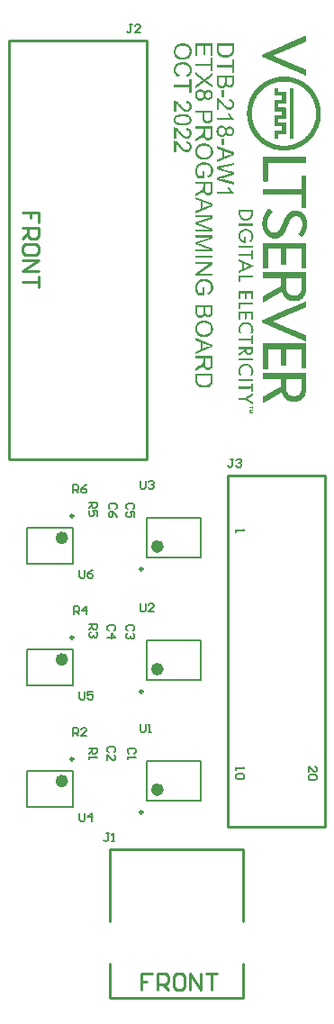
<source format=gto>
G04*
G04 #@! TF.GenerationSoftware,Altium Limited,Altium Designer,22.6.1 (34)*
G04*
G04 Layer_Color=65535*
%FSLAX23Y23*%
%MOIN*%
G70*
G04*
G04 #@! TF.SameCoordinates,B6A25038-3202-4191-8880-7B975E66899D*
G04*
G04*
G04 #@! TF.FilePolarity,Positive*
G04*
G01*
G75*
%ADD10C,0.010*%
%ADD11C,0.024*%
%ADD12C,0.010*%
%ADD13C,0.008*%
%ADD14C,0.005*%
G36*
X2101Y4616D02*
X2098D01*
Y4615D01*
X2096D01*
Y4614D01*
X2094D01*
Y4613D01*
X2091D01*
Y4612D01*
X2089D01*
Y4611D01*
X2087D01*
Y4610D01*
X2084D01*
Y4609D01*
X2082D01*
Y4608D01*
X2079D01*
Y4607D01*
X2077D01*
Y4606D01*
X2075D01*
Y4605D01*
X2072D01*
Y4603D01*
X2070D01*
Y4602D01*
X2068D01*
Y4601D01*
X2065D01*
Y4600D01*
X2063D01*
Y4599D01*
X2060D01*
Y4598D01*
X2058D01*
Y4597D01*
X2056D01*
Y4596D01*
X2053D01*
Y4595D01*
X2051D01*
Y4594D01*
X2049D01*
Y4593D01*
X2046D01*
Y4592D01*
X2043D01*
Y4591D01*
X2040D01*
Y4590D01*
X2038D01*
Y4589D01*
X2036D01*
Y4588D01*
X2033D01*
Y4587D01*
X2031D01*
Y4586D01*
X2028D01*
Y4585D01*
X2026D01*
Y4584D01*
X2024D01*
Y4583D01*
X2022D01*
Y4582D01*
X2019D01*
Y4581D01*
X2017D01*
Y4580D01*
X2014D01*
Y4579D01*
X2012D01*
Y4578D01*
X2010D01*
Y4577D01*
X2007D01*
Y4576D01*
X2005D01*
Y4575D01*
X2002D01*
Y4574D01*
X2000D01*
Y4573D01*
X1998D01*
Y4572D01*
X1995D01*
Y4571D01*
X1993D01*
Y4570D01*
X1991D01*
Y4569D01*
X1988D01*
Y4568D01*
X1986D01*
Y4567D01*
X1984D01*
Y4566D01*
X1981D01*
Y4565D01*
X1979D01*
Y4564D01*
X1977D01*
Y4563D01*
X1979D01*
Y4562D01*
X1982D01*
Y4561D01*
X1984D01*
Y4560D01*
X1986D01*
Y4559D01*
X1989D01*
Y4558D01*
X1991D01*
Y4557D01*
X1993D01*
Y4556D01*
X1996D01*
Y4555D01*
X1998D01*
Y4554D01*
X2001D01*
Y4553D01*
X2003D01*
Y4552D01*
X2005D01*
Y4551D01*
X2008D01*
Y4550D01*
X2010D01*
Y4549D01*
X2012D01*
Y4548D01*
X2015D01*
Y4547D01*
X2017D01*
Y4546D01*
X2020D01*
Y4545D01*
X2022D01*
Y4544D01*
X2024D01*
Y4543D01*
X2027D01*
Y4542D01*
X2029D01*
Y4541D01*
X2031D01*
Y4540D01*
X2034D01*
Y4539D01*
X2036D01*
Y4538D01*
X2038D01*
Y4537D01*
X2041D01*
Y4536D01*
X2043D01*
Y4535D01*
X2047D01*
Y4534D01*
X2049D01*
Y4533D01*
X2052D01*
Y4532D01*
X2054D01*
Y4531D01*
X2056D01*
Y4530D01*
X2059D01*
Y4529D01*
X2061D01*
Y4528D01*
X2063D01*
Y4527D01*
X2066D01*
Y4526D01*
X2068D01*
Y4525D01*
X2071D01*
Y4524D01*
X2073D01*
Y4523D01*
X2075D01*
Y4522D01*
X2077D01*
Y4521D01*
X2080D01*
Y4520D01*
X2082D01*
Y4519D01*
X2085D01*
Y4518D01*
X2087D01*
Y4517D01*
X2089D01*
Y4516D01*
X2092D01*
Y4515D01*
X2094D01*
Y4514D01*
X2097D01*
Y4513D01*
X2099D01*
Y4512D01*
X2101D01*
Y4489D01*
X2098D01*
Y4490D01*
X2096D01*
Y4491D01*
X2093D01*
Y4492D01*
X2091D01*
Y4494D01*
X2089D01*
Y4495D01*
X2087D01*
Y4496D01*
X2084D01*
Y4497D01*
X2082D01*
Y4498D01*
X2080D01*
Y4499D01*
X2077D01*
Y4500D01*
X2075D01*
Y4501D01*
X2073D01*
Y4502D01*
X2070D01*
Y4503D01*
X2068D01*
Y4504D01*
X2066D01*
Y4505D01*
X2063D01*
Y4506D01*
X2061D01*
Y4507D01*
X2059D01*
Y4508D01*
X2056D01*
Y4509D01*
X2054D01*
Y4510D01*
X2052D01*
Y4511D01*
X2049D01*
Y4512D01*
X2047D01*
Y4513D01*
X2044D01*
Y4514D01*
X2041D01*
Y4515D01*
X2039D01*
Y4516D01*
X2037D01*
Y4517D01*
X2034D01*
Y4518D01*
X2032D01*
Y4519D01*
X2030D01*
Y4520D01*
X2028D01*
Y4521D01*
X2025D01*
Y4522D01*
X2023D01*
Y4523D01*
X2021D01*
Y4524D01*
X2018D01*
Y4525D01*
X2016D01*
Y4526D01*
X2014D01*
Y4527D01*
X2011D01*
Y4528D01*
X2009D01*
Y4529D01*
X2007D01*
Y4530D01*
X2004D01*
Y4531D01*
X2002D01*
Y4532D01*
X2000D01*
Y4533D01*
X1997D01*
Y4534D01*
X1995D01*
Y4535D01*
X1993D01*
Y4536D01*
X1991D01*
Y4537D01*
X1988D01*
Y4538D01*
X1986D01*
Y4539D01*
X1983D01*
Y4540D01*
X1981D01*
Y4541D01*
X1979D01*
Y4542D01*
X1977D01*
Y4543D01*
X1974D01*
Y4544D01*
X1972D01*
Y4545D01*
X1970D01*
Y4546D01*
X1967D01*
Y4547D01*
X1965D01*
Y4548D01*
X1963D01*
Y4549D01*
X1961D01*
Y4550D01*
X1958D01*
Y4551D01*
X1956D01*
Y4552D01*
X1954D01*
Y4553D01*
X1951D01*
Y4554D01*
X1949D01*
Y4555D01*
X1946D01*
Y4556D01*
X1944D01*
Y4557D01*
X1942D01*
Y4558D01*
X1940D01*
Y4559D01*
X1938D01*
Y4560D01*
X1937D01*
Y4567D01*
X1938D01*
Y4568D01*
X1939D01*
Y4569D01*
X1941D01*
Y4570D01*
X1944D01*
Y4571D01*
X1946D01*
Y4572D01*
X1949D01*
Y4573D01*
X1951D01*
Y4574D01*
X1953D01*
Y4575D01*
X1955D01*
Y4576D01*
X1958D01*
Y4577D01*
X1960D01*
Y4578D01*
X1962D01*
Y4579D01*
X1965D01*
Y4580D01*
X1967D01*
Y4581D01*
X1969D01*
Y4582D01*
X1972D01*
Y4583D01*
X1974D01*
Y4584D01*
X1976D01*
Y4585D01*
X1979D01*
Y4586D01*
X1981D01*
Y4587D01*
X1983D01*
Y4588D01*
X1986D01*
Y4589D01*
X1988D01*
Y4590D01*
X1990D01*
Y4591D01*
X1992D01*
Y4592D01*
X1995D01*
Y4593D01*
X1997D01*
Y4594D01*
X2000D01*
Y4595D01*
X2002D01*
Y4596D01*
X2004D01*
Y4597D01*
X2006D01*
Y4598D01*
X2009D01*
Y4599D01*
X2011D01*
Y4600D01*
X2014D01*
Y4601D01*
X2016D01*
Y4602D01*
X2018D01*
Y4603D01*
X2020D01*
Y4605D01*
X2023D01*
Y4606D01*
X2025D01*
Y4607D01*
X2027D01*
Y4608D01*
X2030D01*
Y4609D01*
X2032D01*
Y4610D01*
X2034D01*
Y4611D01*
X2037D01*
Y4612D01*
X2039D01*
Y4613D01*
X2041D01*
Y4614D01*
X2044D01*
Y4615D01*
X2047D01*
Y4616D01*
X2049D01*
Y4617D01*
X2052D01*
Y4618D01*
X2054D01*
Y4619D01*
X2056D01*
Y4620D01*
X2059D01*
Y4621D01*
X2061D01*
Y4622D01*
X2063D01*
Y4623D01*
X2065D01*
Y4624D01*
X2068D01*
Y4625D01*
X2070D01*
Y4626D01*
X2072D01*
Y4627D01*
X2075D01*
Y4628D01*
X2077D01*
Y4629D01*
X2079D01*
Y4630D01*
X2082D01*
Y4631D01*
X2084D01*
Y4632D01*
X2086D01*
Y4633D01*
X2089D01*
Y4634D01*
X2091D01*
Y4635D01*
X2093D01*
Y4636D01*
X2096D01*
Y4637D01*
X2098D01*
Y4638D01*
X2101D01*
Y4616D01*
D02*
G37*
G36*
X2032Y4485D02*
X2039D01*
Y4484D01*
X2046D01*
Y4483D01*
X2050D01*
Y4482D01*
X2054D01*
Y4481D01*
X2058D01*
Y4480D01*
X2061D01*
Y4479D01*
X2064D01*
Y4478D01*
X2066D01*
Y4477D01*
X2069D01*
Y4476D01*
X2071D01*
Y4475D01*
X2074D01*
Y4474D01*
X2076D01*
Y4473D01*
X2078D01*
Y4472D01*
X2080D01*
Y4471D01*
X2082D01*
Y4470D01*
X2084D01*
Y4469D01*
X2086D01*
Y4468D01*
X2087D01*
Y4467D01*
X2089D01*
Y4466D01*
X2091D01*
Y4465D01*
X2092D01*
Y4464D01*
X2094D01*
Y4463D01*
X2095D01*
Y4462D01*
X2097D01*
Y4461D01*
X2098D01*
Y4460D01*
X2100D01*
Y4459D01*
X2101D01*
Y4458D01*
X2102D01*
Y4457D01*
X2103D01*
Y4456D01*
X2104D01*
Y4455D01*
X2106D01*
Y4454D01*
X2107D01*
Y4453D01*
X2108D01*
Y4452D01*
X2109D01*
Y4451D01*
X2110D01*
Y4450D01*
X2111D01*
Y4449D01*
X2113D01*
Y4447D01*
X2115D01*
Y4446D01*
X2116D01*
Y4444D01*
X2117D01*
Y4443D01*
X2118D01*
Y4442D01*
X2119D01*
Y4441D01*
X2120D01*
Y4440D01*
X2121D01*
Y4439D01*
X2122D01*
Y4438D01*
X2123D01*
Y4436D01*
X2124D01*
Y4435D01*
X2125D01*
Y4434D01*
X2126D01*
Y4433D01*
X2127D01*
Y4431D01*
X2128D01*
Y4430D01*
X2129D01*
Y4429D01*
X2130D01*
Y4427D01*
X2131D01*
Y4426D01*
X2132D01*
Y4424D01*
X2133D01*
Y4423D01*
X2134D01*
Y4421D01*
X2135D01*
Y4420D01*
X2136D01*
Y4418D01*
X2137D01*
Y4416D01*
X2138D01*
Y4414D01*
X2139D01*
Y4412D01*
X2140D01*
Y4410D01*
X2141D01*
Y4408D01*
X2142D01*
Y4406D01*
X2143D01*
Y4404D01*
X2144D01*
Y4401D01*
X2145D01*
Y4399D01*
X2146D01*
Y4396D01*
X2147D01*
Y4393D01*
X2148D01*
Y4390D01*
X2149D01*
Y4387D01*
X2150D01*
Y4383D01*
X2151D01*
Y4378D01*
X2152D01*
Y4372D01*
X2153D01*
Y4365D01*
X2154D01*
Y4333D01*
X2153D01*
Y4327D01*
X2152D01*
Y4321D01*
X2151D01*
Y4317D01*
X2150D01*
Y4313D01*
X2149D01*
Y4310D01*
X2148D01*
Y4307D01*
X2147D01*
Y4304D01*
X2146D01*
Y4301D01*
X2145D01*
Y4298D01*
X2144D01*
Y4296D01*
X2143D01*
Y4294D01*
X2142D01*
Y4292D01*
X2141D01*
Y4289D01*
X2140D01*
Y4288D01*
X2139D01*
Y4286D01*
X2138D01*
Y4284D01*
X2137D01*
Y4282D01*
X2136D01*
Y4280D01*
X2135D01*
Y4279D01*
X2134D01*
Y4277D01*
X2133D01*
Y4275D01*
X2132D01*
Y4274D01*
X2131D01*
Y4272D01*
X2130D01*
Y4270D01*
X2129D01*
Y4268D01*
X2128D01*
Y4267D01*
X2127D01*
Y4266D01*
X2126D01*
Y4265D01*
X2125D01*
Y4263D01*
X2124D01*
Y4262D01*
X2123D01*
Y4261D01*
X2122D01*
Y4260D01*
X2121D01*
Y4259D01*
X2120D01*
Y4257D01*
X2119D01*
Y4256D01*
X2118D01*
Y4255D01*
X2117D01*
Y4254D01*
X2116D01*
Y4253D01*
X2115D01*
Y4252D01*
X2114D01*
Y4251D01*
X2113D01*
Y4250D01*
X2112D01*
Y4249D01*
X2111D01*
Y4248D01*
X2109D01*
Y4247D01*
X2108D01*
Y4246D01*
X2107D01*
Y4245D01*
X2106D01*
Y4244D01*
X2105D01*
Y4243D01*
X2104D01*
Y4242D01*
X2102D01*
Y4241D01*
X2101D01*
Y4240D01*
X2100D01*
Y4239D01*
X2098D01*
Y4238D01*
X2097D01*
Y4237D01*
X2096D01*
Y4236D01*
X2094D01*
Y4235D01*
X2093D01*
Y4234D01*
X2091D01*
Y4233D01*
X2089D01*
Y4232D01*
X2088D01*
Y4231D01*
X2086D01*
Y4230D01*
X2084D01*
Y4229D01*
X2083D01*
Y4228D01*
X2081D01*
Y4227D01*
X2078D01*
Y4226D01*
X2077D01*
Y4225D01*
X2074D01*
Y4224D01*
X2072D01*
Y4223D01*
X2069D01*
Y4222D01*
X2067D01*
Y4221D01*
X2065D01*
Y4220D01*
X2062D01*
Y4219D01*
X2059D01*
Y4218D01*
X2055D01*
Y4217D01*
X2051D01*
Y4216D01*
X2047D01*
Y4215D01*
X2041D01*
Y4214D01*
X2034D01*
Y4213D01*
X2002D01*
Y4214D01*
X1995D01*
Y4215D01*
X1990D01*
Y4216D01*
X1985D01*
Y4217D01*
X1982D01*
Y4218D01*
X1978D01*
Y4219D01*
X1975D01*
Y4220D01*
X1972D01*
Y4221D01*
X1969D01*
Y4222D01*
X1967D01*
Y4223D01*
X1964D01*
Y4224D01*
X1962D01*
Y4225D01*
X1960D01*
Y4226D01*
X1958D01*
Y4227D01*
X1956D01*
Y4228D01*
X1954D01*
Y4229D01*
X1952D01*
Y4230D01*
X1950D01*
Y4231D01*
X1949D01*
Y4232D01*
X1947D01*
Y4233D01*
X1945D01*
Y4234D01*
X1944D01*
Y4235D01*
X1942D01*
Y4236D01*
X1941D01*
Y4237D01*
X1940D01*
Y4238D01*
X1938D01*
Y4239D01*
X1937D01*
Y4240D01*
X1934D01*
Y4241D01*
X1933D01*
Y4242D01*
X1932D01*
Y4243D01*
X1931D01*
Y4244D01*
X1930D01*
Y4245D01*
X1928D01*
Y4246D01*
X1927D01*
Y4247D01*
X1926D01*
Y4248D01*
X1925D01*
Y4249D01*
X1924D01*
Y4250D01*
X1923D01*
Y4251D01*
X1922D01*
Y4252D01*
X1921D01*
Y4253D01*
X1920D01*
Y4254D01*
X1919D01*
Y4255D01*
X1918D01*
Y4256D01*
X1917D01*
Y4257D01*
X1916D01*
Y4258D01*
X1915D01*
Y4259D01*
X1914D01*
Y4260D01*
X1913D01*
Y4262D01*
X1912D01*
Y4263D01*
X1911D01*
Y4264D01*
X1910D01*
Y4265D01*
X1909D01*
Y4267D01*
X1908D01*
Y4268D01*
X1907D01*
Y4270D01*
X1906D01*
Y4272D01*
X1905D01*
Y4273D01*
X1904D01*
Y4275D01*
X1903D01*
Y4276D01*
X1902D01*
Y4278D01*
X1901D01*
Y4279D01*
X1900D01*
Y4281D01*
X1899D01*
Y4283D01*
X1898D01*
Y4285D01*
X1897D01*
Y4287D01*
X1896D01*
Y4288D01*
X1895D01*
Y4291D01*
X1894D01*
Y4293D01*
X1893D01*
Y4295D01*
X1892D01*
Y4297D01*
X1891D01*
Y4300D01*
X1890D01*
Y4302D01*
X1889D01*
Y4305D01*
X1888D01*
Y4308D01*
X1887D01*
Y4311D01*
X1886D01*
Y4315D01*
X1885D01*
Y4319D01*
X1884D01*
Y4324D01*
X1883D01*
Y4330D01*
X1882D01*
Y4340D01*
X1881D01*
Y4359D01*
X1882D01*
Y4368D01*
X1883D01*
Y4375D01*
X1884D01*
Y4380D01*
X1885D01*
Y4385D01*
X1886D01*
Y4389D01*
X1887D01*
Y4391D01*
X1888D01*
Y4394D01*
X1889D01*
Y4398D01*
X1890D01*
Y4400D01*
X1891D01*
Y4402D01*
X1892D01*
Y4405D01*
X1893D01*
Y4407D01*
X1894D01*
Y4409D01*
X1895D01*
Y4411D01*
X1896D01*
Y4413D01*
X1897D01*
Y4415D01*
X1898D01*
Y4417D01*
X1899D01*
Y4419D01*
X1900D01*
Y4420D01*
X1901D01*
Y4422D01*
X1902D01*
Y4423D01*
X1903D01*
Y4425D01*
X1904D01*
Y4426D01*
X1905D01*
Y4428D01*
X1906D01*
Y4429D01*
X1907D01*
Y4431D01*
X1908D01*
Y4432D01*
X1909D01*
Y4433D01*
X1910D01*
Y4435D01*
X1911D01*
Y4436D01*
X1912D01*
Y4437D01*
X1913D01*
Y4438D01*
X1914D01*
Y4439D01*
X1915D01*
Y4441D01*
X1916D01*
Y4442D01*
X1917D01*
Y4443D01*
X1918D01*
Y4444D01*
X1919D01*
Y4445D01*
X1920D01*
Y4446D01*
X1921D01*
Y4447D01*
X1922D01*
Y4448D01*
X1923D01*
Y4449D01*
X1924D01*
Y4450D01*
X1925D01*
Y4451D01*
X1926D01*
Y4452D01*
X1928D01*
Y4453D01*
X1929D01*
Y4454D01*
X1930D01*
Y4455D01*
X1931D01*
Y4456D01*
X1932D01*
Y4457D01*
X1934D01*
Y4458D01*
X1936D01*
Y4459D01*
X1937D01*
Y4460D01*
X1938D01*
Y4461D01*
X1940D01*
Y4462D01*
X1941D01*
Y4463D01*
X1943D01*
Y4464D01*
X1944D01*
Y4465D01*
X1946D01*
Y4466D01*
X1948D01*
Y4467D01*
X1949D01*
Y4468D01*
X1951D01*
Y4469D01*
X1953D01*
Y4470D01*
X1954D01*
Y4471D01*
X1957D01*
Y4472D01*
X1959D01*
Y4473D01*
X1960D01*
Y4474D01*
X1963D01*
Y4475D01*
X1965D01*
Y4476D01*
X1968D01*
Y4477D01*
X1970D01*
Y4478D01*
X1973D01*
Y4479D01*
X1976D01*
Y4480D01*
X1979D01*
Y4481D01*
X1982D01*
Y4482D01*
X1986D01*
Y4483D01*
X1991D01*
Y4484D01*
X1996D01*
Y4485D01*
X2004D01*
Y4486D01*
X2032D01*
Y4485D01*
D02*
G37*
G36*
X2100Y4189D02*
X2101D01*
Y4168D01*
X1959D01*
Y4099D01*
X1958D01*
Y4098D01*
X1942D01*
Y4099D01*
X1941D01*
Y4100D01*
Y4101D01*
Y4189D01*
X1942D01*
Y4190D01*
X1943D01*
Y4189D01*
X1944D01*
Y4190D01*
X2100D01*
Y4189D01*
D02*
G37*
G36*
X2101Y4001D02*
X2083D01*
Y4049D01*
X1941D01*
Y4071D01*
X2083D01*
Y4119D01*
X2101D01*
Y4001D01*
D02*
G37*
G36*
X1903Y3974D02*
X1902D01*
Y3970D01*
X1901D01*
Y3968D01*
X1900D01*
Y3966D01*
X1899D01*
Y3964D01*
X1898D01*
Y3963D01*
X1897D01*
Y3961D01*
X1896D01*
Y3960D01*
X1895D01*
Y3959D01*
X1894D01*
Y3958D01*
X1892D01*
Y3957D01*
X1891D01*
Y3956D01*
X1889D01*
Y3955D01*
X1886D01*
Y3954D01*
X1882D01*
Y3953D01*
X1872D01*
Y3954D01*
X1868D01*
Y3955D01*
X1865D01*
Y3956D01*
X1863D01*
Y3957D01*
X1862D01*
Y3958D01*
X1860D01*
Y3959D01*
X1859D01*
Y3960D01*
X1858D01*
Y3961D01*
X1857D01*
Y3962D01*
X1856D01*
Y3964D01*
X1855D01*
Y3965D01*
X1854D01*
Y3967D01*
X1853D01*
Y3970D01*
X1852D01*
Y3973D01*
X1851D01*
Y3979D01*
X1850D01*
Y3994D01*
X1903D01*
Y3974D01*
D02*
G37*
G36*
Y3941D02*
X1904D01*
Y3940D01*
X1903D01*
Y3934D01*
X1850D01*
Y3942D01*
X1903D01*
Y3941D01*
D02*
G37*
G36*
X1963Y3997D02*
X1964D01*
Y3996D01*
X1965D01*
Y3995D01*
X1966D01*
Y3994D01*
X1968D01*
Y3993D01*
X1969D01*
Y3992D01*
X1970D01*
Y3991D01*
X1971D01*
Y3990D01*
X1972D01*
Y3989D01*
X1973D01*
Y3988D01*
X1974D01*
Y3987D01*
X1976D01*
Y3985D01*
X1975D01*
Y3984D01*
X1974D01*
Y3982D01*
X1973D01*
Y3981D01*
X1972D01*
Y3980D01*
X1971D01*
Y3979D01*
X1970D01*
Y3978D01*
X1969D01*
Y3977D01*
X1968D01*
Y3975D01*
X1967D01*
Y3973D01*
X1966D01*
Y3972D01*
X1965D01*
Y3970D01*
X1964D01*
Y3969D01*
X1963D01*
Y3967D01*
X1962D01*
Y3965D01*
X1961D01*
Y3962D01*
X1960D01*
Y3959D01*
X1959D01*
Y3956D01*
X1958D01*
Y3951D01*
X1957D01*
Y3932D01*
X1958D01*
Y3927D01*
X1959D01*
Y3924D01*
X1960D01*
Y3922D01*
X1961D01*
Y3920D01*
X1962D01*
Y3919D01*
X1963D01*
Y3917D01*
X1964D01*
Y3916D01*
X1965D01*
Y3915D01*
X1966D01*
Y3914D01*
X1967D01*
Y3913D01*
X1968D01*
Y3912D01*
X1970D01*
Y3911D01*
X1972D01*
Y3910D01*
X1975D01*
Y3909D01*
X1990D01*
Y3910D01*
X1992D01*
Y3911D01*
X1994D01*
Y3912D01*
X1995D01*
Y3913D01*
X1997D01*
Y3914D01*
X1998D01*
Y3915D01*
X1999D01*
Y3917D01*
X2000D01*
Y3918D01*
X2001D01*
Y3920D01*
X2002D01*
Y3921D01*
X2003D01*
Y3923D01*
X2004D01*
Y3925D01*
X2005D01*
Y3927D01*
X2006D01*
Y3929D01*
X2007D01*
Y3931D01*
X2008D01*
Y3933D01*
X2009D01*
Y3935D01*
X2010D01*
Y3937D01*
X2011D01*
Y3941D01*
X2012D01*
Y3943D01*
X2013D01*
Y3945D01*
X2014D01*
Y3947D01*
X2015D01*
Y3950D01*
X2016D01*
Y3952D01*
X2017D01*
Y3954D01*
X2018D01*
Y3957D01*
X2019D01*
Y3959D01*
X2020D01*
Y3961D01*
X2021D01*
Y3963D01*
X2022D01*
Y3965D01*
X2023D01*
Y3967D01*
X2024D01*
Y3968D01*
X2025D01*
Y3970D01*
X2026D01*
Y3972D01*
X2027D01*
Y3973D01*
X2028D01*
Y3974D01*
X2029D01*
Y3976D01*
X2030D01*
Y3977D01*
X2031D01*
Y3978D01*
X2032D01*
Y3979D01*
X2033D01*
Y3980D01*
X2034D01*
Y3981D01*
X2035D01*
Y3982D01*
X2036D01*
Y3983D01*
X2038D01*
Y3984D01*
X2039D01*
Y3985D01*
X2041D01*
Y3986D01*
X2043D01*
Y3987D01*
X2044D01*
Y3988D01*
X2048D01*
Y3989D01*
X2051D01*
Y3990D01*
X2057D01*
Y3991D01*
X2065D01*
Y3990D01*
X2071D01*
Y3989D01*
X2074D01*
Y3988D01*
X2077D01*
Y3987D01*
X2079D01*
Y3986D01*
X2081D01*
Y3985D01*
X2083D01*
Y3984D01*
X2084D01*
Y3983D01*
X2085D01*
Y3982D01*
X2087D01*
Y3981D01*
X2088D01*
Y3980D01*
X2089D01*
Y3979D01*
X2090D01*
Y3978D01*
X2091D01*
Y3977D01*
X2092D01*
Y3975D01*
X2093D01*
Y3974D01*
X2094D01*
Y3973D01*
X2095D01*
Y3971D01*
X2096D01*
Y3970D01*
X2097D01*
Y3968D01*
X2098D01*
Y3966D01*
X2099D01*
Y3963D01*
X2100D01*
Y3961D01*
X2101D01*
Y3958D01*
X2102D01*
Y3954D01*
X2103D01*
Y3946D01*
X2104D01*
Y3933D01*
X2103D01*
Y3926D01*
X2102D01*
Y3922D01*
X2101D01*
Y3919D01*
X2100D01*
Y3916D01*
X2099D01*
Y3913D01*
X2098D01*
Y3911D01*
X2097D01*
Y3909D01*
X2096D01*
Y3907D01*
X2095D01*
Y3906D01*
X2094D01*
Y3904D01*
X2093D01*
Y3903D01*
X2092D01*
Y3901D01*
X2091D01*
Y3900D01*
X2090D01*
Y3898D01*
X2089D01*
Y3897D01*
X2088D01*
Y3896D01*
X2087D01*
Y3895D01*
X2086D01*
Y3894D01*
X2085D01*
Y3893D01*
X2082D01*
Y3894D01*
X2081D01*
Y3895D01*
X2080D01*
Y3896D01*
X2079D01*
Y3897D01*
X2078D01*
Y3898D01*
X2076D01*
Y3899D01*
X2075D01*
Y3900D01*
X2074D01*
Y3901D01*
X2073D01*
Y3902D01*
X2071D01*
Y3905D01*
X2072D01*
Y3906D01*
X2073D01*
Y3907D01*
X2074D01*
Y3908D01*
X2075D01*
Y3910D01*
X2076D01*
Y3911D01*
X2077D01*
Y3913D01*
X2078D01*
Y3914D01*
X2079D01*
Y3916D01*
X2080D01*
Y3918D01*
X2081D01*
Y3920D01*
X2082D01*
Y3923D01*
X2083D01*
Y3926D01*
X2084D01*
Y3930D01*
X2085D01*
Y3949D01*
X2084D01*
Y3953D01*
X2083D01*
Y3956D01*
X2082D01*
Y3958D01*
X2081D01*
Y3960D01*
X2080D01*
Y3961D01*
X2079D01*
Y3963D01*
X2078D01*
Y3964D01*
X2077D01*
Y3965D01*
X2076D01*
Y3966D01*
X2074D01*
Y3967D01*
X2072D01*
Y3968D01*
X2070D01*
Y3969D01*
X2065D01*
Y3970D01*
X2061D01*
Y3969D01*
X2056D01*
Y3968D01*
X2054D01*
Y3967D01*
X2052D01*
Y3966D01*
X2051D01*
Y3965D01*
X2049D01*
Y3964D01*
X2048D01*
Y3963D01*
X2047D01*
Y3961D01*
X2046D01*
Y3960D01*
X2044D01*
Y3959D01*
X2043D01*
Y3957D01*
X2042D01*
Y3956D01*
Y3955D01*
X2041D01*
Y3954D01*
X2040D01*
Y3951D01*
X2039D01*
Y3949D01*
X2038D01*
Y3947D01*
X2037D01*
Y3945D01*
X2036D01*
Y3943D01*
X2035D01*
Y3940D01*
X2034D01*
Y3937D01*
X2033D01*
Y3934D01*
X2032D01*
Y3932D01*
X2031D01*
Y3930D01*
X2030D01*
Y3927D01*
X2029D01*
Y3925D01*
X2028D01*
Y3923D01*
X2027D01*
Y3920D01*
X2026D01*
Y3918D01*
X2025D01*
Y3916D01*
X2024D01*
Y3914D01*
X2023D01*
Y3912D01*
X2022D01*
Y3910D01*
X2021D01*
Y3908D01*
X2020D01*
Y3907D01*
X2019D01*
Y3905D01*
X2018D01*
Y3904D01*
X2017D01*
Y3903D01*
X2016D01*
Y3901D01*
X2015D01*
Y3900D01*
X2014D01*
Y3899D01*
X2013D01*
Y3898D01*
X2012D01*
Y3897D01*
X2011D01*
Y3896D01*
X2009D01*
Y3895D01*
X2008D01*
Y3894D01*
X2007D01*
Y3893D01*
X2005D01*
Y3892D01*
X2003D01*
Y3891D01*
X2001D01*
Y3890D01*
X1998D01*
Y3889D01*
X1996D01*
Y3888D01*
X1990D01*
Y3887D01*
X1978D01*
Y3888D01*
X1973D01*
Y3889D01*
X1970D01*
Y3890D01*
X1967D01*
Y3891D01*
X1965D01*
Y3892D01*
X1963D01*
Y3893D01*
X1961D01*
Y3894D01*
X1960D01*
Y3895D01*
X1958D01*
Y3896D01*
X1957D01*
Y3897D01*
X1956D01*
Y3898D01*
X1955D01*
Y3899D01*
X1954D01*
Y3900D01*
X1953D01*
Y3901D01*
X1952D01*
Y3902D01*
X1951D01*
Y3903D01*
X1950D01*
Y3904D01*
X1949D01*
Y3905D01*
X1948D01*
Y3907D01*
X1947D01*
Y3908D01*
X1946D01*
Y3910D01*
X1945D01*
Y3912D01*
X1944D01*
Y3914D01*
X1943D01*
Y3916D01*
X1942D01*
Y3919D01*
X1941D01*
Y3923D01*
X1940D01*
Y3926D01*
X1939D01*
Y3934D01*
X1938D01*
Y3951D01*
X1939D01*
Y3958D01*
X1940D01*
Y3962D01*
X1941D01*
Y3966D01*
X1942D01*
Y3969D01*
X1943D01*
Y3971D01*
X1944D01*
Y3974D01*
X1945D01*
Y3976D01*
X1946D01*
Y3978D01*
X1947D01*
Y3979D01*
X1948D01*
Y3981D01*
X1949D01*
Y3983D01*
X1950D01*
Y3985D01*
X1951D01*
Y3986D01*
X1952D01*
Y3987D01*
X1953D01*
Y3989D01*
X1954D01*
Y3990D01*
X1955D01*
Y3991D01*
X1956D01*
Y3993D01*
X1957D01*
Y3994D01*
X1958D01*
Y3995D01*
X1959D01*
Y3996D01*
X1960D01*
Y3997D01*
X1961D01*
Y3998D01*
X1963D01*
Y3997D01*
D02*
G37*
G36*
X1879Y3922D02*
X1884D01*
Y3921D01*
X1887D01*
Y3920D01*
X1890D01*
Y3919D01*
X1891D01*
Y3918D01*
X1893D01*
Y3917D01*
X1894D01*
Y3916D01*
X1895D01*
Y3915D01*
X1896D01*
Y3914D01*
X1897D01*
Y3913D01*
X1898D01*
Y3912D01*
X1899D01*
Y3911D01*
X1900D01*
Y3909D01*
X1901D01*
Y3907D01*
X1902D01*
Y3905D01*
X1903D01*
Y3902D01*
X1904D01*
Y3897D01*
X1905D01*
Y3893D01*
X1904D01*
Y3888D01*
X1903D01*
Y3885D01*
X1902D01*
Y3882D01*
X1901D01*
Y3881D01*
X1900D01*
Y3879D01*
X1899D01*
Y3878D01*
X1898D01*
Y3877D01*
X1897D01*
Y3876D01*
X1896D01*
Y3875D01*
X1895D01*
Y3874D01*
X1893D01*
Y3875D01*
X1892D01*
Y3876D01*
X1891D01*
Y3877D01*
X1890D01*
Y3880D01*
X1891D01*
Y3881D01*
X1892D01*
Y3882D01*
X1893D01*
Y3883D01*
X1894D01*
Y3884D01*
X1895D01*
Y3886D01*
X1896D01*
Y3888D01*
X1897D01*
Y3892D01*
X1898D01*
Y3898D01*
X1897D01*
Y3902D01*
X1896D01*
Y3904D01*
X1895D01*
Y3906D01*
X1894D01*
Y3907D01*
X1893D01*
Y3908D01*
X1892D01*
Y3910D01*
X1890D01*
Y3911D01*
X1889D01*
Y3912D01*
X1887D01*
Y3913D01*
X1886D01*
Y3914D01*
X1883D01*
Y3915D01*
X1871D01*
Y3914D01*
X1869D01*
Y3913D01*
X1867D01*
Y3912D01*
X1865D01*
Y3911D01*
X1863D01*
Y3910D01*
X1862D01*
Y3909D01*
X1861D01*
Y3908D01*
X1860D01*
Y3906D01*
X1859D01*
Y3905D01*
X1858D01*
Y3903D01*
X1857D01*
Y3900D01*
X1856D01*
Y3892D01*
X1857D01*
Y3889D01*
X1858D01*
Y3887D01*
X1859D01*
Y3885D01*
X1860D01*
Y3884D01*
X1861D01*
Y3883D01*
X1862D01*
Y3882D01*
X1863D01*
Y3881D01*
X1865D01*
Y3880D01*
X1867D01*
Y3879D01*
X1871D01*
Y3892D01*
X1877D01*
Y3870D01*
X1876D01*
Y3871D01*
X1868D01*
Y3872D01*
X1865D01*
Y3873D01*
X1862D01*
Y3874D01*
X1861D01*
Y3875D01*
X1859D01*
Y3876D01*
X1858D01*
Y3877D01*
X1857D01*
Y3878D01*
X1856D01*
Y3879D01*
X1855D01*
Y3880D01*
X1854D01*
Y3881D01*
X1853D01*
Y3883D01*
X1852D01*
Y3885D01*
X1851D01*
Y3887D01*
X1850D01*
Y3891D01*
X1849D01*
Y3900D01*
X1850D01*
Y3904D01*
X1851D01*
Y3906D01*
X1852D01*
Y3908D01*
X1853D01*
Y3910D01*
X1854D01*
Y3912D01*
X1855D01*
Y3913D01*
X1856D01*
Y3914D01*
X1857D01*
Y3915D01*
X1858D01*
Y3916D01*
X1859D01*
Y3917D01*
X1861D01*
Y3918D01*
X1862D01*
Y3919D01*
X1864D01*
Y3920D01*
X1866D01*
Y3921D01*
X1869D01*
Y3922D01*
X1875D01*
Y3923D01*
X1879D01*
Y3922D01*
D02*
G37*
G36*
X1903Y3859D02*
X1904D01*
Y3858D01*
X1903D01*
Y3852D01*
X1850D01*
Y3859D01*
X1851D01*
Y3860D01*
X1903D01*
Y3859D01*
D02*
G37*
G36*
Y3812D02*
X1904D01*
Y3810D01*
X1903D01*
Y3809D01*
X1897D01*
Y3810D01*
X1896D01*
Y3812D01*
X1897D01*
Y3813D01*
X1896D01*
Y3814D01*
X1897D01*
Y3820D01*
X1896D01*
Y3822D01*
X1850D01*
Y3830D01*
X1896D01*
Y3831D01*
X1897D01*
Y3839D01*
X1896D01*
Y3840D01*
X1897D01*
Y3841D01*
X1896D01*
Y3842D01*
X1897D01*
Y3843D01*
X1903D01*
Y3812D01*
D02*
G37*
G36*
X2101Y3778D02*
X2083D01*
Y3850D01*
X2025D01*
Y3804D01*
Y3803D01*
Y3789D01*
X2007D01*
Y3850D01*
X1959D01*
Y3776D01*
X1941D01*
Y3871D01*
X2101D01*
Y3778D01*
D02*
G37*
G36*
X1852Y3810D02*
X1853D01*
Y3809D01*
X1856D01*
Y3808D01*
X1858D01*
Y3807D01*
X1860D01*
Y3806D01*
X1862D01*
Y3805D01*
X1864D01*
Y3804D01*
X1867D01*
Y3803D01*
X1869D01*
Y3802D01*
X1871D01*
Y3801D01*
X1873D01*
Y3800D01*
X1875D01*
Y3799D01*
X1877D01*
Y3798D01*
X1880D01*
Y3797D01*
X1882D01*
Y3796D01*
X1884D01*
Y3795D01*
X1886D01*
Y3794D01*
X1888D01*
Y3793D01*
X1891D01*
Y3792D01*
X1893D01*
Y3791D01*
X1895D01*
Y3790D01*
X1897D01*
Y3789D01*
X1899D01*
Y3788D01*
X1901D01*
Y3787D01*
X1904D01*
Y3786D01*
X1905D01*
Y3784D01*
X1903D01*
Y3783D01*
X1900D01*
Y3782D01*
X1898D01*
Y3781D01*
X1896D01*
Y3780D01*
X1894D01*
Y3779D01*
X1892D01*
Y3778D01*
X1890D01*
Y3777D01*
X1887D01*
Y3776D01*
X1885D01*
Y3775D01*
X1883D01*
Y3774D01*
X1881D01*
Y3773D01*
X1879D01*
Y3772D01*
X1877D01*
Y3771D01*
X1874D01*
Y3770D01*
X1872D01*
Y3769D01*
X1870D01*
Y3768D01*
X1868D01*
Y3767D01*
X1866D01*
Y3766D01*
X1863D01*
Y3765D01*
X1861D01*
Y3764D01*
X1859D01*
Y3763D01*
X1857D01*
Y3762D01*
X1855D01*
Y3761D01*
X1852D01*
Y3760D01*
X1850D01*
Y3767D01*
X1851D01*
Y3768D01*
X1852D01*
Y3769D01*
X1854D01*
Y3770D01*
X1857D01*
Y3771D01*
X1859D01*
Y3772D01*
X1861D01*
Y3773D01*
X1863D01*
Y3797D01*
X1862D01*
Y3798D01*
X1860D01*
Y3799D01*
X1857D01*
Y3800D01*
X1855D01*
Y3801D01*
X1853D01*
Y3802D01*
X1851D01*
Y3803D01*
X1850D01*
Y3810D01*
X1851D01*
Y3811D01*
X1852D01*
Y3810D01*
D02*
G37*
G36*
X1903Y3750D02*
X1904D01*
Y3749D01*
X1903D01*
Y3745D01*
X1904D01*
Y3744D01*
X1903D01*
Y3743D01*
X1857D01*
Y3727D01*
X1851D01*
Y3728D01*
X1850D01*
Y3751D01*
X1903D01*
Y3750D01*
D02*
G37*
G36*
Y3685D02*
X1904D01*
Y3684D01*
X1903D01*
Y3665D01*
X1904D01*
Y3664D01*
X1903D01*
Y3663D01*
X1897D01*
Y3664D01*
X1896D01*
Y3665D01*
X1897D01*
Y3684D01*
X1896D01*
Y3685D01*
X1895D01*
Y3684D01*
X1880D01*
Y3664D01*
X1877D01*
Y3663D01*
X1876D01*
Y3664D01*
X1873D01*
Y3666D01*
X1874D01*
Y3668D01*
X1873D01*
Y3676D01*
X1874D01*
Y3684D01*
X1873D01*
Y3685D01*
X1872D01*
Y3684D01*
X1857D01*
Y3663D01*
X1850D01*
Y3692D01*
X1903D01*
Y3685D01*
D02*
G37*
G36*
X2100Y3761D02*
X2101D01*
Y3702D01*
X2100D01*
Y3693D01*
X2099D01*
Y3688D01*
X2098D01*
Y3684D01*
X2097D01*
Y3681D01*
X2096D01*
Y3679D01*
X2095D01*
Y3677D01*
X2094D01*
Y3675D01*
X2093D01*
Y3673D01*
X2092D01*
Y3672D01*
X2091D01*
Y3670D01*
X2090D01*
Y3669D01*
X2089D01*
Y3668D01*
X2088D01*
Y3667D01*
X2087D01*
Y3666D01*
X2086D01*
Y3665D01*
X2085D01*
Y3664D01*
X2084D01*
Y3663D01*
X2083D01*
Y3662D01*
X2081D01*
Y3661D01*
X2079D01*
Y3660D01*
X2077D01*
Y3659D01*
X2076D01*
Y3658D01*
X2073D01*
Y3657D01*
X2069D01*
Y3656D01*
X2064D01*
Y3655D01*
X2049D01*
Y3656D01*
X2042D01*
Y3657D01*
X2038D01*
Y3658D01*
X2035D01*
Y3659D01*
X2033D01*
Y3660D01*
X2031D01*
Y3661D01*
X2030D01*
Y3662D01*
X2028D01*
Y3663D01*
X2027D01*
Y3664D01*
X2026D01*
Y3665D01*
X2024D01*
Y3666D01*
X2023D01*
Y3668D01*
X2022D01*
Y3669D01*
X2021D01*
Y3670D01*
X2020D01*
Y3671D01*
X2019D01*
Y3672D01*
X2018D01*
Y3674D01*
X2017D01*
Y3675D01*
X2016D01*
Y3677D01*
X2015D01*
Y3679D01*
X2014D01*
Y3681D01*
X2013D01*
Y3683D01*
X2012D01*
Y3686D01*
X2011D01*
Y3688D01*
X2010D01*
Y3690D01*
X2009D01*
Y3689D01*
X2007D01*
Y3688D01*
X2005D01*
Y3687D01*
X2004D01*
Y3686D01*
X2002D01*
Y3685D01*
X2000D01*
Y3684D01*
X1999D01*
Y3683D01*
X1997D01*
Y3682D01*
X1995D01*
Y3681D01*
X1993D01*
Y3680D01*
X1992D01*
Y3679D01*
X1990D01*
Y3678D01*
X1988D01*
Y3677D01*
X1987D01*
Y3676D01*
X1985D01*
Y3675D01*
X1983D01*
Y3674D01*
X1981D01*
Y3673D01*
X1980D01*
Y3672D01*
X1978D01*
Y3671D01*
X1976D01*
Y3670D01*
X1975D01*
Y3669D01*
X1973D01*
Y3668D01*
X1971D01*
Y3667D01*
X1969D01*
Y3666D01*
X1968D01*
Y3665D01*
X1966D01*
Y3664D01*
X1964D01*
Y3663D01*
X1963D01*
Y3662D01*
X1961D01*
Y3661D01*
X1959D01*
Y3660D01*
X1958D01*
Y3659D01*
X1956D01*
Y3658D01*
X1954D01*
Y3657D01*
X1952D01*
Y3656D01*
X1951D01*
Y3655D01*
X1949D01*
Y3654D01*
X1947D01*
Y3653D01*
X1945D01*
Y3652D01*
X1944D01*
Y3651D01*
X1941D01*
Y3674D01*
X1942D01*
Y3675D01*
X1944D01*
Y3676D01*
X1946D01*
Y3677D01*
X1948D01*
Y3678D01*
X1949D01*
Y3679D01*
X1951D01*
Y3680D01*
X1953D01*
Y3681D01*
X1954D01*
Y3682D01*
X1956D01*
Y3683D01*
X1958D01*
Y3684D01*
X1960D01*
Y3685D01*
X1962D01*
Y3686D01*
X1963D01*
Y3687D01*
X1965D01*
Y3688D01*
X1967D01*
Y3689D01*
X1969D01*
Y3690D01*
X1970D01*
Y3691D01*
X1972D01*
Y3692D01*
X1974D01*
Y3693D01*
X1976D01*
Y3694D01*
X1977D01*
Y3695D01*
X1979D01*
Y3696D01*
X1981D01*
Y3697D01*
X1983D01*
Y3698D01*
X1984D01*
Y3699D01*
X1986D01*
Y3700D01*
X1988D01*
Y3701D01*
X1990D01*
Y3702D01*
X1991D01*
Y3703D01*
X1993D01*
Y3704D01*
X1995D01*
Y3705D01*
X1997D01*
Y3706D01*
X1998D01*
Y3707D01*
X2000D01*
Y3708D01*
X2002D01*
Y3709D01*
X2004D01*
Y3710D01*
X2005D01*
Y3711D01*
X2007D01*
Y3712D01*
X2008D01*
Y3740D01*
X1942D01*
Y3741D01*
X1941D01*
Y3762D01*
X2100D01*
Y3761D01*
D02*
G37*
G36*
X1903Y3645D02*
X1904D01*
Y3643D01*
X1857D01*
Y3627D01*
X1850D01*
Y3650D01*
X1903D01*
Y3645D01*
D02*
G37*
G36*
Y3613D02*
X1904D01*
Y3612D01*
X1903D01*
Y3588D01*
X1897D01*
Y3589D01*
X1896D01*
Y3590D01*
X1897D01*
Y3591D01*
X1896D01*
Y3592D01*
Y3593D01*
X1897D01*
Y3604D01*
X1896D01*
Y3606D01*
X1897D01*
Y3608D01*
X1896D01*
Y3610D01*
X1895D01*
Y3611D01*
X1894D01*
Y3610D01*
X1880D01*
Y3588D01*
X1879D01*
Y3589D01*
X1878D01*
Y3588D01*
X1877D01*
Y3589D01*
X1875D01*
Y3588D01*
X1874D01*
Y3589D01*
X1873D01*
Y3592D01*
X1874D01*
Y3593D01*
X1873D01*
Y3608D01*
X1874D01*
Y3610D01*
X1873D01*
Y3611D01*
X1871D01*
Y3610D01*
X1868D01*
Y3611D01*
X1867D01*
Y3610D01*
X1859D01*
Y3611D01*
X1858D01*
Y3610D01*
X1857D01*
Y3588D01*
X1850D01*
Y3617D01*
X1851D01*
Y3618D01*
X1903D01*
Y3613D01*
D02*
G37*
G36*
X1882Y3577D02*
X1886D01*
Y3576D01*
X1888D01*
Y3575D01*
X1890D01*
Y3574D01*
X1892D01*
Y3573D01*
X1893D01*
Y3572D01*
X1895D01*
Y3571D01*
X1896D01*
Y3570D01*
X1897D01*
Y3568D01*
X1898D01*
Y3567D01*
X1899D01*
Y3566D01*
X1900D01*
Y3564D01*
X1901D01*
Y3562D01*
X1902D01*
Y3560D01*
X1903D01*
Y3557D01*
X1904D01*
Y3551D01*
X1905D01*
Y3547D01*
X1904D01*
Y3543D01*
X1903D01*
Y3539D01*
X1902D01*
Y3537D01*
X1901D01*
Y3536D01*
X1893D01*
Y3538D01*
X1894D01*
Y3539D01*
X1895D01*
Y3541D01*
X1896D01*
Y3544D01*
X1897D01*
Y3547D01*
X1898D01*
Y3553D01*
X1897D01*
Y3557D01*
X1896D01*
Y3560D01*
X1895D01*
Y3561D01*
X1894D01*
Y3563D01*
X1893D01*
Y3564D01*
X1892D01*
Y3565D01*
X1891D01*
Y3566D01*
X1890D01*
Y3567D01*
X1888D01*
Y3568D01*
X1886D01*
Y3569D01*
X1884D01*
Y3570D01*
X1880D01*
Y3571D01*
X1874D01*
Y3570D01*
X1870D01*
Y3569D01*
X1867D01*
Y3568D01*
X1866D01*
Y3567D01*
X1864D01*
Y3566D01*
X1863D01*
Y3565D01*
X1862D01*
Y3564D01*
X1861D01*
Y3563D01*
X1860D01*
Y3562D01*
X1859D01*
Y3560D01*
X1858D01*
Y3558D01*
X1857D01*
Y3555D01*
X1856D01*
Y3546D01*
X1857D01*
Y3543D01*
X1858D01*
Y3541D01*
X1859D01*
Y3539D01*
X1860D01*
Y3538D01*
X1861D01*
Y3536D01*
X1853D01*
Y3537D01*
X1852D01*
Y3539D01*
X1851D01*
Y3542D01*
X1850D01*
Y3547D01*
X1849D01*
Y3555D01*
X1850D01*
Y3559D01*
X1851D01*
Y3561D01*
X1852D01*
Y3564D01*
X1853D01*
Y3565D01*
X1854D01*
Y3567D01*
X1855D01*
Y3568D01*
X1856D01*
Y3569D01*
X1857D01*
Y3570D01*
X1858D01*
Y3571D01*
X1859D01*
Y3572D01*
X1860D01*
Y3573D01*
X1862D01*
Y3574D01*
X1863D01*
Y3575D01*
X1865D01*
Y3576D01*
X1868D01*
Y3577D01*
X1871D01*
Y3578D01*
X1882D01*
Y3577D01*
D02*
G37*
G36*
X2101Y3633D02*
X2099D01*
Y3632D01*
X2096D01*
Y3631D01*
X2094D01*
Y3630D01*
X2092D01*
Y3629D01*
X2090D01*
Y3628D01*
X2087D01*
Y3627D01*
X2085D01*
Y3626D01*
X2083D01*
Y3625D01*
X2080D01*
Y3624D01*
X2078D01*
Y3623D01*
X2075D01*
Y3622D01*
X2073D01*
Y3621D01*
X2071D01*
Y3620D01*
X2068D01*
Y3619D01*
X2066D01*
Y3618D01*
X2064D01*
Y3617D01*
X2061D01*
Y3616D01*
X2059D01*
Y3615D01*
X2056D01*
Y3614D01*
X2054D01*
Y3613D01*
X2052D01*
Y3612D01*
X2049D01*
Y3611D01*
X2047D01*
Y3610D01*
X2044D01*
Y3609D01*
X2041D01*
Y3608D01*
X2039D01*
Y3606D01*
X2036D01*
Y3605D01*
X2034D01*
Y3604D01*
X2032D01*
Y3603D01*
X2030D01*
Y3602D01*
X2027D01*
Y3601D01*
X2025D01*
Y3600D01*
X2022D01*
Y3599D01*
X2020D01*
Y3598D01*
X2018D01*
Y3597D01*
X2015D01*
Y3596D01*
X2013D01*
Y3595D01*
X2010D01*
Y3594D01*
X2008D01*
Y3593D01*
X2006D01*
Y3592D01*
X2003D01*
Y3591D01*
X2001D01*
Y3590D01*
X1998D01*
Y3589D01*
X1996D01*
Y3588D01*
X1994D01*
Y3587D01*
X1992D01*
Y3586D01*
X1989D01*
Y3585D01*
X1987D01*
Y3584D01*
X1984D01*
Y3583D01*
X1982D01*
Y3582D01*
X1980D01*
Y3581D01*
X1977D01*
Y3580D01*
X1978D01*
Y3579D01*
X1980D01*
Y3578D01*
X1982D01*
Y3577D01*
X1985D01*
Y3576D01*
X1987D01*
Y3575D01*
X1990D01*
Y3574D01*
X1992D01*
Y3573D01*
X1994D01*
Y3572D01*
X1996D01*
Y3571D01*
X1999D01*
Y3570D01*
X2002D01*
Y3569D01*
X2004D01*
Y3568D01*
X2006D01*
Y3567D01*
X2008D01*
Y3566D01*
X2011D01*
Y3565D01*
X2013D01*
Y3564D01*
X2016D01*
Y3563D01*
X2018D01*
Y3562D01*
X2020D01*
Y3561D01*
X2023D01*
Y3560D01*
X2025D01*
Y3559D01*
X2027D01*
Y3558D01*
X2030D01*
Y3557D01*
X2032D01*
Y3556D01*
X2035D01*
Y3555D01*
X2037D01*
Y3554D01*
X2039D01*
Y3553D01*
X2042D01*
Y3552D01*
X2044D01*
Y3551D01*
X2047D01*
Y3550D01*
X2050D01*
Y3549D01*
X2052D01*
Y3548D01*
X2054D01*
Y3547D01*
X2057D01*
Y3546D01*
X2059D01*
Y3545D01*
X2062D01*
Y3544D01*
X2064D01*
Y3543D01*
X2067D01*
Y3542D01*
X2069D01*
Y3541D01*
X2071D01*
Y3540D01*
X2073D01*
Y3539D01*
X2076D01*
Y3538D01*
X2078D01*
Y3537D01*
X2081D01*
Y3536D01*
X2083D01*
Y3535D01*
X2085D01*
Y3534D01*
X2088D01*
Y3533D01*
X2090D01*
Y3532D01*
X2092D01*
Y3531D01*
X2095D01*
Y3530D01*
X2097D01*
Y3529D01*
X2100D01*
Y3528D01*
X2101D01*
Y3506D01*
X2099D01*
Y3507D01*
X2097D01*
Y3508D01*
X2094D01*
Y3509D01*
X2092D01*
Y3510D01*
X2090D01*
Y3511D01*
X2088D01*
Y3512D01*
X2085D01*
Y3513D01*
X2083D01*
Y3514D01*
X2081D01*
Y3515D01*
X2078D01*
Y3516D01*
X2076D01*
Y3517D01*
X2074D01*
Y3518D01*
X2071D01*
Y3519D01*
X2069D01*
Y3520D01*
X2067D01*
Y3521D01*
X2064D01*
Y3522D01*
X2062D01*
Y3523D01*
X2060D01*
Y3524D01*
X2058D01*
Y3525D01*
X2055D01*
Y3526D01*
X2053D01*
Y3527D01*
X2050D01*
Y3528D01*
X2048D01*
Y3529D01*
X2046D01*
Y3530D01*
X2043D01*
Y3531D01*
X2040D01*
Y3532D01*
X2038D01*
Y3533D01*
X2036D01*
Y3534D01*
X2033D01*
Y3535D01*
X2031D01*
Y3536D01*
X2029D01*
Y3537D01*
X2026D01*
Y3538D01*
X2024D01*
Y3539D01*
X2022D01*
Y3540D01*
X2020D01*
Y3541D01*
X2017D01*
Y3542D01*
X2015D01*
Y3543D01*
X2013D01*
Y3544D01*
X2010D01*
Y3545D01*
X2008D01*
Y3546D01*
X2006D01*
Y3547D01*
X2003D01*
Y3548D01*
X2001D01*
Y3549D01*
X1999D01*
Y3550D01*
X1996D01*
Y3551D01*
X1994D01*
Y3552D01*
X1992D01*
Y3553D01*
X1989D01*
Y3554D01*
X1987D01*
Y3555D01*
X1985D01*
Y3556D01*
X1983D01*
Y3557D01*
X1980D01*
Y3558D01*
X1978D01*
Y3559D01*
X1976D01*
Y3560D01*
X1973D01*
Y3561D01*
X1971D01*
Y3562D01*
X1969D01*
Y3563D01*
X1966D01*
Y3564D01*
X1964D01*
Y3565D01*
X1962D01*
Y3566D01*
X1959D01*
Y3567D01*
X1957D01*
Y3568D01*
X1955D01*
Y3569D01*
X1953D01*
Y3570D01*
X1950D01*
Y3571D01*
X1948D01*
Y3572D01*
X1946D01*
Y3573D01*
X1943D01*
Y3574D01*
X1941D01*
Y3575D01*
X1938D01*
Y3576D01*
X1937D01*
Y3584D01*
X1938D01*
Y3585D01*
X1940D01*
Y3586D01*
X1943D01*
Y3587D01*
X1945D01*
Y3588D01*
X1948D01*
Y3589D01*
X1950D01*
Y3590D01*
X1952D01*
Y3591D01*
X1954D01*
Y3592D01*
X1957D01*
Y3593D01*
X1959D01*
Y3594D01*
X1961D01*
Y3595D01*
X1964D01*
Y3596D01*
X1966D01*
Y3597D01*
X1968D01*
Y3598D01*
X1971D01*
Y3599D01*
X1973D01*
Y3600D01*
X1975D01*
Y3601D01*
X1977D01*
Y3602D01*
X1980D01*
Y3603D01*
X1982D01*
Y3604D01*
X1984D01*
Y3605D01*
X1987D01*
Y3606D01*
X1989D01*
Y3608D01*
X1991D01*
Y3609D01*
X1994D01*
Y3610D01*
X1996D01*
Y3611D01*
X1998D01*
Y3612D01*
X2000D01*
Y3613D01*
X2003D01*
Y3614D01*
X2005D01*
Y3615D01*
X2008D01*
Y3616D01*
X2010D01*
Y3617D01*
X2012D01*
Y3618D01*
X2014D01*
Y3619D01*
X2017D01*
Y3620D01*
X2019D01*
Y3621D01*
X2021D01*
Y3622D01*
X2024D01*
Y3623D01*
X2026D01*
Y3624D01*
X2028D01*
Y3625D01*
X2031D01*
Y3626D01*
X2033D01*
Y3627D01*
X2035D01*
Y3628D01*
X2038D01*
Y3629D01*
X2040D01*
Y3630D01*
X2042D01*
Y3631D01*
X2046D01*
Y3632D01*
X2048D01*
Y3633D01*
X2050D01*
Y3634D01*
X2053D01*
Y3635D01*
X2055D01*
Y3636D01*
X2057D01*
Y3637D01*
X2059D01*
Y3638D01*
X2062D01*
Y3639D01*
X2064D01*
Y3640D01*
X2066D01*
Y3641D01*
X2069D01*
Y3642D01*
X2071D01*
Y3643D01*
X2073D01*
Y3644D01*
X2075D01*
Y3645D01*
X2078D01*
Y3646D01*
X2080D01*
Y3647D01*
X2083D01*
Y3648D01*
X2085D01*
Y3649D01*
X2087D01*
Y3650D01*
X2089D01*
Y3651D01*
X2092D01*
Y3652D01*
X2094D01*
Y3653D01*
X2096D01*
Y3654D01*
X2099D01*
Y3655D01*
X2101D01*
Y3633D01*
D02*
G37*
G36*
X2100Y3499D02*
X2101D01*
Y3410D01*
Y3409D01*
Y3407D01*
X2100D01*
Y3406D01*
X2084D01*
Y3407D01*
X2083D01*
Y3477D01*
X2025D01*
Y3418D01*
X2024D01*
Y3417D01*
X2012D01*
Y3418D01*
X2011D01*
Y3417D01*
X2009D01*
Y3418D01*
X2007D01*
Y3477D01*
X1959D01*
Y3404D01*
X1941D01*
Y3499D01*
X2096D01*
Y3500D01*
X2097D01*
Y3499D01*
X2099D01*
Y3500D01*
X2100D01*
Y3499D01*
D02*
G37*
G36*
X1902Y3528D02*
X1903D01*
Y3495D01*
X1897D01*
Y3508D01*
X1896D01*
Y3509D01*
X1850D01*
Y3516D01*
X1896D01*
Y3517D01*
X1897D01*
Y3518D01*
X1896D01*
Y3519D01*
X1897D01*
Y3520D01*
X1896D01*
Y3521D01*
X1897D01*
Y3524D01*
X1896D01*
Y3525D01*
X1897D01*
Y3527D01*
X1896D01*
Y3528D01*
X1901D01*
Y3529D01*
X1902D01*
Y3528D01*
D02*
G37*
G36*
Y3485D02*
X1903D01*
Y3467D01*
X1902D01*
Y3464D01*
X1901D01*
Y3462D01*
X1900D01*
Y3461D01*
X1899D01*
Y3460D01*
X1898D01*
Y3459D01*
X1897D01*
Y3458D01*
X1895D01*
Y3457D01*
X1892D01*
Y3456D01*
X1884D01*
Y3457D01*
X1881D01*
Y3458D01*
X1880D01*
Y3459D01*
X1878D01*
Y3460D01*
X1877D01*
Y3461D01*
X1876D01*
Y3462D01*
X1875D01*
Y3464D01*
X1874D01*
Y3467D01*
X1873D01*
Y3468D01*
X1872D01*
Y3467D01*
X1871D01*
Y3466D01*
X1869D01*
Y3465D01*
X1868D01*
Y3464D01*
X1867D01*
Y3463D01*
X1865D01*
Y3462D01*
X1864D01*
Y3461D01*
X1862D01*
Y3460D01*
X1861D01*
Y3459D01*
X1860D01*
Y3458D01*
X1858D01*
Y3457D01*
X1857D01*
Y3456D01*
X1856D01*
Y3455D01*
X1854D01*
Y3454D01*
X1853D01*
Y3453D01*
X1850D01*
Y3460D01*
X1851D01*
Y3462D01*
X1853D01*
Y3463D01*
X1854D01*
Y3464D01*
X1856D01*
Y3465D01*
X1857D01*
Y3466D01*
X1859D01*
Y3467D01*
X1860D01*
Y3468D01*
X1862D01*
Y3469D01*
X1863D01*
Y3470D01*
X1864D01*
Y3471D01*
X1866D01*
Y3472D01*
X1867D01*
Y3473D01*
X1869D01*
Y3474D01*
X1870D01*
Y3475D01*
X1872D01*
Y3478D01*
X1850D01*
Y3485D01*
X1851D01*
Y3486D01*
X1867D01*
Y3485D01*
X1868D01*
Y3486D01*
X1876D01*
Y3485D01*
X1877D01*
Y3486D01*
X1891D01*
Y3485D01*
X1901D01*
Y3486D01*
X1902D01*
Y3485D01*
D02*
G37*
G36*
X1903Y3441D02*
X1904D01*
Y3440D01*
X1903D01*
Y3435D01*
X1850D01*
Y3442D01*
X1851D01*
Y3443D01*
X1903D01*
Y3441D01*
D02*
G37*
G36*
X1878Y3423D02*
X1884D01*
Y3422D01*
X1887D01*
Y3421D01*
X1889D01*
Y3420D01*
X1891D01*
Y3419D01*
X1893D01*
Y3418D01*
X1894D01*
Y3417D01*
X1895D01*
Y3416D01*
X1896D01*
Y3415D01*
X1897D01*
Y3414D01*
X1898D01*
Y3413D01*
X1899D01*
Y3412D01*
X1900D01*
Y3410D01*
X1901D01*
Y3408D01*
X1902D01*
Y3406D01*
X1903D01*
Y3403D01*
X1904D01*
Y3396D01*
X1905D01*
Y3393D01*
X1904D01*
Y3388D01*
X1903D01*
Y3384D01*
X1902D01*
Y3382D01*
X1901D01*
Y3381D01*
X1900D01*
Y3380D01*
X1898D01*
Y3381D01*
X1897D01*
Y3380D01*
X1895D01*
Y3381D01*
X1894D01*
Y3380D01*
X1893D01*
Y3383D01*
X1894D01*
Y3384D01*
X1895D01*
Y3387D01*
X1896D01*
Y3389D01*
X1897D01*
Y3393D01*
X1898D01*
Y3399D01*
X1897D01*
Y3403D01*
X1896D01*
Y3405D01*
X1895D01*
Y3407D01*
X1894D01*
Y3408D01*
X1893D01*
Y3409D01*
X1892D01*
Y3410D01*
X1891D01*
Y3411D01*
X1890D01*
Y3412D01*
X1889D01*
Y3413D01*
X1887D01*
Y3414D01*
X1885D01*
Y3415D01*
X1881D01*
Y3416D01*
X1872D01*
Y3415D01*
X1869D01*
Y3414D01*
X1867D01*
Y3413D01*
X1865D01*
Y3412D01*
X1863D01*
Y3411D01*
X1862D01*
Y3410D01*
X1861D01*
Y3408D01*
X1860D01*
Y3407D01*
X1859D01*
Y3406D01*
X1858D01*
Y3404D01*
X1857D01*
Y3400D01*
X1856D01*
Y3391D01*
X1857D01*
Y3388D01*
X1858D01*
Y3386D01*
X1859D01*
Y3384D01*
X1860D01*
Y3382D01*
X1861D01*
Y3380D01*
X1855D01*
Y3381D01*
X1854D01*
Y3380D01*
X1853D01*
Y3382D01*
X1852D01*
Y3384D01*
X1851D01*
Y3387D01*
X1850D01*
Y3392D01*
X1849D01*
Y3400D01*
X1850D01*
Y3404D01*
X1851D01*
Y3407D01*
X1852D01*
Y3409D01*
X1853D01*
Y3411D01*
X1854D01*
Y3412D01*
X1855D01*
Y3414D01*
X1856D01*
Y3415D01*
X1857D01*
Y3416D01*
X1858D01*
Y3417D01*
X1860D01*
Y3418D01*
X1861D01*
Y3419D01*
X1862D01*
Y3420D01*
X1864D01*
Y3421D01*
X1866D01*
Y3422D01*
X1869D01*
Y3423D01*
X1874D01*
Y3424D01*
X1878D01*
Y3423D01*
D02*
G37*
G36*
X1903Y3363D02*
X1904D01*
Y3362D01*
X1903D01*
Y3361D01*
X1850D01*
Y3368D01*
X1903D01*
Y3363D01*
D02*
G37*
G36*
X1900Y3351D02*
X1903D01*
Y3350D01*
X1904D01*
Y3349D01*
X1903D01*
Y3319D01*
X1897D01*
Y3320D01*
X1896D01*
Y3321D01*
X1897D01*
Y3331D01*
X1895D01*
Y3332D01*
X1894D01*
Y3331D01*
X1851D01*
Y3332D01*
X1850D01*
Y3339D01*
X1896D01*
Y3341D01*
X1897D01*
Y3342D01*
X1896D01*
Y3343D01*
X1897D01*
Y3344D01*
X1896D01*
Y3345D01*
X1897D01*
Y3349D01*
X1896D01*
Y3350D01*
X1897D01*
Y3351D01*
X1899D01*
Y3352D01*
X1900D01*
Y3351D01*
D02*
G37*
G36*
X2100Y3389D02*
X2101D01*
Y3329D01*
X2100D01*
Y3321D01*
X2099D01*
Y3315D01*
X2098D01*
Y3312D01*
X2097D01*
Y3309D01*
X2096D01*
Y3307D01*
X2095D01*
Y3304D01*
X2094D01*
Y3303D01*
X2093D01*
Y3301D01*
X2092D01*
Y3299D01*
X2091D01*
Y3298D01*
X2090D01*
Y3297D01*
X2089D01*
Y3295D01*
X2088D01*
Y3294D01*
X2087D01*
Y3293D01*
X2086D01*
Y3292D01*
X2084D01*
Y3291D01*
X2083D01*
Y3290D01*
X2081D01*
Y3289D01*
X2080D01*
Y3288D01*
X2078D01*
Y3287D01*
X2076D01*
Y3286D01*
X2073D01*
Y3285D01*
X2070D01*
Y3284D01*
X2065D01*
Y3283D01*
X2047D01*
Y3284D01*
X2041D01*
Y3285D01*
X2038D01*
Y3286D01*
X2035D01*
Y3287D01*
X2033D01*
Y3288D01*
X2031D01*
Y3289D01*
X2029D01*
Y3290D01*
X2028D01*
Y3291D01*
X2027D01*
Y3292D01*
X2025D01*
Y3293D01*
X2024D01*
Y3294D01*
X2023D01*
Y3295D01*
X2022D01*
Y3296D01*
X2021D01*
Y3297D01*
X2020D01*
Y3299D01*
X2019D01*
Y3300D01*
X2018D01*
Y3301D01*
X2017D01*
Y3303D01*
X2016D01*
Y3304D01*
X2015D01*
Y3306D01*
X2014D01*
Y3308D01*
X2013D01*
Y3311D01*
X2012D01*
Y3313D01*
X2011D01*
Y3316D01*
X2010D01*
Y3318D01*
X2009D01*
Y3317D01*
X2007D01*
Y3316D01*
X2006D01*
Y3315D01*
X2004D01*
Y3314D01*
X2002D01*
Y3313D01*
X2001D01*
Y3312D01*
X1999D01*
Y3311D01*
X1998D01*
Y3310D01*
X1996D01*
Y3309D01*
X1994D01*
Y3308D01*
X1992D01*
Y3307D01*
X1990D01*
Y3306D01*
X1989D01*
Y3305D01*
X1987D01*
Y3304D01*
X1985D01*
Y3303D01*
X1983D01*
Y3302D01*
X1982D01*
Y3301D01*
X1980D01*
Y3300D01*
X1978D01*
Y3299D01*
X1977D01*
Y3298D01*
X1975D01*
Y3297D01*
X1973D01*
Y3296D01*
X1971D01*
Y3295D01*
X1970D01*
Y3294D01*
X1968D01*
Y3293D01*
X1966D01*
Y3292D01*
X1965D01*
Y3291D01*
X1963D01*
Y3290D01*
X1961D01*
Y3289D01*
X1960D01*
Y3288D01*
X1958D01*
Y3287D01*
X1956D01*
Y3286D01*
X1954D01*
Y3285D01*
X1953D01*
Y3284D01*
X1951D01*
Y3283D01*
X1949D01*
Y3282D01*
X1948D01*
Y3281D01*
X1946D01*
Y3280D01*
X1944D01*
Y3279D01*
X1943D01*
Y3278D01*
X1942D01*
Y3279D01*
X1941D01*
Y3302D01*
X1943D01*
Y3303D01*
X1944D01*
Y3304D01*
X1946D01*
Y3305D01*
X1948D01*
Y3306D01*
X1950D01*
Y3307D01*
X1951D01*
Y3308D01*
X1953D01*
Y3309D01*
X1955D01*
Y3310D01*
X1957D01*
Y3311D01*
X1958D01*
Y3312D01*
X1960D01*
Y3313D01*
X1962D01*
Y3314D01*
X1964D01*
Y3315D01*
X1966D01*
Y3316D01*
X1967D01*
Y3317D01*
X1969D01*
Y3318D01*
X1971D01*
Y3319D01*
X1973D01*
Y3320D01*
X1974D01*
Y3321D01*
X1976D01*
Y3322D01*
X1978D01*
Y3323D01*
X1979D01*
Y3324D01*
X1981D01*
Y3325D01*
X1983D01*
Y3326D01*
X1985D01*
Y3327D01*
X1986D01*
Y3328D01*
X1988D01*
Y3329D01*
X1990D01*
Y3330D01*
X1992D01*
Y3331D01*
X1994D01*
Y3332D01*
X1995D01*
Y3333D01*
X1997D01*
Y3334D01*
X1999D01*
Y3335D01*
X2001D01*
Y3336D01*
X2002D01*
Y3337D01*
X2004D01*
Y3338D01*
X2006D01*
Y3339D01*
X2007D01*
Y3340D01*
X2008D01*
Y3367D01*
X1942D01*
Y3368D01*
X1941D01*
Y3389D01*
X1942D01*
Y3390D01*
X2100D01*
Y3389D01*
D02*
G37*
G36*
X1903Y3308D02*
X1904D01*
Y3307D01*
X1903D01*
Y3306D01*
X1902D01*
Y3305D01*
X1900D01*
Y3304D01*
X1898D01*
Y3303D01*
X1896D01*
Y3302D01*
X1895D01*
Y3301D01*
X1893D01*
Y3300D01*
X1891D01*
Y3299D01*
X1889D01*
Y3298D01*
X1888D01*
Y3297D01*
X1886D01*
Y3296D01*
X1884D01*
Y3295D01*
X1882D01*
Y3293D01*
X1884D01*
Y3292D01*
X1886D01*
Y3291D01*
X1887D01*
Y3290D01*
X1889D01*
Y3289D01*
X1891D01*
Y3288D01*
X1893D01*
Y3287D01*
X1894D01*
Y3286D01*
X1896D01*
Y3285D01*
X1898D01*
Y3284D01*
X1899D01*
Y3283D01*
X1901D01*
Y3282D01*
X1903D01*
Y3273D01*
X1901D01*
Y3274D01*
X1899D01*
Y3276D01*
X1897D01*
Y3277D01*
X1895D01*
Y3278D01*
X1894D01*
Y3279D01*
X1892D01*
Y3280D01*
X1890D01*
Y3281D01*
X1889D01*
Y3282D01*
X1887D01*
Y3283D01*
X1885D01*
Y3284D01*
X1883D01*
Y3285D01*
X1882D01*
Y3286D01*
X1880D01*
Y3287D01*
X1878D01*
Y3288D01*
X1876D01*
Y3289D01*
X1875D01*
Y3290D01*
X1851D01*
Y3291D01*
X1850D01*
Y3297D01*
X1851D01*
Y3298D01*
X1875D01*
Y3299D01*
X1877D01*
Y3300D01*
X1878D01*
Y3301D01*
X1880D01*
Y3302D01*
X1882D01*
Y3303D01*
X1884D01*
Y3304D01*
X1885D01*
Y3305D01*
X1887D01*
Y3306D01*
X1889D01*
Y3307D01*
X1890D01*
Y3308D01*
X1892D01*
Y3309D01*
X1894D01*
Y3310D01*
X1896D01*
Y3311D01*
X1897D01*
Y3312D01*
X1899D01*
Y3313D01*
X1901D01*
Y3314D01*
X1903D01*
Y3308D01*
D02*
G37*
G36*
Y3256D02*
X1900D01*
Y3260D01*
X1889D01*
Y3262D01*
X1890D01*
Y3263D01*
X1900D01*
Y3267D01*
X1903D01*
Y3256D01*
D02*
G37*
G36*
Y3250D02*
X1901D01*
Y3249D01*
X1898D01*
Y3248D01*
X1896D01*
Y3247D01*
X1895D01*
Y3246D01*
X1898D01*
Y3245D01*
X1900D01*
Y3244D01*
X1903D01*
Y3240D01*
X1889D01*
Y3242D01*
X1898D01*
Y3243D01*
X1896D01*
Y3244D01*
X1893D01*
Y3245D01*
X1891D01*
Y3246D01*
X1889D01*
Y3248D01*
X1891D01*
Y3249D01*
X1894D01*
Y3250D01*
X1896D01*
Y3251D01*
X1890D01*
Y3252D01*
X1889D01*
Y3254D01*
X1903D01*
Y3250D01*
D02*
G37*
G36*
X1754Y4564D02*
X1747D01*
Y4601D01*
X1727D01*
Y4566D01*
X1719D01*
Y4601D01*
X1698D01*
Y4562D01*
X1690D01*
Y4610D01*
X1754D01*
Y4564D01*
D02*
G37*
G36*
X1833Y4585D02*
X1833Y4584D01*
X1833Y4582D01*
X1833Y4580D01*
X1833Y4578D01*
X1832Y4577D01*
Y4577D01*
X1832Y4576D01*
Y4576D01*
X1832Y4576D01*
X1832Y4575D01*
X1831Y4573D01*
X1831Y4572D01*
X1830Y4570D01*
X1829Y4569D01*
X1828Y4567D01*
X1828Y4567D01*
X1827Y4567D01*
X1827Y4567D01*
X1827Y4566D01*
X1826Y4566D01*
X1825Y4564D01*
X1823Y4563D01*
X1821Y4562D01*
X1819Y4561D01*
X1817Y4560D01*
X1817D01*
X1816Y4560D01*
X1816Y4559D01*
X1816Y4559D01*
X1815Y4559D01*
X1814Y4559D01*
X1813Y4559D01*
X1812Y4558D01*
X1811Y4558D01*
X1810Y4558D01*
X1807Y4557D01*
X1805Y4557D01*
X1801Y4557D01*
X1801D01*
X1801D01*
X1801D01*
X1800D01*
X1800Y4557D01*
X1799D01*
X1797Y4557D01*
X1795Y4558D01*
X1793Y4558D01*
X1791Y4558D01*
X1789Y4559D01*
X1788D01*
X1788Y4559D01*
X1788Y4559D01*
X1788Y4559D01*
X1787Y4559D01*
X1785Y4560D01*
X1784Y4561D01*
X1782Y4561D01*
X1781Y4562D01*
X1779Y4563D01*
X1779Y4563D01*
X1779Y4564D01*
X1778Y4564D01*
X1777Y4565D01*
X1776Y4566D01*
X1775Y4567D01*
X1774Y4568D01*
X1773Y4569D01*
X1773Y4569D01*
X1773Y4570D01*
X1773Y4570D01*
X1772Y4571D01*
X1772Y4572D01*
X1771Y4574D01*
X1771Y4575D01*
X1770Y4577D01*
Y4577D01*
X1770Y4577D01*
X1770Y4577D01*
X1770Y4578D01*
X1770Y4580D01*
X1770Y4581D01*
X1769Y4583D01*
X1769Y4585D01*
X1769Y4587D01*
Y4610D01*
X1833D01*
Y4585D01*
D02*
G37*
G36*
X1644Y4610D02*
X1645D01*
X1646Y4610D01*
X1648Y4610D01*
X1649Y4609D01*
X1651Y4609D01*
X1653Y4609D01*
X1655Y4608D01*
X1657Y4607D01*
X1659Y4606D01*
X1662Y4605D01*
X1664Y4604D01*
X1665Y4603D01*
X1667Y4601D01*
X1667Y4601D01*
X1668Y4601D01*
X1668Y4601D01*
X1669Y4600D01*
X1669Y4599D01*
X1670Y4598D01*
X1671Y4597D01*
X1672Y4595D01*
X1673Y4594D01*
X1673Y4592D01*
X1674Y4590D01*
X1675Y4589D01*
X1675Y4586D01*
X1676Y4584D01*
X1676Y4582D01*
X1676Y4579D01*
Y4579D01*
X1676Y4578D01*
Y4577D01*
X1676Y4576D01*
X1676Y4575D01*
X1676Y4574D01*
X1675Y4572D01*
X1674Y4569D01*
X1673Y4566D01*
X1673Y4565D01*
X1672Y4563D01*
X1672Y4563D01*
X1672Y4563D01*
X1672Y4563D01*
X1671Y4562D01*
X1671Y4562D01*
X1670Y4561D01*
X1669Y4559D01*
X1667Y4558D01*
X1665Y4556D01*
X1663Y4554D01*
X1660Y4553D01*
X1660D01*
X1660Y4552D01*
X1659Y4552D01*
X1659Y4552D01*
X1658Y4552D01*
X1657Y4551D01*
X1656Y4551D01*
X1655Y4551D01*
X1654Y4550D01*
X1653Y4550D01*
X1651Y4550D01*
X1650Y4549D01*
X1646Y4549D01*
X1643Y4549D01*
X1643D01*
X1642D01*
X1642D01*
X1641Y4549D01*
X1640D01*
X1639Y4549D01*
X1638Y4549D01*
X1637Y4549D01*
X1634Y4550D01*
X1631Y4550D01*
X1628Y4551D01*
X1627Y4552D01*
X1626Y4553D01*
X1625D01*
X1625Y4553D01*
X1625Y4553D01*
X1624Y4553D01*
X1624Y4554D01*
X1623Y4554D01*
X1621Y4556D01*
X1619Y4557D01*
X1617Y4559D01*
X1616Y4561D01*
X1614Y4564D01*
Y4564D01*
X1614Y4564D01*
X1614Y4565D01*
X1613Y4565D01*
X1613Y4566D01*
X1613Y4567D01*
X1612Y4567D01*
X1612Y4568D01*
X1612Y4570D01*
X1611Y4571D01*
X1611Y4573D01*
X1610Y4576D01*
X1610Y4579D01*
Y4580D01*
X1610Y4581D01*
Y4582D01*
X1610Y4583D01*
X1610Y4584D01*
X1611Y4585D01*
X1611Y4587D01*
X1612Y4590D01*
X1613Y4593D01*
X1614Y4594D01*
X1614Y4596D01*
X1614Y4596D01*
X1615Y4596D01*
X1615Y4596D01*
X1615Y4597D01*
X1616Y4597D01*
X1616Y4598D01*
X1617Y4600D01*
X1619Y4601D01*
X1621Y4603D01*
X1624Y4605D01*
X1626Y4606D01*
X1626D01*
X1627Y4607D01*
X1627Y4607D01*
X1627Y4607D01*
X1628Y4607D01*
X1629Y4608D01*
X1630Y4608D01*
X1631Y4608D01*
X1632Y4609D01*
X1633Y4609D01*
X1636Y4609D01*
X1639Y4610D01*
X1642Y4610D01*
X1642D01*
X1642D01*
X1643D01*
X1644Y4610D01*
D02*
G37*
G36*
X1754Y4505D02*
X1747D01*
Y4526D01*
X1690D01*
Y4534D01*
X1747D01*
Y4555D01*
X1754D01*
Y4505D01*
D02*
G37*
G36*
X1833Y4500D02*
X1826D01*
Y4521D01*
X1769D01*
Y4529D01*
X1826D01*
Y4550D01*
X1833D01*
Y4500D01*
D02*
G37*
G36*
X1645Y4540D02*
X1646D01*
X1647Y4540D01*
X1648Y4540D01*
X1649Y4540D01*
X1652Y4539D01*
X1655Y4539D01*
X1658Y4538D01*
X1661Y4537D01*
X1661Y4536D01*
X1661Y4536D01*
X1662Y4536D01*
X1662Y4536D01*
X1663Y4535D01*
X1664Y4535D01*
X1665Y4534D01*
X1667Y4532D01*
X1669Y4530D01*
X1671Y4528D01*
X1672Y4526D01*
X1672Y4526D01*
X1673Y4525D01*
X1673Y4525D01*
X1673Y4525D01*
X1673Y4524D01*
X1674Y4523D01*
X1674Y4522D01*
X1674Y4521D01*
X1675Y4520D01*
X1675Y4519D01*
X1676Y4516D01*
X1676Y4513D01*
X1676Y4510D01*
Y4509D01*
X1676Y4509D01*
X1676Y4508D01*
X1676Y4507D01*
X1676Y4506D01*
X1676Y4505D01*
X1675Y4502D01*
X1674Y4499D01*
X1674Y4498D01*
X1673Y4497D01*
X1672Y4495D01*
X1671Y4494D01*
X1671Y4494D01*
X1671Y4494D01*
X1671Y4493D01*
X1670Y4493D01*
X1670Y4492D01*
X1669Y4492D01*
X1669Y4491D01*
X1668Y4490D01*
X1667Y4490D01*
X1666Y4489D01*
X1665Y4488D01*
X1663Y4487D01*
X1662Y4487D01*
X1661Y4486D01*
X1659Y4485D01*
X1658Y4485D01*
X1656Y4493D01*
X1656D01*
X1656Y4493D01*
X1656Y4493D01*
X1657Y4494D01*
X1657Y4494D01*
X1658Y4494D01*
X1659Y4495D01*
X1661Y4496D01*
X1663Y4497D01*
X1664Y4498D01*
X1666Y4500D01*
X1666Y4500D01*
X1666Y4500D01*
X1667Y4501D01*
X1667Y4503D01*
X1668Y4504D01*
X1669Y4506D01*
X1669Y4508D01*
X1669Y4510D01*
Y4511D01*
X1669Y4512D01*
Y4512D01*
X1669Y4513D01*
X1669Y4515D01*
X1668Y4517D01*
X1668Y4519D01*
X1667Y4521D01*
X1665Y4523D01*
Y4523D01*
X1665Y4523D01*
X1665Y4524D01*
X1664Y4524D01*
X1663Y4525D01*
X1662Y4527D01*
X1660Y4528D01*
X1658Y4529D01*
X1656Y4530D01*
X1656D01*
X1656Y4530D01*
X1655Y4530D01*
X1655Y4530D01*
X1654Y4530D01*
X1654Y4530D01*
X1652Y4531D01*
X1650Y4531D01*
X1648Y4531D01*
X1646Y4532D01*
X1644Y4532D01*
X1643D01*
X1643D01*
X1643D01*
X1642D01*
X1642Y4532D01*
X1641D01*
X1640Y4531D01*
X1639Y4531D01*
X1637Y4531D01*
X1634Y4531D01*
X1632Y4530D01*
X1629Y4529D01*
X1629D01*
X1629Y4529D01*
X1629Y4529D01*
X1628Y4529D01*
X1627Y4528D01*
X1626Y4527D01*
X1624Y4526D01*
X1623Y4525D01*
X1621Y4524D01*
X1620Y4522D01*
Y4522D01*
X1620Y4522D01*
X1620Y4521D01*
X1620Y4521D01*
X1620Y4521D01*
X1619Y4520D01*
X1619Y4519D01*
X1618Y4517D01*
X1618Y4515D01*
X1617Y4513D01*
X1617Y4511D01*
Y4510D01*
X1617Y4510D01*
Y4509D01*
X1617Y4509D01*
X1618Y4507D01*
X1618Y4505D01*
X1619Y4503D01*
X1620Y4501D01*
X1621Y4500D01*
X1621Y4499D01*
X1621Y4499D01*
X1621Y4499D01*
X1622Y4499D01*
X1622Y4498D01*
X1622Y4498D01*
X1623Y4497D01*
X1624Y4497D01*
X1624Y4496D01*
X1625Y4496D01*
X1626Y4495D01*
X1627Y4495D01*
X1628Y4494D01*
X1629Y4494D01*
X1631Y4493D01*
X1632Y4493D01*
X1633Y4492D01*
X1631Y4484D01*
X1631D01*
X1631Y4484D01*
X1630Y4484D01*
X1630Y4484D01*
X1629Y4485D01*
X1628Y4485D01*
X1627Y4485D01*
X1625Y4486D01*
X1623Y4487D01*
X1620Y4489D01*
X1619Y4490D01*
X1618Y4491D01*
X1617Y4492D01*
X1615Y4493D01*
X1615Y4493D01*
X1615Y4494D01*
X1615Y4494D01*
X1615Y4495D01*
X1614Y4495D01*
X1614Y4496D01*
X1613Y4497D01*
X1613Y4498D01*
X1612Y4499D01*
X1612Y4501D01*
X1611Y4502D01*
X1611Y4503D01*
X1610Y4505D01*
X1610Y4507D01*
X1610Y4508D01*
X1610Y4510D01*
Y4511D01*
X1610Y4512D01*
Y4513D01*
X1610Y4514D01*
X1610Y4515D01*
X1611Y4516D01*
X1611Y4519D01*
X1612Y4522D01*
X1613Y4525D01*
X1613Y4526D01*
X1614Y4527D01*
X1614Y4527D01*
X1614Y4527D01*
X1615Y4528D01*
X1615Y4528D01*
X1615Y4529D01*
X1616Y4529D01*
X1617Y4530D01*
X1617Y4531D01*
X1618Y4532D01*
X1619Y4532D01*
X1621Y4534D01*
X1624Y4536D01*
X1626Y4537D01*
X1626D01*
X1627Y4537D01*
X1627Y4537D01*
X1628Y4538D01*
X1628Y4538D01*
X1629Y4538D01*
X1630Y4538D01*
X1632Y4539D01*
X1633Y4539D01*
X1634Y4539D01*
X1637Y4540D01*
X1640Y4540D01*
X1644Y4540D01*
X1644D01*
X1644D01*
X1645D01*
X1645Y4540D01*
D02*
G37*
G36*
X1833Y4466D02*
X1833Y4465D01*
Y4465D01*
X1833Y4463D01*
X1833Y4461D01*
X1832Y4459D01*
X1832Y4457D01*
X1831Y4455D01*
Y4455D01*
X1831Y4455D01*
X1831Y4455D01*
X1830Y4454D01*
X1830Y4453D01*
X1829Y4452D01*
X1828Y4451D01*
X1827Y4450D01*
X1825Y4448D01*
X1825Y4448D01*
X1824Y4448D01*
X1824Y4448D01*
X1823Y4447D01*
X1821Y4447D01*
X1820Y4446D01*
X1818Y4446D01*
X1817Y4446D01*
X1817D01*
X1816D01*
X1815Y4446D01*
X1814Y4446D01*
X1813Y4446D01*
X1812Y4447D01*
X1811Y4447D01*
X1809Y4448D01*
X1809Y4448D01*
X1809Y4449D01*
X1808Y4449D01*
X1807Y4450D01*
X1806Y4451D01*
X1805Y4452D01*
X1804Y4453D01*
X1803Y4455D01*
Y4455D01*
X1803Y4455D01*
X1803Y4454D01*
X1803Y4454D01*
X1803Y4453D01*
X1802Y4452D01*
X1801Y4450D01*
X1800Y4449D01*
X1799Y4447D01*
X1797Y4446D01*
X1797Y4446D01*
X1797Y4445D01*
X1796Y4445D01*
X1795Y4444D01*
X1793Y4444D01*
X1792Y4443D01*
X1790Y4443D01*
X1788Y4443D01*
X1788D01*
X1788D01*
X1787D01*
X1786Y4443D01*
X1785Y4443D01*
X1784Y4443D01*
X1782Y4444D01*
X1781Y4444D01*
X1779Y4445D01*
X1779Y4445D01*
X1779Y4445D01*
X1778Y4445D01*
X1777Y4446D01*
X1776Y4447D01*
X1775Y4447D01*
X1774Y4448D01*
X1773Y4449D01*
X1773Y4450D01*
X1773Y4450D01*
X1773Y4451D01*
X1772Y4451D01*
X1772Y4452D01*
X1771Y4454D01*
X1771Y4455D01*
X1770Y4456D01*
Y4457D01*
X1770Y4457D01*
X1770Y4458D01*
X1770Y4459D01*
X1770Y4461D01*
X1769Y4463D01*
X1769Y4464D01*
X1769Y4467D01*
Y4491D01*
X1833D01*
Y4466D01*
D02*
G37*
G36*
X1723Y4478D02*
X1754Y4499D01*
Y4489D01*
X1738Y4478D01*
X1738D01*
X1738Y4478D01*
X1737Y4477D01*
X1737Y4477D01*
X1736Y4477D01*
X1735Y4476D01*
X1734Y4475D01*
X1732Y4474D01*
X1731Y4473D01*
X1730Y4473D01*
X1730Y4473D01*
X1730Y4472D01*
X1731Y4472D01*
X1732Y4471D01*
X1733Y4470D01*
X1734Y4469D01*
X1736Y4469D01*
X1737Y4467D01*
X1754Y4455D01*
Y4445D01*
X1724Y4468D01*
X1690Y4444D01*
Y4454D01*
X1713Y4470D01*
X1713Y4470D01*
X1713Y4471D01*
X1714Y4471D01*
X1714Y4471D01*
X1715Y4472D01*
X1717Y4473D01*
X1717Y4473D01*
X1716Y4473D01*
X1716Y4474D01*
X1715Y4474D01*
X1714Y4475D01*
X1713Y4476D01*
X1712Y4476D01*
X1690Y4492D01*
Y4502D01*
X1723Y4478D01*
D02*
G37*
G36*
X1675Y4427D02*
X1668D01*
Y4448D01*
X1611D01*
Y4457D01*
X1668D01*
Y4478D01*
X1675D01*
Y4427D01*
D02*
G37*
G36*
X1796Y4411D02*
X1788D01*
Y4435D01*
X1796D01*
Y4411D01*
D02*
G37*
G36*
X1710Y4439D02*
X1710D01*
X1711Y4439D01*
X1712Y4439D01*
X1714Y4439D01*
X1716Y4438D01*
X1717Y4437D01*
X1719Y4436D01*
X1719D01*
X1719Y4436D01*
X1720Y4436D01*
X1720Y4435D01*
X1721Y4434D01*
X1722Y4433D01*
X1723Y4431D01*
X1724Y4429D01*
X1725Y4427D01*
Y4427D01*
X1725Y4427D01*
X1725Y4428D01*
X1725Y4428D01*
X1725Y4429D01*
X1726Y4430D01*
X1727Y4431D01*
X1728Y4432D01*
X1729Y4434D01*
X1730Y4435D01*
X1730Y4435D01*
X1730Y4435D01*
X1731Y4435D01*
X1732Y4436D01*
X1733Y4436D01*
X1735Y4436D01*
X1736Y4437D01*
X1738Y4437D01*
X1738D01*
X1738D01*
X1739D01*
X1739Y4437D01*
X1740Y4437D01*
X1740Y4437D01*
X1742Y4436D01*
X1744Y4436D01*
X1746Y4435D01*
X1747Y4434D01*
X1748Y4434D01*
X1749Y4433D01*
X1750Y4432D01*
X1750Y4432D01*
X1750Y4432D01*
X1750Y4431D01*
X1750Y4431D01*
X1751Y4430D01*
X1751Y4430D01*
X1752Y4429D01*
X1752Y4428D01*
X1752Y4427D01*
X1753Y4426D01*
X1753Y4425D01*
X1754Y4424D01*
X1754Y4421D01*
X1754Y4420D01*
X1754Y4419D01*
Y4418D01*
X1754Y4417D01*
X1754Y4416D01*
X1754Y4416D01*
X1754Y4415D01*
X1754Y4414D01*
X1753Y4411D01*
X1752Y4409D01*
X1752Y4408D01*
X1751Y4407D01*
X1750Y4406D01*
X1750Y4405D01*
X1749Y4405D01*
X1749Y4405D01*
X1749Y4405D01*
X1749Y4404D01*
X1748Y4404D01*
X1748Y4403D01*
X1746Y4402D01*
X1744Y4402D01*
X1742Y4401D01*
X1740Y4400D01*
X1739Y4400D01*
X1738Y4400D01*
X1738D01*
X1737D01*
X1737D01*
X1736Y4400D01*
X1735Y4400D01*
X1734Y4400D01*
X1732Y4401D01*
X1731Y4401D01*
X1730Y4402D01*
X1730Y4402D01*
X1729Y4403D01*
X1729Y4403D01*
X1728Y4404D01*
X1727Y4405D01*
X1726Y4406D01*
X1725Y4408D01*
X1725Y4409D01*
Y4409D01*
X1725Y4409D01*
X1725Y4409D01*
X1724Y4408D01*
X1724Y4407D01*
X1723Y4406D01*
X1722Y4405D01*
X1721Y4403D01*
X1720Y4402D01*
X1719Y4400D01*
X1718D01*
X1718Y4400D01*
X1718Y4400D01*
X1717Y4399D01*
X1716Y4399D01*
X1714Y4398D01*
X1712Y4398D01*
X1710Y4397D01*
X1708Y4397D01*
X1708D01*
X1708D01*
X1708D01*
X1707Y4397D01*
X1706Y4397D01*
X1705Y4398D01*
X1705Y4398D01*
X1704Y4398D01*
X1701Y4399D01*
X1700Y4399D01*
X1699Y4400D01*
X1698Y4400D01*
X1697Y4401D01*
X1696Y4402D01*
X1695Y4403D01*
X1694Y4403D01*
X1694Y4403D01*
X1694Y4404D01*
X1694Y4404D01*
X1693Y4405D01*
X1693Y4405D01*
X1692Y4406D01*
X1692Y4407D01*
X1691Y4408D01*
X1691Y4409D01*
X1690Y4411D01*
X1690Y4412D01*
X1690Y4413D01*
X1689Y4415D01*
X1689Y4417D01*
X1689Y4418D01*
Y4419D01*
X1689Y4420D01*
X1689Y4421D01*
X1689Y4422D01*
X1689Y4423D01*
X1690Y4424D01*
X1690Y4426D01*
X1691Y4428D01*
X1691Y4429D01*
X1692Y4430D01*
X1693Y4431D01*
X1694Y4433D01*
X1695Y4434D01*
X1695Y4434D01*
X1695Y4434D01*
X1695Y4434D01*
X1696Y4435D01*
X1696Y4435D01*
X1697Y4436D01*
X1698Y4436D01*
X1698Y4437D01*
X1699Y4437D01*
X1701Y4438D01*
X1703Y4439D01*
X1704Y4439D01*
X1706Y4439D01*
X1707Y4439D01*
X1709Y4439D01*
X1709D01*
X1709D01*
X1709D01*
X1710Y4439D01*
D02*
G37*
G36*
X1771Y4406D02*
X1772Y4405D01*
X1773Y4405D01*
X1774Y4405D01*
X1775Y4405D01*
X1775D01*
X1775Y4405D01*
X1775Y4404D01*
X1776Y4404D01*
X1777Y4404D01*
X1779Y4403D01*
X1780Y4402D01*
X1782Y4401D01*
X1783Y4400D01*
X1783D01*
X1783Y4399D01*
X1784Y4399D01*
X1785Y4398D01*
X1786Y4397D01*
X1787Y4395D01*
X1789Y4394D01*
X1791Y4392D01*
X1793Y4389D01*
X1793Y4389D01*
X1793Y4389D01*
X1794Y4388D01*
X1794Y4388D01*
X1795Y4387D01*
X1796Y4386D01*
X1797Y4385D01*
X1798Y4384D01*
X1800Y4381D01*
X1802Y4379D01*
X1803Y4378D01*
X1804Y4377D01*
X1805Y4376D01*
X1806Y4375D01*
X1806D01*
X1807Y4375D01*
X1807Y4375D01*
X1807Y4375D01*
X1808Y4374D01*
X1809Y4373D01*
X1811Y4373D01*
X1812Y4372D01*
X1814Y4372D01*
X1816Y4371D01*
X1816D01*
X1816D01*
X1817Y4371D01*
X1818Y4372D01*
X1819Y4372D01*
X1820Y4372D01*
X1821Y4373D01*
X1822Y4374D01*
X1824Y4375D01*
X1824Y4375D01*
X1824Y4375D01*
X1825Y4376D01*
X1825Y4377D01*
X1826Y4378D01*
X1827Y4380D01*
X1827Y4382D01*
X1827Y4384D01*
Y4384D01*
X1827Y4384D01*
X1827Y4386D01*
X1827Y4387D01*
X1826Y4388D01*
X1826Y4390D01*
X1825Y4391D01*
X1824Y4393D01*
X1823Y4393D01*
X1823Y4393D01*
X1822Y4394D01*
X1821Y4394D01*
X1820Y4395D01*
X1818Y4396D01*
X1816Y4396D01*
X1814Y4396D01*
X1815Y4404D01*
X1815D01*
X1815Y4404D01*
X1816D01*
X1816Y4404D01*
X1817Y4404D01*
X1818Y4404D01*
X1819Y4403D01*
X1820Y4403D01*
X1822Y4402D01*
X1824Y4401D01*
X1826Y4401D01*
X1827Y4400D01*
X1828Y4399D01*
X1829Y4398D01*
X1829Y4398D01*
X1829Y4398D01*
X1829Y4397D01*
X1829Y4397D01*
X1830Y4396D01*
X1830Y4396D01*
X1831Y4395D01*
X1831Y4394D01*
X1832Y4393D01*
X1832Y4392D01*
X1832Y4391D01*
X1833Y4389D01*
X1833Y4388D01*
X1833Y4387D01*
X1833Y4385D01*
X1833Y4383D01*
Y4382D01*
X1833Y4382D01*
X1833Y4381D01*
X1833Y4380D01*
X1833Y4379D01*
X1833Y4378D01*
X1832Y4376D01*
X1831Y4373D01*
X1831Y4372D01*
X1830Y4371D01*
X1829Y4370D01*
X1828Y4369D01*
X1828Y4369D01*
X1828Y4368D01*
X1828Y4368D01*
X1827Y4368D01*
X1827Y4367D01*
X1826Y4367D01*
X1826Y4367D01*
X1825Y4366D01*
X1823Y4365D01*
X1821Y4364D01*
X1820Y4364D01*
X1818Y4364D01*
X1817Y4363D01*
X1816Y4363D01*
X1816D01*
X1815D01*
X1814Y4363D01*
X1813Y4363D01*
X1812Y4364D01*
X1811Y4364D01*
X1810Y4364D01*
X1808Y4365D01*
X1808Y4365D01*
X1807Y4365D01*
X1807Y4366D01*
X1806Y4366D01*
X1805Y4367D01*
X1803Y4368D01*
X1802Y4369D01*
X1800Y4370D01*
X1800Y4370D01*
X1800Y4371D01*
X1799Y4371D01*
X1799Y4372D01*
X1798Y4372D01*
X1797Y4373D01*
X1797Y4374D01*
X1796Y4375D01*
X1795Y4376D01*
X1794Y4377D01*
X1793Y4378D01*
X1792Y4379D01*
X1790Y4381D01*
X1789Y4382D01*
X1789Y4382D01*
X1789Y4383D01*
X1789Y4383D01*
X1788Y4383D01*
X1788Y4384D01*
X1787Y4385D01*
X1786Y4386D01*
X1784Y4388D01*
X1783Y4389D01*
X1782Y4390D01*
X1781Y4391D01*
X1781Y4391D01*
X1781Y4392D01*
X1781Y4392D01*
X1780Y4392D01*
X1780Y4393D01*
X1779Y4393D01*
X1778Y4394D01*
X1777Y4395D01*
Y4363D01*
X1769D01*
Y4406D01*
X1769D01*
X1770D01*
X1770D01*
X1771Y4406D01*
D02*
G37*
G36*
X1613Y4398D02*
X1614Y4398D01*
X1615Y4398D01*
X1616Y4398D01*
X1617Y4397D01*
X1617D01*
X1617Y4397D01*
X1617Y4397D01*
X1618Y4397D01*
X1619Y4396D01*
X1621Y4395D01*
X1622Y4394D01*
X1624Y4393D01*
X1625Y4392D01*
X1625D01*
X1625Y4392D01*
X1626Y4391D01*
X1627Y4390D01*
X1628Y4389D01*
X1629Y4388D01*
X1631Y4386D01*
X1633Y4384D01*
X1635Y4382D01*
X1635Y4382D01*
X1635Y4381D01*
X1636Y4381D01*
X1636Y4380D01*
X1637Y4379D01*
X1638Y4378D01*
X1639Y4377D01*
X1640Y4376D01*
X1642Y4374D01*
X1644Y4371D01*
X1645Y4370D01*
X1646Y4369D01*
X1647Y4368D01*
X1648Y4368D01*
X1648D01*
X1648Y4367D01*
X1649Y4367D01*
X1649Y4367D01*
X1650Y4366D01*
X1651Y4366D01*
X1653Y4365D01*
X1654Y4364D01*
X1656Y4364D01*
X1658Y4364D01*
X1658D01*
X1658D01*
X1659Y4364D01*
X1659Y4364D01*
X1661Y4364D01*
X1662Y4365D01*
X1663Y4365D01*
X1664Y4366D01*
X1666Y4367D01*
X1666Y4367D01*
X1666Y4368D01*
X1667Y4368D01*
X1667Y4370D01*
X1668Y4371D01*
X1668Y4372D01*
X1669Y4374D01*
X1669Y4376D01*
Y4377D01*
X1669Y4377D01*
X1669Y4378D01*
X1668Y4379D01*
X1668Y4381D01*
X1667Y4382D01*
X1667Y4384D01*
X1666Y4385D01*
X1665Y4385D01*
X1665Y4386D01*
X1664Y4386D01*
X1663Y4387D01*
X1662Y4387D01*
X1660Y4388D01*
X1658Y4388D01*
X1656Y4389D01*
X1657Y4397D01*
X1657D01*
X1657Y4397D01*
X1658D01*
X1658Y4396D01*
X1659Y4396D01*
X1660Y4396D01*
X1661Y4396D01*
X1662Y4395D01*
X1664Y4395D01*
X1666Y4394D01*
X1668Y4393D01*
X1669Y4392D01*
X1670Y4391D01*
X1671Y4390D01*
X1671Y4390D01*
X1671Y4390D01*
X1671Y4390D01*
X1671Y4389D01*
X1672Y4389D01*
X1672Y4388D01*
X1673Y4387D01*
X1673Y4387D01*
X1673Y4386D01*
X1674Y4384D01*
X1674Y4383D01*
X1675Y4382D01*
X1675Y4381D01*
X1675Y4379D01*
X1675Y4377D01*
X1675Y4376D01*
Y4375D01*
X1675Y4374D01*
X1675Y4373D01*
X1675Y4373D01*
X1675Y4372D01*
X1675Y4371D01*
X1674Y4368D01*
X1673Y4366D01*
X1673Y4365D01*
X1672Y4363D01*
X1671Y4362D01*
X1670Y4361D01*
X1670Y4361D01*
X1670Y4361D01*
X1670Y4361D01*
X1669Y4360D01*
X1669Y4360D01*
X1668Y4359D01*
X1668Y4359D01*
X1667Y4358D01*
X1665Y4357D01*
X1663Y4357D01*
X1662Y4356D01*
X1660Y4356D01*
X1659Y4356D01*
X1658Y4356D01*
X1657D01*
X1657D01*
X1656Y4356D01*
X1655Y4356D01*
X1654Y4356D01*
X1653Y4356D01*
X1651Y4357D01*
X1650Y4357D01*
X1650Y4357D01*
X1649Y4358D01*
X1649Y4358D01*
X1648Y4359D01*
X1647Y4359D01*
X1645Y4360D01*
X1644Y4361D01*
X1642Y4363D01*
X1642Y4363D01*
X1641Y4363D01*
X1641Y4364D01*
X1641Y4364D01*
X1640Y4365D01*
X1639Y4366D01*
X1638Y4366D01*
X1638Y4367D01*
X1637Y4368D01*
X1636Y4369D01*
X1635Y4370D01*
X1633Y4372D01*
X1632Y4373D01*
X1631Y4375D01*
X1631Y4375D01*
X1631Y4375D01*
X1630Y4375D01*
X1630Y4376D01*
X1630Y4376D01*
X1629Y4377D01*
X1628Y4378D01*
X1626Y4380D01*
X1625Y4382D01*
X1624Y4383D01*
X1623Y4383D01*
X1623Y4384D01*
X1623Y4384D01*
X1622Y4384D01*
X1622Y4385D01*
X1622Y4385D01*
X1621Y4386D01*
X1620Y4386D01*
X1619Y4387D01*
Y4356D01*
X1611D01*
Y4398D01*
X1611D01*
X1612D01*
X1612D01*
X1613Y4398D01*
D02*
G37*
G36*
X1817Y4349D02*
X1818Y4349D01*
X1818Y4348D01*
X1818Y4348D01*
X1818Y4347D01*
X1819Y4346D01*
X1819Y4345D01*
X1821Y4343D01*
X1822Y4341D01*
X1823Y4339D01*
X1825Y4337D01*
X1825Y4337D01*
X1825Y4337D01*
X1825Y4337D01*
X1826Y4336D01*
X1827Y4336D01*
X1828Y4335D01*
X1829Y4333D01*
X1830Y4332D01*
X1832Y4331D01*
X1833Y4330D01*
Y4325D01*
X1769D01*
Y4333D01*
X1819D01*
X1819Y4333D01*
X1819Y4334D01*
X1818Y4334D01*
X1818Y4335D01*
X1817Y4336D01*
X1816Y4337D01*
X1815Y4339D01*
X1814Y4341D01*
Y4341D01*
X1814Y4341D01*
X1813Y4341D01*
X1813Y4342D01*
X1812Y4343D01*
X1812Y4345D01*
X1811Y4346D01*
X1810Y4347D01*
X1810Y4349D01*
X1817D01*
Y4349D01*
D02*
G37*
G36*
X1754Y4335D02*
X1754Y4334D01*
X1754Y4332D01*
X1754Y4331D01*
X1754Y4329D01*
X1754Y4328D01*
Y4327D01*
X1753Y4327D01*
X1753Y4326D01*
X1753Y4325D01*
X1752Y4324D01*
X1752Y4322D01*
X1751Y4321D01*
X1750Y4320D01*
X1750Y4320D01*
X1750Y4319D01*
X1750Y4319D01*
X1749Y4318D01*
X1748Y4317D01*
X1747Y4316D01*
X1746Y4315D01*
X1744Y4315D01*
X1744Y4314D01*
X1744Y4314D01*
X1743Y4314D01*
X1742Y4314D01*
X1740Y4313D01*
X1739Y4313D01*
X1737Y4313D01*
X1736Y4313D01*
X1735D01*
X1735D01*
X1735D01*
X1734Y4313D01*
X1734Y4313D01*
X1733Y4313D01*
X1732Y4313D01*
X1731Y4313D01*
X1729Y4314D01*
X1728Y4314D01*
X1726Y4315D01*
X1725Y4315D01*
X1724Y4316D01*
X1723Y4317D01*
X1722Y4318D01*
X1722Y4318D01*
X1722Y4318D01*
X1721Y4318D01*
X1721Y4319D01*
X1720Y4319D01*
X1720Y4320D01*
X1719Y4321D01*
X1719Y4322D01*
X1718Y4323D01*
X1718Y4325D01*
X1717Y4326D01*
X1717Y4328D01*
X1717Y4330D01*
X1716Y4332D01*
X1716Y4334D01*
X1716Y4337D01*
Y4353D01*
X1690D01*
Y4361D01*
X1754D01*
Y4335D01*
D02*
G37*
G36*
X1646Y4347D02*
X1647D01*
X1648Y4347D01*
X1649Y4347D01*
X1652Y4347D01*
X1655Y4346D01*
X1658Y4346D01*
X1660Y4345D01*
X1661Y4345D01*
X1661D01*
X1661Y4345D01*
X1662Y4345D01*
X1662Y4344D01*
X1663Y4344D01*
X1663Y4344D01*
X1665Y4343D01*
X1667Y4342D01*
X1668Y4341D01*
X1670Y4340D01*
X1672Y4338D01*
Y4338D01*
X1672Y4338D01*
X1672Y4337D01*
X1672Y4337D01*
X1673Y4337D01*
X1673Y4336D01*
X1674Y4335D01*
X1674Y4333D01*
X1675Y4331D01*
X1675Y4329D01*
X1675Y4326D01*
Y4325D01*
X1675Y4324D01*
X1675Y4323D01*
X1675Y4322D01*
X1674Y4320D01*
X1674Y4319D01*
X1673Y4317D01*
Y4317D01*
X1673Y4317D01*
X1673Y4317D01*
X1672Y4316D01*
X1672Y4315D01*
X1671Y4314D01*
X1670Y4313D01*
X1669Y4312D01*
X1667Y4311D01*
X1667Y4311D01*
X1667Y4310D01*
X1666Y4310D01*
X1665Y4309D01*
X1663Y4309D01*
X1662Y4308D01*
X1660Y4307D01*
X1658Y4307D01*
X1658D01*
X1657Y4307D01*
X1657Y4307D01*
X1657Y4307D01*
X1656Y4307D01*
X1656Y4306D01*
X1655Y4306D01*
X1654Y4306D01*
X1653Y4306D01*
X1652Y4306D01*
X1650Y4306D01*
X1649Y4306D01*
X1648Y4305D01*
X1646D01*
X1644Y4305D01*
X1643D01*
X1643D01*
X1642D01*
X1642D01*
X1641D01*
X1640Y4305D01*
X1639D01*
X1637Y4306D01*
X1636Y4306D01*
X1633Y4306D01*
X1630Y4306D01*
X1627Y4307D01*
X1626Y4307D01*
X1624Y4308D01*
X1624D01*
X1624Y4308D01*
X1624Y4308D01*
X1623Y4308D01*
X1623Y4308D01*
X1622Y4309D01*
X1620Y4310D01*
X1619Y4310D01*
X1617Y4312D01*
X1615Y4313D01*
X1614Y4315D01*
Y4315D01*
X1614Y4315D01*
X1613Y4315D01*
X1613Y4316D01*
X1613Y4316D01*
X1612Y4316D01*
X1612Y4318D01*
X1611Y4320D01*
X1611Y4321D01*
X1610Y4324D01*
X1610Y4326D01*
Y4327D01*
X1610Y4328D01*
X1610Y4329D01*
X1610Y4330D01*
X1611Y4331D01*
X1611Y4332D01*
X1611Y4333D01*
X1612Y4334D01*
X1612Y4335D01*
X1613Y4336D01*
X1614Y4338D01*
X1614Y4339D01*
X1615Y4340D01*
X1617Y4341D01*
X1617Y4341D01*
X1617Y4341D01*
X1617Y4341D01*
X1618Y4342D01*
X1619Y4342D01*
X1620Y4343D01*
X1621Y4344D01*
X1623Y4344D01*
X1625Y4345D01*
X1626Y4345D01*
X1629Y4346D01*
X1631Y4346D01*
X1634Y4347D01*
X1636Y4347D01*
X1639Y4347D01*
X1643Y4347D01*
X1643D01*
X1643D01*
X1644D01*
X1645D01*
X1646Y4347D01*
D02*
G37*
G36*
X1789Y4305D02*
X1789D01*
X1790Y4305D01*
X1791Y4305D01*
X1793Y4304D01*
X1795Y4304D01*
X1796Y4303D01*
X1798Y4302D01*
X1798D01*
X1798Y4302D01*
X1799Y4301D01*
X1799Y4301D01*
X1800Y4300D01*
X1801Y4298D01*
X1802Y4297D01*
X1803Y4295D01*
X1804Y4293D01*
Y4293D01*
X1804Y4293D01*
X1804Y4293D01*
X1804Y4294D01*
X1805Y4295D01*
X1805Y4296D01*
X1806Y4297D01*
X1807Y4298D01*
X1808Y4299D01*
X1809Y4300D01*
X1809Y4300D01*
X1809Y4301D01*
X1810Y4301D01*
X1811Y4301D01*
X1812Y4302D01*
X1814Y4302D01*
X1815Y4302D01*
X1817Y4303D01*
X1817D01*
X1817D01*
X1818D01*
X1818Y4302D01*
X1819Y4302D01*
X1819Y4302D01*
X1821Y4302D01*
X1823Y4301D01*
X1825Y4300D01*
X1826Y4300D01*
X1827Y4299D01*
X1828Y4298D01*
X1829Y4298D01*
X1829Y4297D01*
X1829Y4297D01*
X1829Y4297D01*
X1829Y4297D01*
X1830Y4296D01*
X1830Y4295D01*
X1831Y4295D01*
X1831Y4294D01*
X1832Y4293D01*
X1832Y4292D01*
X1832Y4291D01*
X1833Y4290D01*
X1833Y4287D01*
X1833Y4286D01*
X1833Y4284D01*
Y4283D01*
X1833Y4283D01*
X1833Y4282D01*
X1833Y4281D01*
X1833Y4280D01*
X1833Y4279D01*
X1832Y4277D01*
X1831Y4275D01*
X1831Y4274D01*
X1830Y4273D01*
X1829Y4272D01*
X1829Y4271D01*
X1828Y4271D01*
X1828Y4271D01*
X1828Y4270D01*
X1828Y4270D01*
X1827Y4270D01*
X1827Y4269D01*
X1825Y4268D01*
X1823Y4267D01*
X1821Y4266D01*
X1819Y4266D01*
X1818Y4266D01*
X1817Y4266D01*
X1817D01*
X1816D01*
X1816D01*
X1815Y4266D01*
X1814Y4266D01*
X1813Y4266D01*
X1811Y4267D01*
X1810Y4267D01*
X1809Y4268D01*
X1809Y4268D01*
X1808Y4268D01*
X1808Y4269D01*
X1807Y4270D01*
X1806Y4271D01*
X1805Y4272D01*
X1805Y4273D01*
X1804Y4275D01*
Y4275D01*
X1804Y4275D01*
X1804Y4274D01*
X1803Y4274D01*
X1803Y4273D01*
X1802Y4272D01*
X1801Y4270D01*
X1800Y4269D01*
X1799Y4267D01*
X1798Y4266D01*
X1797D01*
X1797Y4266D01*
X1797Y4266D01*
X1796Y4265D01*
X1795Y4265D01*
X1793Y4264D01*
X1791Y4263D01*
X1790Y4263D01*
X1787Y4263D01*
X1787D01*
X1787D01*
X1787D01*
X1786Y4263D01*
X1785Y4263D01*
X1785Y4263D01*
X1784Y4263D01*
X1783Y4264D01*
X1780Y4264D01*
X1779Y4265D01*
X1778Y4265D01*
X1777Y4266D01*
X1776Y4267D01*
X1775Y4268D01*
X1774Y4269D01*
X1774Y4269D01*
X1773Y4269D01*
X1773Y4269D01*
X1773Y4270D01*
X1772Y4270D01*
X1772Y4271D01*
X1771Y4272D01*
X1771Y4273D01*
X1770Y4274D01*
X1770Y4275D01*
X1769Y4276D01*
X1769Y4278D01*
X1769Y4279D01*
X1768Y4281D01*
X1768Y4282D01*
X1768Y4284D01*
Y4285D01*
X1768Y4286D01*
X1768Y4286D01*
X1768Y4287D01*
X1769Y4288D01*
X1769Y4289D01*
X1769Y4292D01*
X1770Y4293D01*
X1770Y4294D01*
X1771Y4296D01*
X1772Y4297D01*
X1773Y4298D01*
X1774Y4299D01*
X1774Y4299D01*
X1774Y4300D01*
X1774Y4300D01*
X1775Y4300D01*
X1775Y4301D01*
X1776Y4301D01*
X1777Y4302D01*
X1777Y4302D01*
X1778Y4303D01*
X1780Y4303D01*
X1782Y4304D01*
X1783Y4305D01*
X1785Y4305D01*
X1786Y4305D01*
X1788Y4305D01*
X1788D01*
X1788D01*
X1788D01*
X1789Y4305D01*
D02*
G37*
G36*
X1613Y4298D02*
X1614Y4298D01*
X1615Y4298D01*
X1616Y4298D01*
X1617Y4298D01*
X1617D01*
X1617Y4298D01*
X1617Y4297D01*
X1618Y4297D01*
X1619Y4296D01*
X1621Y4296D01*
X1622Y4295D01*
X1624Y4294D01*
X1625Y4292D01*
X1625D01*
X1625Y4292D01*
X1626Y4292D01*
X1627Y4291D01*
X1628Y4290D01*
X1629Y4288D01*
X1631Y4287D01*
X1633Y4284D01*
X1635Y4282D01*
X1635Y4282D01*
X1635Y4282D01*
X1636Y4281D01*
X1636Y4281D01*
X1637Y4280D01*
X1638Y4279D01*
X1639Y4278D01*
X1640Y4276D01*
X1642Y4274D01*
X1644Y4272D01*
X1645Y4271D01*
X1646Y4270D01*
X1647Y4269D01*
X1648Y4268D01*
X1648D01*
X1648Y4268D01*
X1649Y4268D01*
X1649Y4267D01*
X1650Y4267D01*
X1651Y4266D01*
X1653Y4265D01*
X1654Y4265D01*
X1656Y4264D01*
X1658Y4264D01*
X1658D01*
X1658D01*
X1659Y4264D01*
X1659Y4264D01*
X1661Y4265D01*
X1662Y4265D01*
X1663Y4266D01*
X1664Y4267D01*
X1666Y4268D01*
X1666Y4268D01*
X1666Y4268D01*
X1667Y4269D01*
X1667Y4270D01*
X1668Y4271D01*
X1668Y4273D01*
X1669Y4275D01*
X1669Y4276D01*
Y4277D01*
X1669Y4277D01*
X1669Y4278D01*
X1668Y4280D01*
X1668Y4281D01*
X1667Y4283D01*
X1667Y4284D01*
X1666Y4286D01*
X1665Y4286D01*
X1665Y4286D01*
X1664Y4287D01*
X1663Y4287D01*
X1662Y4288D01*
X1660Y4288D01*
X1658Y4289D01*
X1656Y4289D01*
X1657Y4297D01*
X1657D01*
X1657Y4297D01*
X1658D01*
X1658Y4297D01*
X1659Y4297D01*
X1660Y4297D01*
X1661Y4296D01*
X1662Y4296D01*
X1664Y4295D01*
X1666Y4294D01*
X1668Y4293D01*
X1669Y4293D01*
X1670Y4292D01*
X1671Y4291D01*
X1671Y4291D01*
X1671Y4291D01*
X1671Y4290D01*
X1671Y4290D01*
X1672Y4289D01*
X1672Y4289D01*
X1673Y4288D01*
X1673Y4287D01*
X1673Y4286D01*
X1674Y4285D01*
X1674Y4284D01*
X1675Y4282D01*
X1675Y4281D01*
X1675Y4279D01*
X1675Y4278D01*
X1675Y4276D01*
Y4275D01*
X1675Y4275D01*
X1675Y4274D01*
X1675Y4273D01*
X1675Y4272D01*
X1675Y4271D01*
X1674Y4269D01*
X1673Y4266D01*
X1673Y4265D01*
X1672Y4264D01*
X1671Y4263D01*
X1670Y4262D01*
X1670Y4262D01*
X1670Y4261D01*
X1670Y4261D01*
X1669Y4261D01*
X1669Y4260D01*
X1668Y4260D01*
X1668Y4259D01*
X1667Y4259D01*
X1665Y4258D01*
X1663Y4257D01*
X1662Y4257D01*
X1660Y4256D01*
X1659Y4256D01*
X1658Y4256D01*
X1657D01*
X1657D01*
X1656Y4256D01*
X1655Y4256D01*
X1654Y4257D01*
X1653Y4257D01*
X1651Y4257D01*
X1650Y4258D01*
X1650Y4258D01*
X1649Y4258D01*
X1649Y4259D01*
X1648Y4259D01*
X1647Y4260D01*
X1645Y4261D01*
X1644Y4262D01*
X1642Y4263D01*
X1642Y4263D01*
X1641Y4264D01*
X1641Y4264D01*
X1641Y4265D01*
X1640Y4265D01*
X1639Y4266D01*
X1638Y4267D01*
X1638Y4268D01*
X1637Y4269D01*
X1636Y4270D01*
X1635Y4271D01*
X1633Y4272D01*
X1632Y4274D01*
X1631Y4275D01*
X1631Y4275D01*
X1631Y4275D01*
X1630Y4276D01*
X1630Y4276D01*
X1630Y4277D01*
X1629Y4277D01*
X1628Y4279D01*
X1626Y4281D01*
X1625Y4282D01*
X1624Y4283D01*
X1623Y4284D01*
X1623Y4284D01*
X1623Y4284D01*
X1622Y4285D01*
X1622Y4285D01*
X1622Y4286D01*
X1621Y4286D01*
X1620Y4287D01*
X1619Y4288D01*
Y4256D01*
X1611D01*
Y4299D01*
X1611D01*
X1612D01*
X1612D01*
X1613Y4298D01*
D02*
G37*
G36*
X1754Y4272D02*
X1754Y4271D01*
Y4270D01*
X1754Y4268D01*
X1754Y4266D01*
X1753Y4264D01*
X1753Y4262D01*
X1753Y4261D01*
X1752Y4260D01*
Y4260D01*
X1752Y4260D01*
X1752Y4260D01*
X1752Y4259D01*
X1751Y4258D01*
X1750Y4257D01*
X1749Y4255D01*
X1748Y4254D01*
X1746Y4253D01*
X1746D01*
X1746Y4253D01*
X1746Y4253D01*
X1745Y4252D01*
X1743Y4252D01*
X1742Y4251D01*
X1740Y4251D01*
X1739Y4251D01*
X1737Y4251D01*
X1737D01*
X1736D01*
X1736D01*
X1736Y4251D01*
X1735D01*
X1734Y4251D01*
X1733Y4251D01*
X1731Y4252D01*
X1729Y4252D01*
X1727Y4254D01*
X1726Y4254D01*
X1725Y4255D01*
X1725Y4255D01*
X1725Y4255D01*
X1725Y4255D01*
X1724Y4256D01*
X1724Y4256D01*
X1724Y4257D01*
X1723Y4258D01*
X1723Y4258D01*
X1722Y4259D01*
X1722Y4260D01*
X1721Y4261D01*
X1721Y4263D01*
X1720Y4264D01*
X1720Y4265D01*
X1720Y4267D01*
X1719Y4269D01*
X1719Y4268D01*
X1719Y4268D01*
X1719Y4267D01*
X1718Y4267D01*
X1717Y4265D01*
X1717Y4264D01*
X1716Y4263D01*
X1716Y4263D01*
X1715Y4263D01*
X1715Y4262D01*
X1714Y4261D01*
X1712Y4260D01*
X1711Y4259D01*
X1709Y4258D01*
X1708Y4256D01*
X1690Y4245D01*
Y4256D01*
X1703Y4264D01*
X1704D01*
X1704Y4265D01*
X1704Y4265D01*
X1704Y4265D01*
X1705Y4266D01*
X1707Y4267D01*
X1708Y4268D01*
X1710Y4269D01*
X1711Y4270D01*
X1712Y4271D01*
X1712Y4271D01*
X1713Y4271D01*
X1713Y4271D01*
X1714Y4272D01*
X1715Y4273D01*
X1716Y4274D01*
X1717Y4275D01*
X1717Y4275D01*
X1717Y4275D01*
X1717Y4276D01*
X1717Y4276D01*
X1717Y4277D01*
X1718Y4277D01*
X1718Y4279D01*
Y4279D01*
X1718Y4279D01*
Y4279D01*
X1718Y4280D01*
X1718Y4281D01*
Y4281D01*
X1719Y4282D01*
Y4293D01*
X1690D01*
Y4302D01*
X1754D01*
Y4272D01*
D02*
G37*
G36*
X1796Y4232D02*
X1788D01*
Y4256D01*
X1796D01*
Y4232D01*
D02*
G37*
G36*
X1613Y4249D02*
X1614Y4249D01*
X1615Y4248D01*
X1616Y4248D01*
X1617Y4248D01*
X1617D01*
X1617Y4248D01*
X1617Y4248D01*
X1618Y4247D01*
X1619Y4247D01*
X1621Y4246D01*
X1622Y4245D01*
X1624Y4244D01*
X1625Y4243D01*
X1625D01*
X1625Y4242D01*
X1626Y4242D01*
X1627Y4241D01*
X1628Y4240D01*
X1629Y4239D01*
X1631Y4237D01*
X1633Y4235D01*
X1635Y4232D01*
X1635Y4232D01*
X1635Y4232D01*
X1636Y4231D01*
X1636Y4231D01*
X1637Y4230D01*
X1638Y4229D01*
X1639Y4228D01*
X1640Y4227D01*
X1642Y4224D01*
X1644Y4222D01*
X1645Y4221D01*
X1646Y4220D01*
X1647Y4219D01*
X1648Y4218D01*
X1648D01*
X1648Y4218D01*
X1649Y4218D01*
X1649Y4218D01*
X1650Y4217D01*
X1651Y4216D01*
X1653Y4216D01*
X1654Y4215D01*
X1656Y4215D01*
X1658Y4214D01*
X1658D01*
X1658D01*
X1659Y4215D01*
X1659Y4215D01*
X1661Y4215D01*
X1662Y4215D01*
X1663Y4216D01*
X1664Y4217D01*
X1666Y4218D01*
X1666Y4218D01*
X1666Y4219D01*
X1667Y4219D01*
X1667Y4220D01*
X1668Y4221D01*
X1668Y4223D01*
X1669Y4225D01*
X1669Y4227D01*
Y4227D01*
X1669Y4228D01*
X1669Y4229D01*
X1668Y4230D01*
X1668Y4231D01*
X1667Y4233D01*
X1667Y4234D01*
X1666Y4236D01*
X1665Y4236D01*
X1665Y4236D01*
X1664Y4237D01*
X1663Y4238D01*
X1662Y4238D01*
X1660Y4239D01*
X1658Y4239D01*
X1656Y4239D01*
X1657Y4247D01*
X1657D01*
X1657Y4247D01*
X1658D01*
X1658Y4247D01*
X1659Y4247D01*
X1660Y4247D01*
X1661Y4246D01*
X1662Y4246D01*
X1664Y4245D01*
X1666Y4244D01*
X1668Y4244D01*
X1669Y4243D01*
X1670Y4242D01*
X1671Y4241D01*
X1671Y4241D01*
X1671Y4241D01*
X1671Y4241D01*
X1671Y4240D01*
X1672Y4240D01*
X1672Y4239D01*
X1673Y4238D01*
X1673Y4237D01*
X1673Y4236D01*
X1674Y4235D01*
X1674Y4234D01*
X1675Y4233D01*
X1675Y4231D01*
X1675Y4230D01*
X1675Y4228D01*
X1675Y4226D01*
Y4226D01*
X1675Y4225D01*
X1675Y4224D01*
X1675Y4223D01*
X1675Y4222D01*
X1675Y4221D01*
X1674Y4219D01*
X1673Y4216D01*
X1673Y4215D01*
X1672Y4214D01*
X1671Y4213D01*
X1670Y4212D01*
X1670Y4212D01*
X1670Y4212D01*
X1670Y4211D01*
X1669Y4211D01*
X1669Y4211D01*
X1668Y4210D01*
X1668Y4210D01*
X1667Y4209D01*
X1665Y4208D01*
X1663Y4207D01*
X1662Y4207D01*
X1660Y4207D01*
X1659Y4207D01*
X1658Y4206D01*
X1657D01*
X1657D01*
X1656Y4207D01*
X1655Y4207D01*
X1654Y4207D01*
X1653Y4207D01*
X1651Y4208D01*
X1650Y4208D01*
X1650Y4208D01*
X1649Y4208D01*
X1649Y4209D01*
X1648Y4209D01*
X1647Y4210D01*
X1645Y4211D01*
X1644Y4212D01*
X1642Y4213D01*
X1642Y4214D01*
X1641Y4214D01*
X1641Y4214D01*
X1641Y4215D01*
X1640Y4215D01*
X1639Y4216D01*
X1638Y4217D01*
X1638Y4218D01*
X1637Y4219D01*
X1636Y4220D01*
X1635Y4221D01*
X1633Y4222D01*
X1632Y4224D01*
X1631Y4225D01*
X1631Y4225D01*
X1631Y4226D01*
X1630Y4226D01*
X1630Y4226D01*
X1630Y4227D01*
X1629Y4228D01*
X1628Y4229D01*
X1626Y4231D01*
X1625Y4232D01*
X1624Y4234D01*
X1623Y4234D01*
X1623Y4235D01*
X1623Y4235D01*
X1622Y4235D01*
X1622Y4235D01*
X1622Y4236D01*
X1621Y4236D01*
X1620Y4237D01*
X1619Y4238D01*
Y4206D01*
X1611D01*
Y4249D01*
X1611D01*
X1612D01*
X1612D01*
X1613Y4249D01*
D02*
G37*
G36*
X1723Y4240D02*
X1724D01*
X1725Y4240D01*
X1727Y4239D01*
X1729Y4239D01*
X1730Y4239D01*
X1732Y4238D01*
X1734Y4238D01*
X1736Y4237D01*
X1739Y4236D01*
X1741Y4235D01*
X1743Y4234D01*
X1744Y4233D01*
X1746Y4231D01*
X1746Y4231D01*
X1747Y4231D01*
X1747Y4230D01*
X1748Y4230D01*
X1748Y4229D01*
X1749Y4228D01*
X1750Y4227D01*
X1751Y4225D01*
X1752Y4224D01*
X1752Y4222D01*
X1753Y4220D01*
X1754Y4218D01*
X1754Y4216D01*
X1755Y4214D01*
X1755Y4212D01*
X1755Y4209D01*
Y4208D01*
X1755Y4208D01*
Y4207D01*
X1755Y4206D01*
X1755Y4205D01*
X1755Y4204D01*
X1754Y4201D01*
X1754Y4199D01*
X1752Y4196D01*
X1752Y4195D01*
X1751Y4193D01*
X1751Y4193D01*
X1751Y4193D01*
X1751Y4193D01*
X1750Y4192D01*
X1750Y4191D01*
X1749Y4191D01*
X1748Y4189D01*
X1746Y4187D01*
X1744Y4186D01*
X1742Y4184D01*
X1739Y4182D01*
X1739D01*
X1739Y4182D01*
X1738Y4182D01*
X1738Y4182D01*
X1737Y4181D01*
X1736Y4181D01*
X1735Y4181D01*
X1734Y4180D01*
X1733Y4180D01*
X1732Y4180D01*
X1730Y4179D01*
X1729Y4179D01*
X1725Y4179D01*
X1722Y4179D01*
X1722D01*
X1722D01*
X1721D01*
X1720Y4179D01*
X1719D01*
X1718Y4179D01*
X1717Y4179D01*
X1716Y4179D01*
X1713Y4180D01*
X1710Y4180D01*
X1708Y4181D01*
X1706Y4182D01*
X1705Y4183D01*
X1704D01*
X1704Y4183D01*
X1704Y4183D01*
X1703Y4183D01*
X1703Y4184D01*
X1702Y4184D01*
X1700Y4185D01*
X1698Y4187D01*
X1696Y4189D01*
X1695Y4191D01*
X1693Y4194D01*
Y4194D01*
X1693Y4194D01*
X1693Y4194D01*
X1692Y4195D01*
X1692Y4196D01*
X1692Y4196D01*
X1691Y4197D01*
X1691Y4198D01*
X1691Y4199D01*
X1690Y4201D01*
X1690Y4203D01*
X1689Y4206D01*
X1689Y4209D01*
Y4210D01*
X1689Y4211D01*
Y4212D01*
X1689Y4212D01*
X1689Y4213D01*
X1690Y4215D01*
X1690Y4217D01*
X1691Y4220D01*
X1692Y4223D01*
X1693Y4224D01*
X1693Y4225D01*
X1693Y4225D01*
X1694Y4226D01*
X1694Y4226D01*
X1694Y4227D01*
X1695Y4227D01*
X1695Y4228D01*
X1697Y4229D01*
X1698Y4231D01*
X1700Y4233D01*
X1703Y4235D01*
X1705Y4236D01*
X1705D01*
X1706Y4236D01*
X1706Y4237D01*
X1707Y4237D01*
X1707Y4237D01*
X1708Y4237D01*
X1709Y4238D01*
X1710Y4238D01*
X1711Y4238D01*
X1712Y4239D01*
X1715Y4239D01*
X1718Y4240D01*
X1721Y4240D01*
X1721D01*
X1721D01*
X1722D01*
X1723Y4240D01*
D02*
G37*
G36*
X1833Y4205D02*
Y4196D01*
X1769Y4169D01*
Y4179D01*
X1789Y4187D01*
Y4213D01*
X1769Y4220D01*
Y4229D01*
X1833Y4205D01*
D02*
G37*
G36*
X1723Y4170D02*
X1724D01*
X1725Y4170D01*
X1726Y4170D01*
X1727Y4169D01*
X1729Y4169D01*
X1730Y4169D01*
X1733Y4168D01*
X1736Y4167D01*
X1739Y4166D01*
X1739Y4166D01*
X1740Y4166D01*
X1740Y4166D01*
X1740Y4165D01*
X1741Y4165D01*
X1742Y4164D01*
X1744Y4163D01*
X1746Y4162D01*
X1748Y4160D01*
X1750Y4157D01*
X1750Y4156D01*
X1751Y4155D01*
X1751Y4155D01*
X1751Y4154D01*
X1752Y4154D01*
X1752Y4154D01*
X1752Y4153D01*
X1753Y4152D01*
X1753Y4151D01*
X1753Y4150D01*
X1754Y4149D01*
X1754Y4147D01*
X1754Y4146D01*
X1755Y4145D01*
X1755Y4141D01*
X1755Y4140D01*
Y4137D01*
X1755Y4136D01*
Y4135D01*
X1755Y4134D01*
X1755Y4132D01*
X1754Y4130D01*
X1754Y4127D01*
X1753Y4125D01*
Y4125D01*
X1753Y4125D01*
X1753Y4125D01*
X1753Y4124D01*
X1752Y4123D01*
X1751Y4122D01*
X1750Y4121D01*
X1749Y4119D01*
X1748Y4118D01*
X1747Y4117D01*
X1746Y4116D01*
X1746Y4116D01*
X1745Y4115D01*
X1744Y4115D01*
X1742Y4114D01*
X1741Y4113D01*
X1739Y4112D01*
X1736Y4112D01*
X1734Y4119D01*
X1734D01*
X1734Y4119D01*
X1735Y4119D01*
X1735Y4120D01*
X1736Y4120D01*
X1737Y4120D01*
X1738Y4121D01*
X1739Y4121D01*
X1741Y4122D01*
X1742Y4123D01*
X1742Y4123D01*
X1742Y4123D01*
X1743Y4124D01*
X1743Y4124D01*
X1744Y4125D01*
X1745Y4126D01*
X1746Y4128D01*
X1746Y4129D01*
X1746Y4129D01*
X1747Y4130D01*
X1747Y4130D01*
X1747Y4132D01*
X1747Y4133D01*
X1748Y4134D01*
X1748Y4136D01*
X1748Y4138D01*
Y4139D01*
X1748Y4139D01*
Y4140D01*
X1748Y4141D01*
X1748Y4143D01*
X1747Y4145D01*
X1747Y4146D01*
X1746Y4148D01*
X1746Y4148D01*
X1746Y4149D01*
X1745Y4149D01*
X1745Y4150D01*
X1744Y4151D01*
X1744Y4153D01*
X1743Y4154D01*
X1742Y4155D01*
X1741Y4155D01*
X1741Y4155D01*
X1740Y4156D01*
X1740Y4156D01*
X1739Y4157D01*
X1738Y4157D01*
X1736Y4158D01*
X1735Y4159D01*
X1735D01*
X1735Y4159D01*
X1735Y4159D01*
X1734Y4159D01*
X1734Y4159D01*
X1733Y4160D01*
X1732Y4160D01*
X1731Y4160D01*
X1729Y4160D01*
X1727Y4161D01*
X1725Y4161D01*
X1722Y4161D01*
X1722D01*
X1722D01*
X1722D01*
X1721Y4161D01*
X1720D01*
X1719Y4161D01*
X1718Y4161D01*
X1717Y4161D01*
X1715Y4160D01*
X1713Y4160D01*
X1710Y4159D01*
X1708Y4158D01*
X1708D01*
X1708Y4158D01*
X1707Y4158D01*
X1707Y4158D01*
X1706Y4157D01*
X1705Y4156D01*
X1703Y4155D01*
X1702Y4153D01*
X1701Y4152D01*
X1699Y4150D01*
Y4150D01*
X1699Y4149D01*
X1699Y4149D01*
X1699Y4149D01*
X1699Y4148D01*
X1699Y4148D01*
X1698Y4146D01*
X1698Y4144D01*
X1697Y4142D01*
X1697Y4140D01*
X1697Y4138D01*
Y4137D01*
X1697Y4136D01*
Y4136D01*
X1697Y4134D01*
X1697Y4133D01*
X1697Y4131D01*
X1698Y4129D01*
X1699Y4127D01*
Y4127D01*
X1699Y4127D01*
X1699Y4127D01*
X1699Y4126D01*
X1699Y4125D01*
X1700Y4124D01*
X1701Y4123D01*
X1701Y4121D01*
X1702Y4120D01*
X1703Y4119D01*
X1715D01*
Y4138D01*
X1723D01*
Y4111D01*
X1699D01*
X1699Y4111D01*
X1699Y4111D01*
X1699Y4111D01*
X1698Y4112D01*
X1698Y4112D01*
X1697Y4113D01*
X1697Y4114D01*
X1696Y4115D01*
X1695Y4117D01*
X1694Y4119D01*
X1693Y4121D01*
X1692Y4124D01*
Y4124D01*
X1691Y4124D01*
X1691Y4124D01*
X1691Y4125D01*
X1691Y4125D01*
X1691Y4126D01*
X1691Y4127D01*
X1690Y4128D01*
X1690Y4130D01*
X1689Y4132D01*
X1689Y4135D01*
X1689Y4137D01*
Y4138D01*
X1689Y4139D01*
Y4140D01*
X1689Y4141D01*
X1689Y4142D01*
X1689Y4143D01*
X1690Y4146D01*
X1691Y4148D01*
X1692Y4151D01*
X1692Y4153D01*
X1693Y4154D01*
X1693Y4154D01*
X1693Y4155D01*
X1693Y4155D01*
X1694Y4156D01*
X1694Y4156D01*
X1695Y4157D01*
X1696Y4159D01*
X1698Y4161D01*
X1700Y4162D01*
X1702Y4164D01*
X1705Y4166D01*
X1705D01*
X1705Y4166D01*
X1705Y4166D01*
X1706Y4167D01*
X1707Y4167D01*
X1708Y4167D01*
X1709Y4168D01*
X1710Y4168D01*
X1711Y4168D01*
X1712Y4169D01*
X1714Y4169D01*
X1715Y4169D01*
X1718Y4170D01*
X1722Y4170D01*
X1722D01*
X1722D01*
X1723D01*
X1723Y4170D01*
D02*
G37*
G36*
X1833Y4160D02*
X1791Y4150D01*
X1791D01*
X1791Y4150D01*
X1791Y4150D01*
X1790Y4150D01*
X1789Y4150D01*
X1789Y4150D01*
X1788Y4149D01*
X1787Y4149D01*
X1785Y4149D01*
X1783Y4148D01*
X1780Y4148D01*
X1778Y4147D01*
X1778D01*
X1779Y4147D01*
X1779Y4147D01*
X1780Y4147D01*
X1780Y4147D01*
X1781Y4147D01*
X1783Y4146D01*
X1785Y4146D01*
X1786Y4145D01*
X1787Y4145D01*
X1788Y4145D01*
X1789Y4145D01*
X1790Y4145D01*
X1790Y4144D01*
X1833Y4132D01*
Y4122D01*
X1801Y4113D01*
X1801D01*
X1800Y4113D01*
X1800Y4113D01*
X1799Y4112D01*
X1798Y4112D01*
X1796Y4112D01*
X1795Y4111D01*
X1793Y4111D01*
X1792Y4111D01*
X1790Y4110D01*
X1786Y4109D01*
X1782Y4109D01*
X1778Y4108D01*
X1778D01*
X1778Y4108D01*
X1779D01*
X1779Y4108D01*
X1780Y4108D01*
X1780Y4107D01*
X1781Y4107D01*
X1782Y4107D01*
X1784Y4107D01*
X1787Y4106D01*
X1789Y4105D01*
X1792Y4105D01*
X1833Y4095D01*
Y4086D01*
X1769Y4104D01*
Y4112D01*
X1818Y4125D01*
X1818D01*
X1818Y4125D01*
X1818Y4126D01*
X1819Y4126D01*
X1820Y4126D01*
X1821Y4126D01*
X1822Y4127D01*
X1824Y4127D01*
X1825Y4127D01*
X1825Y4127D01*
X1825Y4127D01*
X1825D01*
X1825Y4128D01*
X1825Y4128D01*
X1824Y4128D01*
X1823Y4128D01*
X1822Y4128D01*
X1820Y4129D01*
X1819Y4129D01*
X1818Y4129D01*
X1769Y4143D01*
Y4152D01*
X1833Y4168D01*
Y4160D01*
D02*
G37*
G36*
X1817Y4075D02*
X1818Y4075D01*
X1818Y4075D01*
X1818Y4074D01*
X1818Y4074D01*
X1819Y4073D01*
X1819Y4071D01*
X1821Y4070D01*
X1822Y4068D01*
X1823Y4066D01*
X1825Y4064D01*
X1825Y4064D01*
X1825Y4064D01*
X1825Y4063D01*
X1826Y4063D01*
X1827Y4062D01*
X1828Y4061D01*
X1829Y4060D01*
X1830Y4059D01*
X1832Y4058D01*
X1833Y4057D01*
Y4052D01*
X1769D01*
Y4060D01*
X1819D01*
X1819Y4060D01*
X1819Y4060D01*
X1818Y4061D01*
X1818Y4062D01*
X1817Y4063D01*
X1816Y4064D01*
X1815Y4065D01*
X1814Y4067D01*
Y4067D01*
X1814Y4067D01*
X1813Y4068D01*
X1813Y4069D01*
X1812Y4070D01*
X1812Y4071D01*
X1811Y4073D01*
X1810Y4074D01*
X1810Y4075D01*
X1817D01*
Y4075D01*
D02*
G37*
G36*
X1754Y4068D02*
X1754Y4068D01*
Y4067D01*
X1754Y4065D01*
X1754Y4063D01*
X1753Y4061D01*
X1753Y4059D01*
X1753Y4057D01*
X1752Y4057D01*
Y4057D01*
X1752Y4056D01*
X1752Y4056D01*
X1752Y4055D01*
X1751Y4054D01*
X1750Y4053D01*
X1749Y4052D01*
X1748Y4051D01*
X1746Y4050D01*
X1746D01*
X1746Y4049D01*
X1746Y4049D01*
X1745Y4049D01*
X1743Y4048D01*
X1742Y4048D01*
X1740Y4047D01*
X1739Y4047D01*
X1737Y4047D01*
X1737D01*
X1736D01*
X1736D01*
X1736Y4047D01*
X1735D01*
X1734Y4047D01*
X1733Y4047D01*
X1731Y4048D01*
X1729Y4049D01*
X1727Y4050D01*
X1726Y4051D01*
X1725Y4051D01*
X1725Y4051D01*
X1725Y4051D01*
X1725Y4052D01*
X1724Y4052D01*
X1724Y4053D01*
X1724Y4053D01*
X1723Y4054D01*
X1723Y4055D01*
X1722Y4056D01*
X1722Y4057D01*
X1721Y4058D01*
X1721Y4059D01*
X1720Y4060D01*
X1720Y4062D01*
X1720Y4063D01*
X1719Y4065D01*
X1719Y4065D01*
X1719Y4064D01*
X1719Y4064D01*
X1718Y4063D01*
X1717Y4061D01*
X1717Y4061D01*
X1716Y4060D01*
X1716Y4060D01*
X1715Y4059D01*
X1715Y4058D01*
X1714Y4057D01*
X1712Y4056D01*
X1711Y4055D01*
X1709Y4054D01*
X1708Y4053D01*
X1690Y4042D01*
Y4052D01*
X1703Y4061D01*
X1704D01*
X1704Y4061D01*
X1704Y4061D01*
X1704Y4061D01*
X1705Y4062D01*
X1707Y4063D01*
X1708Y4064D01*
X1710Y4065D01*
X1711Y4066D01*
X1712Y4067D01*
X1712Y4067D01*
X1713Y4067D01*
X1713Y4068D01*
X1714Y4068D01*
X1715Y4070D01*
X1716Y4070D01*
X1717Y4071D01*
X1717Y4071D01*
X1717Y4071D01*
X1717Y4072D01*
X1717Y4072D01*
X1717Y4073D01*
X1718Y4074D01*
X1718Y4075D01*
Y4075D01*
X1718Y4075D01*
Y4076D01*
X1718Y4076D01*
X1718Y4077D01*
Y4078D01*
X1719Y4079D01*
Y4090D01*
X1690D01*
Y4098D01*
X1754D01*
Y4068D01*
D02*
G37*
G36*
Y4016D02*
Y4007D01*
X1690Y3981D01*
Y3990D01*
X1710Y3998D01*
Y4025D01*
X1690Y4032D01*
Y4041D01*
X1754Y4016D01*
D02*
G37*
G36*
Y3961D02*
X1709Y3946D01*
X1709D01*
X1708Y3946D01*
X1708Y3946D01*
X1708Y3946D01*
X1707Y3946D01*
X1705Y3945D01*
X1704Y3945D01*
X1702Y3944D01*
X1701Y3944D01*
X1699Y3943D01*
X1699Y3943D01*
X1700Y3943D01*
X1701Y3943D01*
X1702Y3942D01*
X1703Y3942D01*
X1705Y3941D01*
X1707Y3941D01*
X1710Y3940D01*
X1754Y3924D01*
Y3913D01*
X1690D01*
Y3921D01*
X1744D01*
X1690Y3940D01*
Y3948D01*
X1745Y3966D01*
X1690D01*
Y3974D01*
X1754D01*
Y3961D01*
D02*
G37*
G36*
Y3887D02*
X1709Y3872D01*
X1709D01*
X1708Y3872D01*
X1708Y3872D01*
X1708Y3871D01*
X1707Y3871D01*
X1705Y3871D01*
X1704Y3870D01*
X1702Y3870D01*
X1701Y3869D01*
X1699Y3869D01*
X1699Y3869D01*
X1700Y3869D01*
X1701Y3868D01*
X1702Y3868D01*
X1703Y3867D01*
X1705Y3867D01*
X1707Y3866D01*
X1710Y3865D01*
X1754Y3850D01*
Y3839D01*
X1690D01*
Y3847D01*
X1744D01*
X1690Y3865D01*
Y3873D01*
X1745Y3891D01*
X1690D01*
Y3900D01*
X1754D01*
Y3887D01*
D02*
G37*
G36*
Y3815D02*
X1690D01*
Y3823D01*
X1754D01*
Y3815D01*
D02*
G37*
G36*
Y3791D02*
X1704Y3758D01*
X1754D01*
Y3750D01*
X1690D01*
Y3758D01*
X1740Y3792D01*
X1690D01*
Y3800D01*
X1754D01*
Y3791D01*
D02*
G37*
G36*
X1723Y3737D02*
X1724D01*
X1725Y3737D01*
X1726Y3737D01*
X1727Y3737D01*
X1729Y3737D01*
X1730Y3737D01*
X1733Y3736D01*
X1736Y3735D01*
X1739Y3734D01*
X1739Y3734D01*
X1740Y3733D01*
X1740Y3733D01*
X1740Y3733D01*
X1741Y3733D01*
X1742Y3732D01*
X1744Y3731D01*
X1746Y3729D01*
X1748Y3727D01*
X1750Y3725D01*
X1750Y3724D01*
X1751Y3722D01*
X1751Y3722D01*
X1751Y3722D01*
X1752Y3722D01*
X1752Y3721D01*
X1752Y3720D01*
X1753Y3720D01*
X1753Y3719D01*
X1753Y3718D01*
X1754Y3716D01*
X1754Y3715D01*
X1754Y3714D01*
X1755Y3712D01*
X1755Y3709D01*
X1755Y3707D01*
Y3704D01*
X1755Y3704D01*
Y3703D01*
X1755Y3701D01*
X1755Y3699D01*
X1754Y3697D01*
X1754Y3695D01*
X1753Y3693D01*
Y3693D01*
X1753Y3693D01*
X1753Y3692D01*
X1753Y3692D01*
X1752Y3691D01*
X1751Y3690D01*
X1750Y3688D01*
X1749Y3687D01*
X1748Y3685D01*
X1747Y3684D01*
X1746Y3684D01*
X1746Y3684D01*
X1745Y3683D01*
X1744Y3682D01*
X1742Y3682D01*
X1741Y3681D01*
X1739Y3680D01*
X1736Y3679D01*
X1734Y3687D01*
X1734D01*
X1734Y3687D01*
X1735Y3687D01*
X1735Y3687D01*
X1736Y3687D01*
X1737Y3688D01*
X1738Y3688D01*
X1739Y3689D01*
X1741Y3690D01*
X1742Y3691D01*
X1742Y3691D01*
X1742Y3691D01*
X1743Y3691D01*
X1743Y3692D01*
X1744Y3693D01*
X1745Y3694D01*
X1746Y3695D01*
X1746Y3697D01*
X1746Y3697D01*
X1747Y3697D01*
X1747Y3698D01*
X1747Y3699D01*
X1747Y3701D01*
X1748Y3702D01*
X1748Y3704D01*
X1748Y3705D01*
Y3706D01*
X1748Y3707D01*
Y3707D01*
X1748Y3709D01*
X1748Y3710D01*
X1747Y3712D01*
X1747Y3714D01*
X1746Y3716D01*
X1746Y3716D01*
X1746Y3716D01*
X1745Y3717D01*
X1745Y3718D01*
X1744Y3719D01*
X1744Y3720D01*
X1743Y3721D01*
X1742Y3722D01*
X1741Y3722D01*
X1741Y3723D01*
X1740Y3723D01*
X1740Y3724D01*
X1739Y3724D01*
X1738Y3725D01*
X1736Y3726D01*
X1735Y3726D01*
X1735D01*
X1735Y3727D01*
X1735Y3727D01*
X1734Y3727D01*
X1734Y3727D01*
X1733Y3727D01*
X1732Y3727D01*
X1731Y3728D01*
X1729Y3728D01*
X1727Y3728D01*
X1725Y3729D01*
X1722Y3729D01*
X1722D01*
X1722D01*
X1722D01*
X1721Y3729D01*
X1720D01*
X1719Y3729D01*
X1718Y3729D01*
X1717Y3728D01*
X1715Y3728D01*
X1713Y3728D01*
X1710Y3727D01*
X1708Y3726D01*
X1708D01*
X1708Y3726D01*
X1707Y3726D01*
X1707Y3725D01*
X1706Y3725D01*
X1705Y3724D01*
X1703Y3723D01*
X1702Y3721D01*
X1701Y3719D01*
X1699Y3717D01*
Y3717D01*
X1699Y3717D01*
X1699Y3717D01*
X1699Y3716D01*
X1699Y3716D01*
X1699Y3715D01*
X1698Y3714D01*
X1698Y3712D01*
X1697Y3710D01*
X1697Y3708D01*
X1697Y3705D01*
Y3704D01*
X1697Y3704D01*
Y3703D01*
X1697Y3702D01*
X1697Y3700D01*
X1697Y3699D01*
X1698Y3697D01*
X1699Y3695D01*
Y3695D01*
X1699Y3694D01*
X1699Y3694D01*
X1699Y3694D01*
X1699Y3693D01*
X1700Y3692D01*
X1701Y3690D01*
X1701Y3689D01*
X1702Y3688D01*
X1703Y3687D01*
X1715D01*
Y3705D01*
X1723D01*
Y3678D01*
X1699D01*
X1699Y3678D01*
X1699Y3679D01*
X1699Y3679D01*
X1698Y3679D01*
X1698Y3680D01*
X1697Y3681D01*
X1697Y3681D01*
X1696Y3682D01*
X1695Y3684D01*
X1694Y3686D01*
X1693Y3689D01*
X1692Y3691D01*
Y3691D01*
X1691Y3691D01*
X1691Y3692D01*
X1691Y3692D01*
X1691Y3693D01*
X1691Y3694D01*
X1691Y3695D01*
X1690Y3695D01*
X1690Y3697D01*
X1689Y3700D01*
X1689Y3702D01*
X1689Y3705D01*
Y3706D01*
X1689Y3706D01*
Y3707D01*
X1689Y3708D01*
X1689Y3709D01*
X1689Y3711D01*
X1690Y3713D01*
X1691Y3716D01*
X1692Y3719D01*
X1692Y3721D01*
X1693Y3722D01*
X1693Y3722D01*
X1693Y3722D01*
X1693Y3723D01*
X1694Y3723D01*
X1694Y3724D01*
X1695Y3725D01*
X1696Y3726D01*
X1698Y3728D01*
X1700Y3730D01*
X1702Y3732D01*
X1705Y3734D01*
X1705D01*
X1705Y3734D01*
X1705Y3734D01*
X1706Y3734D01*
X1707Y3735D01*
X1708Y3735D01*
X1709Y3735D01*
X1710Y3736D01*
X1711Y3736D01*
X1712Y3736D01*
X1714Y3737D01*
X1715Y3737D01*
X1718Y3737D01*
X1722Y3738D01*
X1722D01*
X1722D01*
X1723D01*
X1723Y3737D01*
D02*
G37*
G36*
X1754Y3616D02*
X1754Y3615D01*
Y3615D01*
X1754Y3613D01*
X1754Y3611D01*
X1753Y3609D01*
X1753Y3607D01*
X1752Y3606D01*
Y3605D01*
X1752Y3605D01*
X1752Y3605D01*
X1751Y3604D01*
X1751Y3603D01*
X1750Y3602D01*
X1749Y3601D01*
X1748Y3600D01*
X1746Y3599D01*
X1746Y3599D01*
X1745Y3598D01*
X1745Y3598D01*
X1744Y3597D01*
X1742Y3597D01*
X1741Y3596D01*
X1739Y3596D01*
X1738Y3596D01*
X1738D01*
X1737D01*
X1736Y3596D01*
X1735Y3596D01*
X1734Y3597D01*
X1733Y3597D01*
X1731Y3598D01*
X1730Y3598D01*
X1730Y3598D01*
X1730Y3599D01*
X1729Y3599D01*
X1728Y3600D01*
X1727Y3601D01*
X1726Y3602D01*
X1725Y3603D01*
X1724Y3605D01*
Y3605D01*
X1724Y3605D01*
X1724Y3604D01*
X1724Y3604D01*
X1724Y3603D01*
X1723Y3602D01*
X1722Y3600D01*
X1721Y3599D01*
X1720Y3597D01*
X1718Y3596D01*
X1718Y3596D01*
X1718Y3596D01*
X1717Y3595D01*
X1716Y3594D01*
X1714Y3594D01*
X1713Y3593D01*
X1711Y3593D01*
X1709Y3593D01*
X1709D01*
X1709D01*
X1708D01*
X1707Y3593D01*
X1706Y3593D01*
X1705Y3593D01*
X1703Y3594D01*
X1702Y3594D01*
X1700Y3595D01*
X1700Y3595D01*
X1700Y3595D01*
X1699Y3596D01*
X1698Y3596D01*
X1697Y3597D01*
X1696Y3598D01*
X1695Y3599D01*
X1694Y3600D01*
X1694Y3600D01*
X1694Y3600D01*
X1694Y3601D01*
X1693Y3601D01*
X1693Y3602D01*
X1692Y3604D01*
X1692Y3605D01*
X1691Y3607D01*
Y3607D01*
X1691Y3607D01*
X1691Y3608D01*
X1691Y3609D01*
X1691Y3611D01*
X1690Y3613D01*
X1690Y3615D01*
X1690Y3617D01*
Y3641D01*
X1754D01*
Y3616D01*
D02*
G37*
G36*
X1723Y3584D02*
X1724D01*
X1725Y3584D01*
X1727Y3583D01*
X1729Y3583D01*
X1730Y3583D01*
X1732Y3582D01*
X1734Y3582D01*
X1736Y3581D01*
X1739Y3580D01*
X1741Y3579D01*
X1743Y3578D01*
X1744Y3577D01*
X1746Y3575D01*
X1746Y3575D01*
X1747Y3575D01*
X1747Y3574D01*
X1748Y3574D01*
X1748Y3573D01*
X1749Y3572D01*
X1750Y3571D01*
X1751Y3569D01*
X1752Y3568D01*
X1752Y3566D01*
X1753Y3564D01*
X1754Y3562D01*
X1754Y3560D01*
X1755Y3558D01*
X1755Y3556D01*
X1755Y3553D01*
Y3552D01*
X1755Y3552D01*
Y3551D01*
X1755Y3550D01*
X1755Y3549D01*
X1755Y3548D01*
X1754Y3545D01*
X1754Y3543D01*
X1752Y3540D01*
X1752Y3539D01*
X1751Y3537D01*
X1751Y3537D01*
X1751Y3537D01*
X1751Y3537D01*
X1750Y3536D01*
X1750Y3535D01*
X1749Y3535D01*
X1748Y3533D01*
X1746Y3531D01*
X1744Y3530D01*
X1742Y3528D01*
X1739Y3526D01*
X1739D01*
X1739Y3526D01*
X1738Y3526D01*
X1738Y3526D01*
X1737Y3525D01*
X1736Y3525D01*
X1735Y3525D01*
X1734Y3524D01*
X1733Y3524D01*
X1732Y3524D01*
X1730Y3523D01*
X1729Y3523D01*
X1725Y3523D01*
X1722Y3523D01*
X1722D01*
X1722D01*
X1721D01*
X1720Y3523D01*
X1719D01*
X1718Y3523D01*
X1717Y3523D01*
X1716Y3523D01*
X1713Y3523D01*
X1710Y3524D01*
X1708Y3525D01*
X1706Y3526D01*
X1705Y3527D01*
X1704D01*
X1704Y3527D01*
X1704Y3527D01*
X1703Y3527D01*
X1703Y3528D01*
X1702Y3528D01*
X1700Y3529D01*
X1698Y3531D01*
X1696Y3533D01*
X1695Y3535D01*
X1693Y3538D01*
Y3538D01*
X1693Y3538D01*
X1693Y3538D01*
X1692Y3539D01*
X1692Y3540D01*
X1692Y3540D01*
X1691Y3541D01*
X1691Y3542D01*
X1691Y3543D01*
X1690Y3545D01*
X1690Y3547D01*
X1689Y3550D01*
X1689Y3553D01*
Y3554D01*
X1689Y3555D01*
Y3556D01*
X1689Y3556D01*
X1689Y3557D01*
X1690Y3559D01*
X1690Y3561D01*
X1691Y3564D01*
X1692Y3567D01*
X1693Y3568D01*
X1693Y3569D01*
X1693Y3569D01*
X1694Y3570D01*
X1694Y3570D01*
X1694Y3571D01*
X1695Y3571D01*
X1695Y3572D01*
X1697Y3573D01*
X1698Y3575D01*
X1700Y3577D01*
X1703Y3579D01*
X1705Y3580D01*
X1705D01*
X1706Y3580D01*
X1706Y3581D01*
X1707Y3581D01*
X1707Y3581D01*
X1708Y3581D01*
X1709Y3582D01*
X1710Y3582D01*
X1711Y3582D01*
X1712Y3583D01*
X1715Y3583D01*
X1718Y3584D01*
X1721Y3584D01*
X1721D01*
X1721D01*
X1722D01*
X1723Y3584D01*
D02*
G37*
G36*
X1754Y3494D02*
Y3485D01*
X1690Y3459D01*
Y3468D01*
X1710Y3476D01*
Y3503D01*
X1690Y3510D01*
Y3519D01*
X1754Y3494D01*
D02*
G37*
G36*
Y3422D02*
X1754Y3421D01*
Y3421D01*
X1754Y3419D01*
X1754Y3417D01*
X1753Y3414D01*
X1753Y3412D01*
X1753Y3411D01*
X1752Y3411D01*
Y3410D01*
X1752Y3410D01*
X1752Y3410D01*
X1752Y3409D01*
X1751Y3408D01*
X1750Y3407D01*
X1749Y3406D01*
X1748Y3405D01*
X1746Y3403D01*
X1746D01*
X1746Y3403D01*
X1746Y3403D01*
X1745Y3403D01*
X1743Y3402D01*
X1742Y3402D01*
X1740Y3401D01*
X1739Y3401D01*
X1737Y3401D01*
X1737D01*
X1736D01*
X1736D01*
X1736Y3401D01*
X1735D01*
X1734Y3401D01*
X1733Y3401D01*
X1731Y3402D01*
X1729Y3403D01*
X1727Y3404D01*
X1726Y3404D01*
X1725Y3405D01*
X1725Y3405D01*
X1725Y3405D01*
X1725Y3406D01*
X1724Y3406D01*
X1724Y3406D01*
X1724Y3407D01*
X1723Y3408D01*
X1723Y3409D01*
X1722Y3409D01*
X1722Y3410D01*
X1721Y3412D01*
X1721Y3413D01*
X1720Y3414D01*
X1720Y3416D01*
X1720Y3417D01*
X1719Y3419D01*
X1719Y3419D01*
X1719Y3418D01*
X1719Y3418D01*
X1718Y3417D01*
X1717Y3415D01*
X1717Y3414D01*
X1716Y3414D01*
X1716Y3414D01*
X1715Y3413D01*
X1715Y3412D01*
X1714Y3411D01*
X1712Y3410D01*
X1711Y3409D01*
X1709Y3408D01*
X1708Y3407D01*
X1690Y3396D01*
Y3406D01*
X1703Y3415D01*
X1704D01*
X1704Y3415D01*
X1704Y3415D01*
X1704Y3415D01*
X1705Y3416D01*
X1707Y3417D01*
X1708Y3418D01*
X1710Y3419D01*
X1711Y3420D01*
X1712Y3421D01*
X1712Y3421D01*
X1713Y3421D01*
X1713Y3422D01*
X1714Y3422D01*
X1715Y3424D01*
X1716Y3424D01*
X1717Y3425D01*
X1717Y3425D01*
X1717Y3425D01*
X1717Y3426D01*
X1717Y3426D01*
X1717Y3427D01*
X1718Y3427D01*
X1718Y3429D01*
Y3429D01*
X1718Y3429D01*
Y3430D01*
X1718Y3430D01*
X1718Y3431D01*
Y3431D01*
X1719Y3432D01*
Y3443D01*
X1690D01*
Y3452D01*
X1754D01*
Y3422D01*
D02*
G37*
G36*
Y3363D02*
X1754Y3361D01*
X1754Y3359D01*
X1754Y3357D01*
X1754Y3356D01*
X1753Y3354D01*
Y3354D01*
X1753Y3354D01*
Y3353D01*
X1753Y3353D01*
X1753Y3352D01*
X1752Y3351D01*
X1752Y3349D01*
X1751Y3348D01*
X1750Y3346D01*
X1749Y3345D01*
X1749Y3345D01*
X1748Y3345D01*
X1748Y3344D01*
X1748Y3344D01*
X1747Y3343D01*
X1746Y3342D01*
X1744Y3341D01*
X1742Y3339D01*
X1740Y3338D01*
X1738Y3337D01*
X1738D01*
X1737Y3337D01*
X1737Y3337D01*
X1736Y3337D01*
X1736Y3336D01*
X1735Y3336D01*
X1734Y3336D01*
X1733Y3336D01*
X1732Y3336D01*
X1731Y3335D01*
X1728Y3335D01*
X1726Y3335D01*
X1722Y3335D01*
X1722D01*
X1722D01*
X1722D01*
X1721D01*
X1721Y3335D01*
X1720D01*
X1718Y3335D01*
X1716Y3335D01*
X1714Y3335D01*
X1712Y3336D01*
X1709Y3336D01*
X1709D01*
X1709Y3336D01*
X1709Y3336D01*
X1709Y3337D01*
X1708Y3337D01*
X1706Y3337D01*
X1705Y3338D01*
X1703Y3339D01*
X1702Y3340D01*
X1700Y3341D01*
X1700Y3341D01*
X1700Y3341D01*
X1699Y3342D01*
X1698Y3342D01*
X1697Y3343D01*
X1696Y3344D01*
X1695Y3345D01*
X1694Y3346D01*
X1694Y3347D01*
X1694Y3347D01*
X1694Y3348D01*
X1693Y3349D01*
X1693Y3350D01*
X1692Y3351D01*
X1692Y3352D01*
X1691Y3354D01*
Y3354D01*
X1691Y3355D01*
X1691Y3355D01*
X1691Y3356D01*
X1691Y3357D01*
X1691Y3359D01*
X1690Y3360D01*
X1690Y3362D01*
X1690Y3364D01*
Y3387D01*
X1754D01*
Y3363D01*
D02*
G37*
%LPC*%
G36*
X2028Y4468D02*
X2007D01*
Y4467D01*
X1999D01*
Y4466D01*
X1994D01*
Y4465D01*
X1990D01*
Y4464D01*
X1986D01*
Y4463D01*
X1982D01*
Y4462D01*
X1979D01*
Y4461D01*
X1976D01*
Y4460D01*
X1974D01*
Y4459D01*
X1971D01*
Y4458D01*
X1969D01*
Y4457D01*
X1967D01*
Y4456D01*
X1965D01*
Y4455D01*
X1963D01*
Y4454D01*
X1961D01*
Y4453D01*
X1959D01*
Y4452D01*
X1958D01*
Y4451D01*
X1956D01*
Y4450D01*
X1954D01*
Y4449D01*
X1953D01*
Y4448D01*
X1951D01*
Y4447D01*
X1950D01*
Y4446D01*
X1949D01*
Y4445D01*
X1947D01*
Y4444D01*
X1946D01*
Y4443D01*
X1945D01*
Y4442D01*
X1943D01*
Y4441D01*
X1942D01*
Y4440D01*
X1941D01*
Y4439D01*
X1940D01*
Y4438D01*
X1939D01*
Y4437D01*
X1938D01*
Y4436D01*
X1937D01*
Y4435D01*
X1936D01*
Y4434D01*
X1934D01*
Y4433D01*
X1933D01*
Y4432D01*
X1932D01*
Y4431D01*
X1931D01*
Y4430D01*
X1930D01*
Y4429D01*
X1929D01*
Y4428D01*
X1928D01*
Y4427D01*
X1927D01*
Y4426D01*
X1926D01*
Y4425D01*
X1925D01*
Y4423D01*
X1924D01*
Y4422D01*
X1923D01*
Y4421D01*
X1922D01*
Y4419D01*
X1921D01*
Y4418D01*
X1920D01*
Y4416D01*
X1919D01*
Y4415D01*
X1918D01*
Y4413D01*
X1917D01*
Y4412D01*
X1916D01*
Y4410D01*
X1915D01*
Y4408D01*
X1914D01*
Y4407D01*
X1913D01*
Y4405D01*
X1912D01*
Y4403D01*
X1911D01*
Y4401D01*
X1910D01*
Y4399D01*
X1909D01*
Y4396D01*
X1908D01*
Y4394D01*
X1907D01*
Y4391D01*
X1906D01*
Y4388D01*
X1905D01*
Y4386D01*
X1904D01*
Y4381D01*
X1903D01*
Y4377D01*
X1902D01*
Y4373D01*
X1901D01*
Y4367D01*
X1900D01*
Y4358D01*
X1899D01*
Y4340D01*
X1900D01*
Y4332D01*
X1901D01*
Y4326D01*
X1902D01*
Y4321D01*
X1903D01*
Y4317D01*
X1904D01*
Y4314D01*
X1905D01*
Y4312D01*
X1906D01*
Y4308D01*
X1907D01*
Y4306D01*
X1908D01*
Y4303D01*
X1909D01*
Y4301D01*
X1910D01*
Y4299D01*
X1911D01*
Y4297D01*
X1912D01*
Y4295D01*
X1913D01*
Y4293D01*
X1914D01*
Y4291D01*
X1915D01*
Y4290D01*
X1916D01*
Y4288D01*
X1917D01*
Y4286D01*
X1918D01*
Y4285D01*
X1919D01*
Y4283D01*
X1920D01*
Y4282D01*
X1921D01*
Y4281D01*
X1922D01*
Y4279D01*
X1923D01*
Y4278D01*
X1924D01*
Y4277D01*
X1925D01*
Y4275D01*
X1926D01*
Y4274D01*
X1927D01*
Y4273D01*
X1928D01*
Y4272D01*
X1929D01*
Y4269D01*
X1930D01*
Y4268D01*
X1931D01*
Y4267D01*
X1933D01*
Y4265D01*
X1934D01*
Y4264D01*
X1936D01*
Y4263D01*
X1937D01*
Y4262D01*
X1938D01*
Y4261D01*
X1940D01*
Y4260D01*
X1941D01*
Y4259D01*
X1942D01*
Y4258D01*
X1943D01*
Y4257D01*
X1944D01*
Y4256D01*
X1946D01*
Y4255D01*
X1947D01*
Y4254D01*
X1948D01*
Y4253D01*
X1950D01*
Y4252D01*
X1951D01*
Y4251D01*
X1952D01*
Y4250D01*
X1954D01*
Y4249D01*
X1956D01*
Y4248D01*
X1957D01*
Y4247D01*
X1959D01*
Y4246D01*
X1960D01*
Y4245D01*
X1962D01*
Y4244D01*
X1964D01*
Y4243D01*
X1966D01*
Y4242D01*
X1969D01*
Y4241D01*
X1971D01*
Y4240D01*
X1973D01*
Y4239D01*
X1975D01*
Y4238D01*
X1978D01*
Y4237D01*
X1981D01*
Y4236D01*
X1984D01*
Y4235D01*
X1988D01*
Y4234D01*
X1992D01*
Y4233D01*
X1997D01*
Y4232D01*
X2004D01*
Y4231D01*
X2033D01*
Y4232D01*
X2039D01*
Y4233D01*
X2044D01*
Y4234D01*
X2049D01*
Y4235D01*
X2052D01*
Y4236D01*
X2055D01*
Y4237D01*
X2058D01*
Y4238D01*
X2061D01*
Y4239D01*
X2063D01*
Y4240D01*
X2066D01*
Y4241D01*
X2068D01*
Y4242D01*
X2070D01*
Y4243D01*
X2072D01*
Y4244D01*
X2074D01*
Y4245D01*
X2076D01*
Y4246D01*
X2078D01*
Y4247D01*
X2079D01*
Y4248D01*
X2081D01*
Y4249D01*
X2083D01*
Y4250D01*
X2084D01*
Y4251D01*
X2086D01*
Y4252D01*
X2087D01*
Y4253D01*
X2088D01*
Y4254D01*
X2090D01*
Y4255D01*
X2091D01*
Y4256D01*
X2092D01*
Y4257D01*
X2094D01*
Y4258D01*
X2095D01*
Y4259D01*
X2096D01*
Y4260D01*
X2097D01*
Y4261D01*
X2098D01*
Y4262D01*
X2099D01*
Y4263D01*
X2100D01*
Y4264D01*
X2101D01*
Y4265D01*
X2102D01*
Y4266D01*
X2103D01*
Y4267D01*
X2104D01*
Y4268D01*
X2105D01*
Y4269D01*
X2106D01*
Y4270D01*
X2107D01*
Y4272D01*
X2108D01*
Y4273D01*
X2109D01*
Y4274D01*
X2110D01*
Y4276D01*
X2111D01*
Y4277D01*
X2112D01*
Y4278D01*
X2113D01*
Y4280D01*
X2114D01*
Y4281D01*
X2115D01*
Y4282D01*
X2116D01*
Y4284D01*
X2117D01*
Y4285D01*
X2118D01*
Y4287D01*
X2119D01*
Y4289D01*
X2120D01*
Y4290D01*
X2121D01*
Y4292D01*
X2122D01*
Y4294D01*
X2123D01*
Y4296D01*
X2124D01*
Y4298D01*
X2125D01*
Y4300D01*
X2126D01*
Y4302D01*
X2127D01*
Y4304D01*
X2128D01*
Y4307D01*
X2129D01*
Y4309D01*
X2130D01*
Y4312D01*
X2131D01*
Y4315D01*
X2132D01*
Y4319D01*
X2133D01*
Y4323D01*
X2134D01*
Y4328D01*
X2135D01*
Y4335D01*
X2136D01*
Y4365D01*
X2135D01*
Y4370D01*
X2134D01*
Y4375D01*
X2133D01*
Y4380D01*
X2132D01*
Y4384D01*
X2131D01*
Y4387D01*
X2130D01*
Y4390D01*
X2129D01*
Y4393D01*
X2128D01*
Y4395D01*
X2127D01*
Y4398D01*
X2126D01*
Y4400D01*
X2125D01*
Y4402D01*
X2124D01*
Y4404D01*
X2123D01*
Y4406D01*
X2122D01*
Y4408D01*
X2121D01*
Y4410D01*
X2120D01*
Y4411D01*
X2119D01*
Y4413D01*
X2118D01*
Y4414D01*
X2117D01*
Y4416D01*
X2116D01*
Y4417D01*
X2115D01*
Y4419D01*
X2114D01*
Y4420D01*
X2113D01*
Y4421D01*
X2112D01*
Y4423D01*
X2111D01*
Y4424D01*
X2110D01*
Y4425D01*
X2109D01*
Y4427D01*
X2108D01*
Y4428D01*
X2107D01*
Y4429D01*
X2106D01*
Y4430D01*
X2105D01*
Y4431D01*
X2104D01*
Y4432D01*
X2103D01*
Y4433D01*
X2102D01*
Y4434D01*
X2101D01*
Y4435D01*
X2100D01*
Y4436D01*
X2099D01*
Y4437D01*
X2098D01*
Y4438D01*
X2097D01*
Y4439D01*
X2096D01*
Y4440D01*
X2095D01*
Y4441D01*
X2093D01*
Y4442D01*
X2092D01*
Y4443D01*
X2091D01*
Y4444D01*
X2089D01*
Y4445D01*
X2088D01*
Y4446D01*
X2086D01*
Y4447D01*
X2085D01*
Y4448D01*
X2083D01*
Y4449D01*
X2082D01*
Y4450D01*
X2081D01*
Y4451D01*
X2079D01*
Y4452D01*
X2077D01*
Y4453D01*
X2075D01*
Y4454D01*
X2073D01*
Y4455D01*
X2071D01*
Y4456D01*
X2069D01*
Y4457D01*
X2067D01*
Y4458D01*
X2065D01*
Y4459D01*
X2063D01*
Y4460D01*
X2060D01*
Y4461D01*
X2057D01*
Y4462D01*
X2054D01*
Y4463D01*
X2051D01*
Y4464D01*
X2047D01*
Y4465D01*
X2042D01*
Y4466D01*
X2036D01*
Y4467D01*
X2028D01*
Y4468D01*
D02*
G37*
%LPD*%
G36*
X2054Y4269D02*
Y4268D01*
Y4257D01*
X2039D01*
Y4442D01*
X2054D01*
Y4269D01*
D02*
G37*
G36*
X1996Y4441D02*
X1997D01*
Y4429D01*
X2025D01*
Y4387D01*
X1997D01*
Y4372D01*
X2024D01*
Y4371D01*
X2025D01*
Y4330D01*
X1997D01*
Y4315D01*
X1998D01*
Y4316D01*
X1999D01*
Y4315D01*
X2022D01*
Y4316D01*
X2024D01*
Y4315D01*
X2025D01*
Y4274D01*
X1997D01*
Y4257D01*
X1983D01*
Y4287D01*
X2011D01*
Y4302D01*
X1983D01*
Y4344D01*
X2011D01*
Y4358D01*
X1983D01*
Y4385D01*
Y4386D01*
Y4401D01*
X2011D01*
Y4415D01*
X1983D01*
Y4442D01*
X1996D01*
Y4441D01*
D02*
G37*
%LPC*%
G36*
X1896Y3987D02*
X1857D01*
Y3979D01*
X1858D01*
Y3974D01*
X1859D01*
Y3971D01*
X1860D01*
Y3969D01*
X1861D01*
Y3967D01*
X1862D01*
Y3966D01*
X1863D01*
Y3965D01*
X1864D01*
Y3964D01*
X1865D01*
Y3963D01*
X1867D01*
Y3962D01*
X1869D01*
Y3961D01*
X1875D01*
Y3960D01*
X1879D01*
Y3961D01*
X1884D01*
Y3962D01*
X1886D01*
Y3963D01*
X1888D01*
Y3964D01*
X1890D01*
Y3965D01*
X1891D01*
Y3967D01*
X1892D01*
Y3968D01*
X1893D01*
Y3970D01*
X1894D01*
Y3972D01*
X1895D01*
Y3975D01*
X1896D01*
Y3983D01*
X1897D01*
Y3986D01*
X1896D01*
Y3987D01*
D02*
G37*
G36*
X1871Y3794D02*
X1870D01*
Y3777D01*
X1872D01*
Y3778D01*
X1875D01*
Y3779D01*
X1877D01*
Y3780D01*
X1879D01*
Y3781D01*
X1881D01*
Y3782D01*
X1883D01*
Y3783D01*
X1886D01*
Y3784D01*
X1888D01*
Y3785D01*
X1889D01*
Y3786D01*
X1887D01*
Y3787D01*
X1885D01*
Y3788D01*
X1882D01*
Y3789D01*
X1880D01*
Y3790D01*
X1878D01*
Y3791D01*
X1875D01*
Y3792D01*
X1873D01*
Y3793D01*
X1871D01*
Y3794D01*
D02*
G37*
G36*
X2026Y3741D02*
X2025D01*
Y3706D01*
X2026D01*
Y3700D01*
X2027D01*
Y3696D01*
X2028D01*
Y3693D01*
X2029D01*
Y3691D01*
X2030D01*
Y3689D01*
X2031D01*
Y3687D01*
X2032D01*
Y3686D01*
X2033D01*
Y3684D01*
X2034D01*
Y3683D01*
X2035D01*
Y3682D01*
X2036D01*
Y3681D01*
X2038D01*
Y3680D01*
X2040D01*
Y3679D01*
X2042D01*
Y3678D01*
X2044D01*
Y3677D01*
X2050D01*
Y3676D01*
X2063D01*
Y3677D01*
X2067D01*
Y3678D01*
X2070D01*
Y3679D01*
X2071D01*
Y3680D01*
X2073D01*
Y3681D01*
X2074D01*
Y3682D01*
X2075D01*
Y3683D01*
X2076D01*
Y3684D01*
X2077D01*
Y3685D01*
X2078D01*
Y3687D01*
X2079D01*
Y3689D01*
X2080D01*
Y3691D01*
X2081D01*
Y3694D01*
X2082D01*
Y3698D01*
X2083D01*
Y3705D01*
X2084D01*
Y3740D01*
X2026D01*
Y3741D01*
D02*
G37*
G36*
X1897Y3478D02*
X1879D01*
Y3469D01*
X1880D01*
Y3467D01*
X1881D01*
Y3465D01*
X1883D01*
Y3464D01*
X1885D01*
Y3463D01*
X1891D01*
Y3464D01*
X1893D01*
Y3465D01*
X1894D01*
Y3466D01*
X1895D01*
Y3468D01*
X1896D01*
Y3474D01*
X1897D01*
Y3478D01*
D02*
G37*
G36*
X2084Y3367D02*
X2025D01*
Y3334D01*
X2026D01*
Y3327D01*
X2027D01*
Y3323D01*
X2028D01*
Y3321D01*
X2029D01*
Y3318D01*
X2030D01*
Y3316D01*
X2031D01*
Y3315D01*
X2032D01*
Y3313D01*
X2033D01*
Y3312D01*
X2034D01*
Y3311D01*
X2035D01*
Y3310D01*
X2036D01*
Y3309D01*
X2038D01*
Y3308D01*
X2039D01*
Y3307D01*
X2041D01*
Y3306D01*
X2044D01*
Y3305D01*
X2048D01*
Y3304D01*
X2064D01*
Y3305D01*
X2068D01*
Y3306D01*
X2070D01*
Y3307D01*
X2072D01*
Y3308D01*
X2073D01*
Y3309D01*
X2075D01*
Y3310D01*
X2076D01*
Y3312D01*
X2077D01*
Y3313D01*
X2078D01*
Y3315D01*
X2079D01*
Y3317D01*
X2080D01*
Y3319D01*
X2081D01*
Y3322D01*
X2082D01*
Y3326D01*
X2083D01*
Y3333D01*
X2084D01*
Y3367D01*
D02*
G37*
G36*
X1898Y3252D02*
X1896D01*
Y3251D01*
X1898D01*
Y3252D01*
D02*
G37*
G36*
X1826Y4601D02*
X1777D01*
Y4586D01*
X1777Y4586D01*
X1777Y4584D01*
X1777Y4583D01*
X1777Y4581D01*
X1777Y4579D01*
X1778Y4578D01*
X1778Y4578D01*
X1778Y4577D01*
X1778Y4577D01*
X1779Y4576D01*
X1779Y4575D01*
X1780Y4574D01*
X1780Y4573D01*
X1781Y4572D01*
X1781Y4572D01*
X1782Y4572D01*
X1782Y4571D01*
X1783Y4571D01*
X1785Y4570D01*
X1786Y4569D01*
X1787Y4568D01*
X1789Y4568D01*
X1789D01*
X1790Y4567D01*
X1790Y4567D01*
X1790Y4567D01*
X1791Y4567D01*
X1791Y4567D01*
X1792Y4567D01*
X1793Y4567D01*
X1795Y4566D01*
X1797Y4566D01*
X1799Y4566D01*
X1802Y4566D01*
X1802D01*
X1802D01*
X1803D01*
X1803Y4566D01*
X1804D01*
X1805Y4566D01*
X1806Y4566D01*
X1807Y4566D01*
X1810Y4567D01*
X1812Y4567D01*
X1815Y4568D01*
X1816Y4569D01*
X1817Y4569D01*
X1817D01*
X1817Y4569D01*
X1818Y4569D01*
X1818Y4570D01*
X1819Y4570D01*
X1820Y4571D01*
X1821Y4573D01*
X1822Y4574D01*
X1823Y4575D01*
X1824Y4577D01*
X1824Y4577D01*
X1824Y4578D01*
X1825Y4579D01*
X1825Y4580D01*
X1825Y4581D01*
X1825Y4583D01*
X1826Y4584D01*
Y4585D01*
X1826Y4587D01*
Y4601D01*
D02*
G37*
G36*
X1642Y4601D02*
X1642D01*
X1642D01*
X1641D01*
X1640Y4601D01*
X1639Y4601D01*
X1638Y4601D01*
X1637Y4601D01*
X1636Y4601D01*
X1633Y4600D01*
X1631Y4599D01*
X1630Y4599D01*
X1628Y4598D01*
X1627Y4597D01*
X1625Y4596D01*
X1624Y4595D01*
X1624Y4595D01*
X1624Y4595D01*
X1623Y4594D01*
X1623Y4594D01*
X1622Y4593D01*
X1622Y4593D01*
X1621Y4592D01*
X1621Y4591D01*
X1620Y4590D01*
X1619Y4589D01*
X1619Y4587D01*
X1618Y4586D01*
X1618Y4584D01*
X1617Y4583D01*
X1617Y4581D01*
X1617Y4579D01*
Y4579D01*
X1617Y4579D01*
Y4578D01*
X1617Y4577D01*
X1618Y4576D01*
X1618Y4575D01*
X1618Y4574D01*
X1618Y4573D01*
X1619Y4571D01*
X1619Y4570D01*
X1620Y4569D01*
X1621Y4567D01*
X1622Y4566D01*
X1623Y4565D01*
X1624Y4564D01*
X1624Y4564D01*
X1624Y4563D01*
X1625Y4563D01*
X1625Y4563D01*
X1626Y4562D01*
X1627Y4562D01*
X1628Y4561D01*
X1629Y4561D01*
X1630Y4560D01*
X1632Y4559D01*
X1633Y4559D01*
X1635Y4558D01*
X1637Y4558D01*
X1639Y4558D01*
X1641Y4558D01*
X1643Y4557D01*
X1643D01*
X1643D01*
X1644D01*
X1644D01*
X1645Y4558D01*
X1646D01*
X1647Y4558D01*
X1648Y4558D01*
X1650Y4558D01*
X1652Y4559D01*
X1654Y4559D01*
X1657Y4560D01*
X1657D01*
X1657Y4560D01*
X1657Y4560D01*
X1658Y4561D01*
X1659Y4561D01*
X1660Y4562D01*
X1661Y4563D01*
X1663Y4565D01*
X1664Y4566D01*
X1666Y4568D01*
Y4568D01*
X1666Y4568D01*
X1666Y4568D01*
X1666Y4569D01*
X1666Y4569D01*
X1667Y4570D01*
X1667Y4571D01*
X1668Y4573D01*
X1668Y4575D01*
X1669Y4577D01*
X1669Y4579D01*
Y4580D01*
X1669Y4581D01*
X1669Y4582D01*
X1669Y4583D01*
X1668Y4584D01*
X1668Y4585D01*
X1667Y4587D01*
X1667Y4588D01*
X1666Y4590D01*
X1666Y4591D01*
X1665Y4592D01*
X1664Y4594D01*
X1663Y4595D01*
X1663Y4595D01*
X1662Y4595D01*
X1662Y4595D01*
X1662Y4596D01*
X1661Y4596D01*
X1660Y4597D01*
X1659Y4597D01*
X1658Y4598D01*
X1657Y4599D01*
X1655Y4599D01*
X1653Y4600D01*
X1651Y4600D01*
X1649Y4601D01*
X1647Y4601D01*
X1645Y4601D01*
X1642Y4601D01*
D02*
G37*
G36*
X1826Y4483D02*
X1806D01*
Y4467D01*
X1806Y4466D01*
X1807Y4464D01*
X1807Y4463D01*
X1807Y4462D01*
X1807Y4461D01*
X1807Y4461D01*
X1807Y4460D01*
X1807Y4460D01*
X1808Y4459D01*
X1808Y4458D01*
X1809Y4457D01*
X1810Y4457D01*
X1810Y4456D01*
X1810Y4456D01*
X1811Y4456D01*
X1811Y4455D01*
X1812Y4455D01*
X1813Y4455D01*
X1813Y4455D01*
X1815Y4454D01*
X1816Y4454D01*
X1816D01*
X1816D01*
X1817Y4454D01*
X1818Y4454D01*
X1819Y4455D01*
X1819Y4455D01*
X1820Y4455D01*
X1821Y4456D01*
X1821Y4456D01*
X1822Y4456D01*
X1822Y4456D01*
X1823Y4457D01*
X1823Y4458D01*
X1824Y4458D01*
X1824Y4459D01*
X1825Y4460D01*
Y4460D01*
X1825Y4461D01*
X1825Y4461D01*
X1825Y4462D01*
X1825Y4464D01*
X1825Y4465D01*
X1826Y4467D01*
Y4483D01*
D02*
G37*
G36*
X1799D02*
X1777D01*
Y4464D01*
X1777Y4462D01*
X1777Y4462D01*
X1777Y4461D01*
Y4461D01*
X1777Y4460D01*
X1777Y4460D01*
X1777Y4459D01*
X1778Y4458D01*
X1779Y4456D01*
X1779Y4456D01*
X1779Y4456D01*
X1779Y4455D01*
X1780Y4455D01*
X1780Y4454D01*
X1781Y4454D01*
X1781Y4453D01*
X1782Y4453D01*
X1782Y4453D01*
X1783Y4453D01*
X1783Y4452D01*
X1784Y4452D01*
X1785Y4452D01*
X1786Y4452D01*
X1787Y4452D01*
X1788Y4451D01*
X1788D01*
X1788D01*
X1789Y4452D01*
X1790Y4452D01*
X1791Y4452D01*
X1792Y4452D01*
X1793Y4453D01*
X1794Y4453D01*
X1794Y4453D01*
X1794Y4454D01*
X1795Y4454D01*
X1795Y4455D01*
X1796Y4455D01*
X1797Y4456D01*
X1797Y4457D01*
X1798Y4459D01*
X1798Y4459D01*
X1798Y4459D01*
X1798Y4460D01*
X1798Y4461D01*
X1798Y4462D01*
X1799Y4464D01*
X1799Y4466D01*
Y4483D01*
D02*
G37*
G36*
X1738Y4429D02*
X1738D01*
X1738D01*
X1737Y4429D01*
X1736Y4429D01*
X1735Y4428D01*
X1734Y4428D01*
X1733Y4428D01*
X1732Y4427D01*
X1731Y4426D01*
X1731Y4426D01*
X1730Y4425D01*
X1730Y4425D01*
X1729Y4424D01*
X1729Y4423D01*
X1728Y4421D01*
X1728Y4420D01*
X1728Y4418D01*
Y4418D01*
X1728Y4418D01*
X1728Y4417D01*
X1728Y4416D01*
X1729Y4414D01*
X1729Y4413D01*
X1730Y4412D01*
X1731Y4411D01*
X1731Y4411D01*
X1731Y4410D01*
X1732Y4410D01*
X1733Y4409D01*
X1734Y4409D01*
X1735Y4408D01*
X1736Y4408D01*
X1738Y4408D01*
X1738D01*
X1738D01*
X1738D01*
X1739Y4408D01*
X1740Y4408D01*
X1741Y4409D01*
X1743Y4409D01*
X1744Y4410D01*
X1745Y4411D01*
X1745Y4411D01*
X1745Y4411D01*
X1746Y4412D01*
X1746Y4413D01*
X1747Y4414D01*
X1747Y4415D01*
X1748Y4417D01*
X1748Y4418D01*
Y4419D01*
X1748Y4420D01*
X1748Y4421D01*
X1747Y4422D01*
X1747Y4424D01*
X1746Y4425D01*
X1745Y4426D01*
X1745Y4426D01*
X1745Y4426D01*
X1744Y4427D01*
X1743Y4427D01*
X1742Y4428D01*
X1741Y4428D01*
X1740Y4429D01*
X1738Y4429D01*
D02*
G37*
G36*
X1709Y4431D02*
X1708D01*
X1708D01*
X1707Y4431D01*
X1707Y4431D01*
X1705Y4431D01*
X1704Y4431D01*
X1703Y4430D01*
X1702Y4430D01*
X1702Y4430D01*
X1702Y4430D01*
X1701Y4429D01*
X1700Y4429D01*
X1699Y4428D01*
X1699Y4427D01*
X1698Y4426D01*
X1697Y4425D01*
X1697Y4425D01*
X1697Y4425D01*
X1697Y4424D01*
X1696Y4423D01*
X1696Y4422D01*
X1696Y4421D01*
X1696Y4420D01*
X1696Y4418D01*
Y4418D01*
X1696Y4417D01*
X1696Y4416D01*
X1696Y4415D01*
X1696Y4414D01*
X1697Y4412D01*
X1698Y4410D01*
X1699Y4409D01*
X1699Y4409D01*
X1700Y4408D01*
X1701Y4408D01*
X1702Y4407D01*
X1703Y4406D01*
X1704Y4406D01*
X1706Y4405D01*
X1708Y4405D01*
X1708D01*
X1709D01*
X1709D01*
X1709Y4405D01*
X1710Y4405D01*
X1712Y4406D01*
X1713Y4406D01*
X1715Y4407D01*
X1716Y4408D01*
X1718Y4409D01*
X1718Y4409D01*
X1718Y4410D01*
X1719Y4411D01*
X1720Y4412D01*
X1720Y4413D01*
X1721Y4415D01*
X1721Y4417D01*
X1721Y4419D01*
Y4419D01*
X1721Y4420D01*
X1721Y4421D01*
X1721Y4422D01*
X1720Y4423D01*
X1720Y4425D01*
X1719Y4426D01*
X1718Y4428D01*
X1718Y4428D01*
X1717Y4428D01*
X1716Y4429D01*
X1715Y4430D01*
X1714Y4430D01*
X1712Y4431D01*
X1710Y4431D01*
X1709Y4431D01*
D02*
G37*
G36*
X1747Y4353D02*
X1724D01*
Y4336D01*
X1724Y4335D01*
Y4334D01*
X1724Y4334D01*
X1724Y4332D01*
X1724Y4330D01*
X1725Y4328D01*
X1726Y4326D01*
X1726Y4325D01*
X1727Y4325D01*
X1727Y4325D01*
X1727Y4324D01*
X1728Y4324D01*
X1729Y4323D01*
X1730Y4322D01*
X1732Y4322D01*
X1733Y4321D01*
X1735Y4321D01*
X1735D01*
X1735D01*
X1736D01*
X1737Y4321D01*
X1738Y4322D01*
X1739Y4322D01*
X1740Y4322D01*
X1741Y4323D01*
X1742Y4323D01*
X1742Y4323D01*
X1743Y4324D01*
X1743Y4324D01*
X1744Y4325D01*
X1744Y4326D01*
X1745Y4326D01*
X1745Y4328D01*
X1746Y4329D01*
Y4329D01*
X1746Y4329D01*
X1746Y4330D01*
X1746Y4330D01*
X1746Y4332D01*
X1746Y4333D01*
X1747Y4335D01*
Y4353D01*
D02*
G37*
G36*
X1643Y4339D02*
X1642D01*
X1642D01*
X1641D01*
X1640Y4339D01*
X1639D01*
X1637Y4339D01*
X1636Y4339D01*
X1634Y4339D01*
X1631Y4338D01*
X1629Y4338D01*
X1627Y4338D01*
X1626Y4337D01*
X1624Y4337D01*
X1623Y4336D01*
X1622Y4335D01*
X1622D01*
X1621Y4335D01*
X1621Y4335D01*
X1620Y4334D01*
X1619Y4333D01*
X1618Y4332D01*
X1617Y4330D01*
X1617Y4328D01*
X1617Y4327D01*
X1616Y4326D01*
Y4326D01*
X1617Y4325D01*
X1617Y4324D01*
X1617Y4323D01*
X1618Y4322D01*
X1619Y4320D01*
X1619Y4319D01*
X1620Y4319D01*
X1621Y4318D01*
X1622Y4317D01*
X1622D01*
X1622Y4317D01*
X1622Y4317D01*
X1623Y4317D01*
X1623Y4316D01*
X1624Y4316D01*
X1625Y4316D01*
X1626Y4315D01*
X1628Y4315D01*
X1629Y4315D01*
X1631Y4314D01*
X1633Y4314D01*
X1635Y4314D01*
X1637Y4314D01*
X1640Y4313D01*
X1643D01*
X1643D01*
X1643D01*
X1643D01*
X1644D01*
X1645Y4314D01*
X1646D01*
X1648Y4314D01*
X1649Y4314D01*
X1651Y4314D01*
X1655Y4314D01*
X1657Y4315D01*
X1658Y4315D01*
X1660Y4315D01*
X1661Y4316D01*
X1663Y4316D01*
X1664Y4317D01*
X1664D01*
X1664Y4317D01*
X1664Y4318D01*
X1664Y4318D01*
X1665Y4319D01*
X1666Y4320D01*
X1667Y4321D01*
X1668Y4323D01*
X1668Y4323D01*
X1669Y4324D01*
X1669Y4325D01*
X1669Y4326D01*
Y4327D01*
X1669Y4327D01*
X1669Y4328D01*
X1668Y4330D01*
X1668Y4331D01*
X1667Y4332D01*
X1666Y4333D01*
X1666Y4334D01*
X1665Y4335D01*
X1664Y4335D01*
X1664D01*
X1664Y4335D01*
X1664Y4336D01*
X1663Y4336D01*
X1662Y4336D01*
X1662Y4336D01*
X1661Y4337D01*
X1659Y4337D01*
X1658Y4337D01*
X1656Y4338D01*
X1655Y4338D01*
X1653Y4339D01*
X1651Y4339D01*
X1648Y4339D01*
X1646Y4339D01*
X1643Y4339D01*
D02*
G37*
G36*
X1817Y4294D02*
X1817D01*
X1817D01*
X1816Y4294D01*
X1816Y4294D01*
X1814Y4294D01*
X1813Y4294D01*
X1812Y4293D01*
X1811Y4293D01*
X1810Y4292D01*
X1810Y4292D01*
X1809Y4291D01*
X1809Y4290D01*
X1808Y4290D01*
X1808Y4288D01*
X1807Y4287D01*
X1807Y4286D01*
X1807Y4284D01*
Y4284D01*
X1807Y4283D01*
X1807Y4282D01*
X1807Y4281D01*
X1808Y4280D01*
X1808Y4279D01*
X1809Y4278D01*
X1810Y4277D01*
X1810Y4276D01*
X1810Y4276D01*
X1811Y4276D01*
X1812Y4275D01*
X1813Y4275D01*
X1814Y4274D01*
X1815Y4274D01*
X1817Y4274D01*
X1817D01*
X1817D01*
X1817D01*
X1818Y4274D01*
X1819Y4274D01*
X1820Y4274D01*
X1822Y4275D01*
X1823Y4276D01*
X1824Y4277D01*
X1824Y4277D01*
X1824Y4277D01*
X1825Y4278D01*
X1826Y4279D01*
X1826Y4280D01*
X1827Y4281D01*
X1827Y4282D01*
X1827Y4284D01*
Y4285D01*
X1827Y4286D01*
X1827Y4287D01*
X1826Y4288D01*
X1826Y4289D01*
X1825Y4290D01*
X1824Y4292D01*
X1824Y4292D01*
X1824Y4292D01*
X1823Y4293D01*
X1822Y4293D01*
X1821Y4294D01*
X1820Y4294D01*
X1819Y4294D01*
X1817Y4294D01*
D02*
G37*
G36*
X1788Y4297D02*
X1787D01*
X1787D01*
X1786Y4297D01*
X1786Y4297D01*
X1785Y4297D01*
X1783Y4296D01*
X1782Y4296D01*
X1781Y4296D01*
X1781Y4295D01*
X1781Y4295D01*
X1780Y4295D01*
X1779Y4294D01*
X1779Y4294D01*
X1778Y4293D01*
X1777Y4292D01*
X1776Y4291D01*
X1776Y4291D01*
X1776Y4290D01*
X1776Y4290D01*
X1775Y4289D01*
X1775Y4288D01*
X1775Y4287D01*
X1775Y4285D01*
X1775Y4284D01*
Y4283D01*
X1775Y4283D01*
X1775Y4282D01*
X1775Y4281D01*
X1775Y4279D01*
X1776Y4278D01*
X1777Y4276D01*
X1778Y4275D01*
X1778Y4275D01*
X1779Y4274D01*
X1780Y4273D01*
X1781Y4273D01*
X1782Y4272D01*
X1784Y4272D01*
X1785Y4271D01*
X1787Y4271D01*
X1787D01*
X1788D01*
X1788D01*
X1788Y4271D01*
X1789Y4271D01*
X1791Y4271D01*
X1792Y4272D01*
X1794Y4273D01*
X1795Y4273D01*
X1797Y4275D01*
X1797Y4275D01*
X1797Y4275D01*
X1798Y4276D01*
X1799Y4277D01*
X1799Y4279D01*
X1800Y4280D01*
X1800Y4282D01*
X1800Y4284D01*
Y4285D01*
X1800Y4285D01*
X1800Y4286D01*
X1800Y4288D01*
X1800Y4289D01*
X1799Y4291D01*
X1798Y4292D01*
X1797Y4293D01*
X1797Y4294D01*
X1796Y4294D01*
X1795Y4295D01*
X1794Y4295D01*
X1793Y4296D01*
X1791Y4297D01*
X1790Y4297D01*
X1788Y4297D01*
D02*
G37*
G36*
X1747Y4293D02*
X1726D01*
Y4274D01*
X1726Y4273D01*
X1726Y4272D01*
X1726Y4270D01*
X1726Y4269D01*
X1727Y4267D01*
X1727Y4266D01*
X1727Y4266D01*
X1727Y4265D01*
X1728Y4265D01*
X1728Y4264D01*
X1728Y4263D01*
X1729Y4262D01*
X1730Y4262D01*
X1731Y4261D01*
X1731Y4261D01*
X1731Y4261D01*
X1732Y4260D01*
X1733Y4260D01*
X1733Y4260D01*
X1734Y4260D01*
X1735Y4259D01*
X1737Y4259D01*
X1737D01*
X1737D01*
X1737Y4259D01*
X1738Y4259D01*
X1739Y4260D01*
X1740Y4260D01*
X1742Y4261D01*
X1743Y4261D01*
X1744Y4263D01*
X1744Y4263D01*
X1745Y4263D01*
X1745Y4264D01*
X1746Y4265D01*
X1746Y4267D01*
X1747Y4268D01*
X1747Y4271D01*
X1747Y4273D01*
Y4293D01*
D02*
G37*
G36*
X1721Y4231D02*
X1721D01*
X1721D01*
X1720D01*
X1719Y4231D01*
X1718Y4231D01*
X1717Y4231D01*
X1716Y4231D01*
X1715Y4230D01*
X1712Y4230D01*
X1710Y4229D01*
X1709Y4229D01*
X1707Y4228D01*
X1706Y4227D01*
X1704Y4226D01*
X1703Y4225D01*
X1703Y4225D01*
X1703Y4225D01*
X1702Y4224D01*
X1702Y4224D01*
X1701Y4223D01*
X1701Y4222D01*
X1700Y4222D01*
X1700Y4221D01*
X1699Y4220D01*
X1698Y4218D01*
X1698Y4217D01*
X1697Y4216D01*
X1697Y4214D01*
X1697Y4213D01*
X1696Y4211D01*
X1696Y4209D01*
Y4209D01*
X1696Y4208D01*
Y4208D01*
X1696Y4207D01*
X1697Y4206D01*
X1697Y4205D01*
X1697Y4204D01*
X1697Y4202D01*
X1698Y4201D01*
X1698Y4200D01*
X1699Y4199D01*
X1700Y4197D01*
X1701Y4196D01*
X1702Y4195D01*
X1703Y4193D01*
X1703Y4193D01*
X1703Y4193D01*
X1704Y4193D01*
X1704Y4192D01*
X1705Y4192D01*
X1706Y4192D01*
X1707Y4191D01*
X1708Y4190D01*
X1709Y4190D01*
X1711Y4189D01*
X1712Y4189D01*
X1714Y4188D01*
X1716Y4188D01*
X1718Y4188D01*
X1720Y4187D01*
X1722Y4187D01*
X1722D01*
X1722D01*
X1723D01*
X1723D01*
X1724Y4187D01*
X1725D01*
X1726Y4187D01*
X1727Y4188D01*
X1729Y4188D01*
X1731Y4188D01*
X1733Y4189D01*
X1736Y4190D01*
X1736D01*
X1736Y4190D01*
X1736Y4190D01*
X1737Y4190D01*
X1738Y4191D01*
X1739Y4192D01*
X1740Y4193D01*
X1742Y4194D01*
X1743Y4196D01*
X1745Y4198D01*
Y4198D01*
X1745Y4198D01*
X1745Y4198D01*
X1745Y4199D01*
X1745Y4199D01*
X1746Y4200D01*
X1746Y4201D01*
X1747Y4203D01*
X1747Y4205D01*
X1748Y4207D01*
X1748Y4209D01*
Y4210D01*
X1748Y4211D01*
X1748Y4212D01*
X1748Y4212D01*
X1747Y4213D01*
X1747Y4214D01*
X1746Y4217D01*
X1746Y4218D01*
X1745Y4219D01*
X1745Y4221D01*
X1744Y4222D01*
X1743Y4223D01*
X1742Y4225D01*
X1742Y4225D01*
X1741Y4225D01*
X1741Y4225D01*
X1741Y4226D01*
X1740Y4226D01*
X1739Y4227D01*
X1738Y4227D01*
X1737Y4228D01*
X1736Y4228D01*
X1734Y4229D01*
X1732Y4230D01*
X1730Y4230D01*
X1728Y4231D01*
X1726Y4231D01*
X1724Y4231D01*
X1721Y4231D01*
D02*
G37*
G36*
X1796Y4211D02*
Y4189D01*
X1813Y4196D01*
X1813D01*
X1813Y4196D01*
X1814Y4196D01*
X1814Y4196D01*
X1815Y4197D01*
X1816Y4197D01*
X1817Y4197D01*
X1818Y4198D01*
X1820Y4198D01*
X1822Y4199D01*
X1824Y4200D01*
X1827Y4200D01*
X1826D01*
X1826Y4201D01*
X1826D01*
X1826Y4201D01*
X1825Y4201D01*
X1824Y4201D01*
X1823Y4201D01*
X1821Y4202D01*
X1819Y4202D01*
X1817Y4203D01*
X1814Y4204D01*
X1796Y4211D01*
D02*
G37*
G36*
X1747Y4090D02*
X1726D01*
Y4070D01*
X1726Y4069D01*
X1726Y4068D01*
X1726Y4067D01*
X1726Y4065D01*
X1727Y4064D01*
X1727Y4062D01*
X1727Y4062D01*
X1727Y4062D01*
X1728Y4061D01*
X1728Y4060D01*
X1728Y4060D01*
X1729Y4059D01*
X1730Y4058D01*
X1731Y4057D01*
X1731Y4057D01*
X1731Y4057D01*
X1732Y4057D01*
X1733Y4056D01*
X1733Y4056D01*
X1734Y4056D01*
X1735Y4056D01*
X1737Y4056D01*
X1737D01*
X1737D01*
X1737Y4056D01*
X1738Y4056D01*
X1739Y4056D01*
X1740Y4056D01*
X1742Y4057D01*
X1743Y4058D01*
X1744Y4059D01*
X1744Y4059D01*
X1745Y4060D01*
X1745Y4060D01*
X1746Y4061D01*
X1746Y4063D01*
X1747Y4065D01*
X1747Y4067D01*
X1747Y4069D01*
Y4090D01*
D02*
G37*
G36*
X1717Y4022D02*
Y4001D01*
X1734Y4007D01*
X1734D01*
X1734Y4007D01*
X1735Y4007D01*
X1735Y4008D01*
X1736Y4008D01*
X1737Y4008D01*
X1738Y4008D01*
X1739Y4009D01*
X1741Y4010D01*
X1743Y4010D01*
X1745Y4011D01*
X1747Y4012D01*
X1747D01*
X1747Y4012D01*
X1747D01*
X1746Y4012D01*
X1746Y4012D01*
X1745Y4012D01*
X1744Y4013D01*
X1742Y4013D01*
X1740Y4014D01*
X1738Y4014D01*
X1735Y4015D01*
X1717Y4022D01*
D02*
G37*
G36*
X1747Y3633D02*
X1727D01*
Y3617D01*
X1727Y3616D01*
X1728Y3615D01*
X1728Y3613D01*
X1728Y3612D01*
X1728Y3611D01*
X1728Y3611D01*
X1728Y3610D01*
X1728Y3610D01*
X1729Y3609D01*
X1729Y3608D01*
X1730Y3607D01*
X1730Y3607D01*
X1731Y3606D01*
X1731Y3606D01*
X1732Y3606D01*
X1732Y3605D01*
X1733Y3605D01*
X1734Y3605D01*
X1734Y3605D01*
X1736Y3604D01*
X1737Y3604D01*
X1737D01*
X1737D01*
X1738Y3604D01*
X1739Y3605D01*
X1740Y3605D01*
X1740Y3605D01*
X1741Y3605D01*
X1742Y3606D01*
X1742Y3606D01*
X1743Y3606D01*
X1743Y3607D01*
X1744Y3607D01*
X1744Y3608D01*
X1745Y3608D01*
X1745Y3609D01*
X1746Y3610D01*
Y3610D01*
X1746Y3611D01*
X1746Y3612D01*
X1746Y3613D01*
X1746Y3614D01*
X1746Y3616D01*
X1747Y3618D01*
Y3633D01*
D02*
G37*
G36*
X1720D02*
X1698D01*
Y3615D01*
X1698Y3613D01*
X1698Y3612D01*
X1698Y3611D01*
Y3611D01*
X1698Y3611D01*
X1698Y3610D01*
X1698Y3609D01*
X1699Y3608D01*
X1700Y3606D01*
X1700Y3606D01*
X1700Y3606D01*
X1700Y3605D01*
X1701Y3605D01*
X1701Y3605D01*
X1702Y3604D01*
X1702Y3603D01*
X1703Y3603D01*
X1703Y3603D01*
X1704Y3603D01*
X1704Y3602D01*
X1705Y3602D01*
X1706Y3602D01*
X1707Y3602D01*
X1708Y3602D01*
X1709Y3602D01*
X1709D01*
X1709D01*
X1710Y3602D01*
X1711Y3602D01*
X1712Y3602D01*
X1713Y3602D01*
X1714Y3603D01*
X1715Y3604D01*
X1715Y3604D01*
X1715Y3604D01*
X1716Y3604D01*
X1716Y3605D01*
X1717Y3606D01*
X1718Y3606D01*
X1718Y3607D01*
X1719Y3609D01*
X1719Y3609D01*
X1719Y3609D01*
X1719Y3610D01*
X1719Y3611D01*
X1719Y3612D01*
X1720Y3614D01*
X1720Y3616D01*
Y3633D01*
D02*
G37*
G36*
X1721Y3575D02*
X1721D01*
X1721D01*
X1720D01*
X1719Y3575D01*
X1718Y3575D01*
X1717Y3575D01*
X1716Y3575D01*
X1715Y3574D01*
X1712Y3574D01*
X1710Y3573D01*
X1709Y3573D01*
X1707Y3572D01*
X1706Y3571D01*
X1704Y3570D01*
X1703Y3569D01*
X1703Y3569D01*
X1703Y3569D01*
X1702Y3568D01*
X1702Y3568D01*
X1701Y3567D01*
X1701Y3566D01*
X1700Y3566D01*
X1700Y3565D01*
X1699Y3564D01*
X1698Y3562D01*
X1698Y3561D01*
X1697Y3560D01*
X1697Y3558D01*
X1697Y3557D01*
X1696Y3555D01*
X1696Y3553D01*
Y3553D01*
X1696Y3552D01*
Y3552D01*
X1696Y3551D01*
X1697Y3550D01*
X1697Y3549D01*
X1697Y3548D01*
X1697Y3546D01*
X1698Y3545D01*
X1698Y3544D01*
X1699Y3543D01*
X1700Y3541D01*
X1701Y3540D01*
X1702Y3539D01*
X1703Y3537D01*
X1703Y3537D01*
X1703Y3537D01*
X1704Y3537D01*
X1704Y3536D01*
X1705Y3536D01*
X1706Y3536D01*
X1707Y3535D01*
X1708Y3534D01*
X1709Y3534D01*
X1711Y3533D01*
X1712Y3533D01*
X1714Y3532D01*
X1716Y3532D01*
X1718Y3532D01*
X1720Y3531D01*
X1722Y3531D01*
X1722D01*
X1722D01*
X1723D01*
X1723D01*
X1724Y3531D01*
X1725D01*
X1726Y3531D01*
X1727Y3532D01*
X1729Y3532D01*
X1731Y3532D01*
X1733Y3533D01*
X1736Y3534D01*
X1736D01*
X1736Y3534D01*
X1736Y3534D01*
X1737Y3534D01*
X1738Y3535D01*
X1739Y3536D01*
X1740Y3537D01*
X1742Y3538D01*
X1743Y3540D01*
X1745Y3542D01*
Y3542D01*
X1745Y3542D01*
X1745Y3542D01*
X1745Y3543D01*
X1745Y3543D01*
X1746Y3544D01*
X1746Y3545D01*
X1747Y3547D01*
X1747Y3549D01*
X1748Y3551D01*
X1748Y3553D01*
Y3554D01*
X1748Y3555D01*
X1748Y3556D01*
X1748Y3556D01*
X1747Y3557D01*
X1747Y3558D01*
X1746Y3561D01*
X1746Y3562D01*
X1745Y3563D01*
X1745Y3565D01*
X1744Y3566D01*
X1743Y3567D01*
X1742Y3569D01*
X1742Y3569D01*
X1741Y3569D01*
X1741Y3569D01*
X1741Y3570D01*
X1740Y3570D01*
X1739Y3571D01*
X1738Y3571D01*
X1737Y3572D01*
X1736Y3572D01*
X1734Y3573D01*
X1732Y3574D01*
X1730Y3574D01*
X1728Y3575D01*
X1726Y3575D01*
X1724Y3575D01*
X1721Y3575D01*
D02*
G37*
G36*
X1717Y3500D02*
Y3479D01*
X1734Y3485D01*
X1734D01*
X1734Y3485D01*
X1735Y3486D01*
X1735Y3486D01*
X1736Y3486D01*
X1737Y3486D01*
X1738Y3487D01*
X1739Y3487D01*
X1741Y3488D01*
X1743Y3488D01*
X1745Y3489D01*
X1747Y3490D01*
X1747D01*
X1747Y3490D01*
X1747D01*
X1746Y3490D01*
X1746Y3490D01*
X1745Y3490D01*
X1744Y3491D01*
X1742Y3491D01*
X1740Y3492D01*
X1738Y3493D01*
X1735Y3493D01*
X1717Y3500D01*
D02*
G37*
G36*
X1747Y3443D02*
X1726D01*
Y3424D01*
X1726Y3423D01*
X1726Y3422D01*
X1726Y3420D01*
X1726Y3419D01*
X1727Y3417D01*
X1727Y3416D01*
X1727Y3416D01*
X1727Y3416D01*
X1728Y3415D01*
X1728Y3414D01*
X1728Y3414D01*
X1729Y3413D01*
X1730Y3412D01*
X1731Y3411D01*
X1731Y3411D01*
X1731Y3411D01*
X1732Y3411D01*
X1733Y3410D01*
X1733Y3410D01*
X1734Y3410D01*
X1735Y3410D01*
X1737Y3409D01*
X1737D01*
X1737D01*
X1737Y3410D01*
X1738Y3410D01*
X1739Y3410D01*
X1740Y3410D01*
X1742Y3411D01*
X1743Y3412D01*
X1744Y3413D01*
X1744Y3413D01*
X1745Y3413D01*
X1745Y3414D01*
X1746Y3415D01*
X1746Y3417D01*
X1747Y3419D01*
X1747Y3421D01*
X1747Y3423D01*
Y3443D01*
D02*
G37*
G36*
X1747Y3379D02*
X1698D01*
Y3364D01*
X1698Y3363D01*
X1698Y3362D01*
X1698Y3360D01*
X1698Y3358D01*
X1698Y3357D01*
X1699Y3355D01*
X1699Y3355D01*
X1699Y3355D01*
X1699Y3354D01*
X1700Y3353D01*
X1700Y3352D01*
X1701Y3351D01*
X1701Y3351D01*
X1702Y3350D01*
X1702Y3350D01*
X1703Y3349D01*
X1703Y3349D01*
X1704Y3348D01*
X1705Y3347D01*
X1707Y3346D01*
X1708Y3346D01*
X1710Y3345D01*
X1710D01*
X1710Y3345D01*
X1711Y3345D01*
X1711Y3345D01*
X1712Y3345D01*
X1712Y3344D01*
X1713Y3344D01*
X1714Y3344D01*
X1715Y3344D01*
X1718Y3343D01*
X1720Y3343D01*
X1723Y3343D01*
X1723D01*
X1723D01*
X1724D01*
X1724Y3343D01*
X1725D01*
X1726Y3343D01*
X1727Y3343D01*
X1728Y3344D01*
X1731Y3344D01*
X1733Y3345D01*
X1736Y3345D01*
X1737Y3346D01*
X1738Y3347D01*
X1738D01*
X1738Y3347D01*
X1739Y3347D01*
X1739Y3347D01*
X1740Y3348D01*
X1741Y3349D01*
X1742Y3350D01*
X1743Y3351D01*
X1744Y3353D01*
X1745Y3355D01*
X1745Y3355D01*
X1745Y3355D01*
X1746Y3356D01*
X1746Y3357D01*
X1746Y3359D01*
X1746Y3361D01*
X1746Y3362D01*
Y3363D01*
X1747Y3364D01*
Y3379D01*
D02*
G37*
%LPD*%
D10*
X1495Y1764D02*
G03*
X1495Y1764I-5J0D01*
G01*
X1238Y1960D02*
G03*
X1238Y1960I-5J0D01*
G01*
Y2860D02*
G03*
X1238Y2860I-5J0D01*
G01*
X1495Y2210D02*
G03*
X1495Y2210I-5J0D01*
G01*
X1495Y2664D02*
G03*
X1495Y2664I-5J0D01*
G01*
X1238Y2410D02*
G03*
X1238Y2410I-5J0D01*
G01*
D11*
X1561Y1847D02*
G03*
X1561Y1847I-12J0D01*
G01*
X1207Y1879D02*
G03*
X1207Y1879I-12J0D01*
G01*
Y2779D02*
G03*
X1207Y2779I-12J0D01*
G01*
X1561Y2293D02*
G03*
X1561Y2293I-12J0D01*
G01*
X1561Y2747D02*
G03*
X1561Y2747I-12J0D01*
G01*
X1207Y2329D02*
G03*
X1207Y2329I-12J0D01*
G01*
D12*
X2169Y1710D02*
Y3010D01*
X1811Y1710D02*
Y3010D01*
Y1710D02*
X2169D01*
X1811Y3010D02*
X2169D01*
X1865Y1075D02*
Y1203D01*
X1372Y1075D02*
X1865D01*
X1372D02*
Y1203D01*
Y1361D02*
Y1626D01*
X1865Y1361D02*
Y1626D01*
X1855D02*
X1865D01*
X1372D02*
X1855D01*
X1161Y3069D02*
X1511D01*
Y4619D01*
X1161D02*
X1511D01*
X1001Y3069D02*
X1161D01*
X1001Y4619D02*
X1161D01*
X1001Y3069D02*
Y4619D01*
X1531Y1165D02*
X1491D01*
Y1135D01*
X1511D01*
X1491D01*
Y1105D01*
X1551D02*
Y1165D01*
X1581D01*
X1591Y1155D01*
Y1135D01*
X1581Y1125D01*
X1551D01*
X1571D02*
X1591Y1105D01*
X1641Y1165D02*
X1621D01*
X1611Y1155D01*
Y1115D01*
X1621Y1105D01*
X1641D01*
X1650Y1115D01*
Y1155D01*
X1641Y1165D01*
X1670Y1105D02*
Y1165D01*
X1710Y1105D01*
Y1165D01*
X1730D02*
X1770D01*
X1750D01*
Y1105D01*
X1111Y3945D02*
Y3984D01*
X1081D01*
Y3964D01*
Y3984D01*
X1051D01*
Y3925D02*
X1111D01*
Y3895D01*
X1101Y3885D01*
X1081D01*
X1071Y3895D01*
Y3925D01*
Y3905D02*
X1051Y3885D01*
X1111Y3835D02*
Y3855D01*
X1101Y3865D01*
X1061D01*
X1051Y3855D01*
Y3835D01*
X1061Y3825D01*
X1101D01*
X1111Y3835D01*
X1051Y3805D02*
X1111D01*
X1051Y3765D01*
X1111D01*
Y3745D02*
Y3705D01*
Y3725D01*
X1051D01*
D13*
X1510Y1807D02*
X1710D01*
X1510Y1953D02*
X1710D01*
X1510Y1807D02*
Y1953D01*
X1710Y1807D02*
Y1953D01*
X1065Y1782D02*
Y1918D01*
X1235Y1782D02*
Y1918D01*
X1065Y1782D02*
X1235D01*
X1065Y1918D02*
X1235D01*
X1065Y2682D02*
Y2818D01*
X1235Y2682D02*
Y2818D01*
X1065Y2682D02*
X1235D01*
X1065Y2818D02*
X1235D01*
X1510Y2253D02*
X1711D01*
X1510Y2399D02*
X1711D01*
X1510Y2253D02*
Y2399D01*
X1711Y2253D02*
Y2399D01*
X1710Y2707D02*
Y2853D01*
X1510Y2707D02*
Y2853D01*
X1710D01*
X1510Y2707D02*
X1710D01*
X1065Y2368D02*
X1235D01*
X1065Y2232D02*
X1235D01*
Y2368D01*
X1065Y2232D02*
Y2368D01*
D14*
X2109Y1913D02*
Y1933D01*
X2129Y1913D01*
X2134D01*
X2139Y1918D01*
Y1928D01*
X2134Y1933D01*
Y1903D02*
X2139Y1898D01*
Y1888D01*
X2134Y1883D01*
X2114D01*
X2109Y1888D01*
Y1898D01*
X2114Y1903D01*
X2134D01*
X1840Y1930D02*
Y1920D01*
Y1925D01*
X1870D01*
X1865Y1930D01*
Y1905D02*
X1870Y1900D01*
Y1890D01*
X1865Y1885D01*
X1845D01*
X1840Y1890D01*
Y1900D01*
X1845Y1905D01*
X1865D01*
X1840Y2810D02*
Y2800D01*
Y2805D01*
X1870D01*
X1865Y2810D01*
X1485Y2990D02*
Y2965D01*
X1490Y2960D01*
X1500D01*
X1505Y2965D01*
Y2990D01*
X1515Y2985D02*
X1520Y2990D01*
X1530D01*
X1535Y2985D01*
Y2980D01*
X1530Y2975D01*
X1525D01*
X1530D01*
X1535Y2970D01*
Y2965D01*
X1530Y2960D01*
X1520D01*
X1515Y2965D01*
X1486Y2536D02*
Y2511D01*
X1491Y2506D01*
X1501D01*
X1506Y2511D01*
Y2536D01*
X1536Y2506D02*
X1516D01*
X1536Y2526D01*
Y2531D01*
X1531Y2536D01*
X1521D01*
X1516Y2531D01*
X1485Y2090D02*
Y2065D01*
X1490Y2060D01*
X1500D01*
X1505Y2065D01*
Y2090D01*
X1515Y2060D02*
X1525D01*
X1520D01*
Y2090D01*
X1515Y2085D01*
X1831Y3070D02*
X1821D01*
X1826D01*
Y3045D01*
X1821Y3040D01*
X1816D01*
X1811Y3045D01*
X1841Y3065D02*
X1846Y3070D01*
X1856D01*
X1861Y3065D01*
Y3060D01*
X1856Y3055D01*
X1851D01*
X1856D01*
X1861Y3050D01*
Y3045D01*
X1856Y3040D01*
X1846D01*
X1841Y3045D01*
X1370Y1686D02*
X1360D01*
X1365D01*
Y1661D01*
X1360Y1656D01*
X1355D01*
X1350Y1661D01*
X1380Y1656D02*
X1390D01*
X1385D01*
Y1686D01*
X1380Y1681D01*
X1394Y2886D02*
X1399Y2891D01*
Y2901D01*
X1394Y2906D01*
X1374D01*
X1369Y2901D01*
Y2891D01*
X1374Y2886D01*
X1399Y2856D02*
X1394Y2866D01*
X1384Y2876D01*
X1374D01*
X1369Y2871D01*
Y2861D01*
X1374Y2856D01*
X1379D01*
X1384Y2861D01*
Y2876D01*
X1459Y2886D02*
X1464Y2891D01*
Y2901D01*
X1459Y2906D01*
X1439D01*
X1434Y2901D01*
Y2891D01*
X1439Y2886D01*
X1464Y2856D02*
Y2876D01*
X1449D01*
X1454Y2866D01*
Y2861D01*
X1449Y2856D01*
X1439D01*
X1434Y2861D01*
Y2871D01*
X1439Y2876D01*
X1389Y2436D02*
X1394Y2441D01*
Y2451D01*
X1389Y2456D01*
X1369D01*
X1364Y2451D01*
Y2441D01*
X1369Y2436D01*
X1364Y2411D02*
X1394D01*
X1379Y2426D01*
Y2406D01*
X1459Y2436D02*
X1464Y2441D01*
Y2451D01*
X1459Y2456D01*
X1439D01*
X1434Y2451D01*
Y2441D01*
X1439Y2436D01*
X1459Y2426D02*
X1464Y2421D01*
Y2411D01*
X1459Y2406D01*
X1454D01*
X1449Y2411D01*
Y2416D01*
Y2411D01*
X1444Y2406D01*
X1439D01*
X1434Y2411D01*
Y2421D01*
X1439Y2426D01*
X1389Y1986D02*
X1394Y1991D01*
Y2001D01*
X1389Y2006D01*
X1369D01*
X1364Y2001D01*
Y1991D01*
X1369Y1986D01*
X1364Y1956D02*
Y1976D01*
X1384Y1956D01*
X1389D01*
X1394Y1961D01*
Y1971D01*
X1389Y1976D01*
X1464Y1981D02*
X1469Y1986D01*
Y1996D01*
X1464Y2001D01*
X1444D01*
X1439Y1996D01*
Y1986D01*
X1444Y1981D01*
X1439Y1971D02*
Y1961D01*
Y1966D01*
X1469D01*
X1464Y1971D01*
X1456Y4679D02*
X1446D01*
X1451D01*
Y4654D01*
X1446Y4649D01*
X1441D01*
X1436Y4654D01*
X1486Y4649D02*
X1466D01*
X1486Y4669D01*
Y4674D01*
X1481Y4679D01*
X1471D01*
X1466Y4674D01*
X1295Y2001D02*
X1325D01*
Y1986D01*
X1320Y1981D01*
X1310D01*
X1305Y1986D01*
Y2001D01*
Y1991D02*
X1295Y1981D01*
Y1971D02*
Y1961D01*
Y1966D01*
X1325D01*
X1320Y1971D01*
X1238Y2045D02*
Y2075D01*
X1253D01*
X1258Y2070D01*
Y2060D01*
X1253Y2055D01*
X1238D01*
X1248D02*
X1258Y2045D01*
X1288D02*
X1268D01*
X1288Y2065D01*
Y2070D01*
X1283Y2075D01*
X1273D01*
X1268Y2070D01*
X1297Y2461D02*
X1327D01*
Y2446D01*
X1322Y2441D01*
X1312D01*
X1307Y2446D01*
Y2461D01*
Y2451D02*
X1297Y2441D01*
X1322Y2431D02*
X1327Y2426D01*
Y2416D01*
X1322Y2411D01*
X1317D01*
X1312Y2416D01*
Y2421D01*
Y2416D01*
X1307Y2411D01*
X1302D01*
X1297Y2416D01*
Y2426D01*
X1302Y2431D01*
X1241Y2495D02*
Y2525D01*
X1256D01*
X1261Y2520D01*
Y2510D01*
X1256Y2505D01*
X1241D01*
X1251D02*
X1261Y2495D01*
X1286D02*
Y2525D01*
X1271Y2510D01*
X1291D01*
X1295Y2911D02*
X1325D01*
Y2896D01*
X1320Y2891D01*
X1310D01*
X1305Y2896D01*
Y2911D01*
Y2901D02*
X1295Y2891D01*
X1325Y2861D02*
Y2881D01*
X1310D01*
X1315Y2871D01*
Y2866D01*
X1310Y2861D01*
X1300D01*
X1295Y2866D01*
Y2876D01*
X1300Y2881D01*
X1238Y2945D02*
Y2975D01*
X1253D01*
X1258Y2970D01*
Y2960D01*
X1253Y2955D01*
X1238D01*
X1248D02*
X1258Y2945D01*
X1288Y2975D02*
X1278Y2970D01*
X1268Y2960D01*
Y2950D01*
X1273Y2945D01*
X1283D01*
X1288Y2950D01*
Y2955D01*
X1283Y2960D01*
X1268D01*
X1260Y1760D02*
Y1735D01*
X1265Y1730D01*
X1275D01*
X1280Y1735D01*
Y1760D01*
X1305Y1730D02*
Y1760D01*
X1290Y1745D01*
X1310D01*
X1260Y2210D02*
Y2185D01*
X1265Y2180D01*
X1275D01*
X1280Y2185D01*
Y2210D01*
X1310D02*
X1290D01*
Y2195D01*
X1300Y2200D01*
X1305D01*
X1310Y2195D01*
Y2185D01*
X1305Y2180D01*
X1295D01*
X1290Y2185D01*
X1260Y2660D02*
Y2635D01*
X1265Y2630D01*
X1275D01*
X1280Y2635D01*
Y2660D01*
X1310D02*
X1300Y2655D01*
X1290Y2645D01*
Y2635D01*
X1295Y2630D01*
X1305D01*
X1310Y2635D01*
Y2640D01*
X1305Y2645D01*
X1290D01*
M02*

</source>
